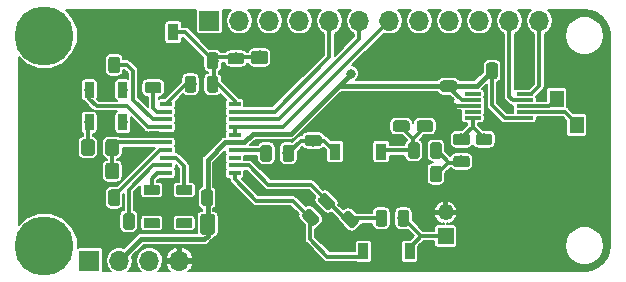
<source format=gbr>
G04 #@! TF.GenerationSoftware,KiCad,Pcbnew,(5.0.2-5)-5*
G04 #@! TF.CreationDate,2019-11-21T15:56:31-05:00*
G04 #@! TF.ProjectId,NEMA0183,4e454d41-3031-4383-932e-6b696361645f,rev?*
G04 #@! TF.SameCoordinates,Original*
G04 #@! TF.FileFunction,Copper,L1,Top*
G04 #@! TF.FilePolarity,Positive*
%FSLAX46Y46*%
G04 Gerber Fmt 4.6, Leading zero omitted, Abs format (unit mm)*
G04 Created by KiCad (PCBNEW (5.0.2-5)-5) date Thursday, November 21, 2019 at 03:56:31 PM*
%MOMM*%
%LPD*%
G01*
G04 APERTURE LIST*
G04 #@! TA.AperFunction,ComponentPad*
%ADD10R,1.700000X1.700000*%
G04 #@! TD*
G04 #@! TA.AperFunction,ComponentPad*
%ADD11O,1.700000X1.700000*%
G04 #@! TD*
G04 #@! TA.AperFunction,Conductor*
%ADD12C,0.100000*%
G04 #@! TD*
G04 #@! TA.AperFunction,SMDPad,CuDef*
%ADD13C,1.150000*%
G04 #@! TD*
G04 #@! TA.AperFunction,SMDPad,CuDef*
%ADD14C,0.800000*%
G04 #@! TD*
G04 #@! TA.AperFunction,SMDPad,CuDef*
%ADD15R,1.000000X0.400000*%
G04 #@! TD*
G04 #@! TA.AperFunction,ComponentPad*
%ADD16C,5.000000*%
G04 #@! TD*
G04 #@! TA.AperFunction,SMDPad,CuDef*
%ADD17R,1.400000X0.300000*%
G04 #@! TD*
G04 #@! TA.AperFunction,SMDPad,CuDef*
%ADD18R,0.900000X1.400000*%
G04 #@! TD*
G04 #@! TA.AperFunction,SMDPad,CuDef*
%ADD19C,0.975000*%
G04 #@! TD*
G04 #@! TA.AperFunction,SMDPad,CuDef*
%ADD20R,1.200000X1.400000*%
G04 #@! TD*
G04 #@! TA.AperFunction,SMDPad,CuDef*
%ADD21C,1.250000*%
G04 #@! TD*
G04 #@! TA.AperFunction,ComponentPad*
%ADD22R,1.350000X1.350000*%
G04 #@! TD*
G04 #@! TA.AperFunction,ComponentPad*
%ADD23O,1.350000X1.350000*%
G04 #@! TD*
G04 #@! TA.AperFunction,ViaPad*
%ADD24C,0.800000*%
G04 #@! TD*
G04 #@! TA.AperFunction,ViaPad*
%ADD25C,0.600000*%
G04 #@! TD*
G04 #@! TA.AperFunction,Conductor*
%ADD26C,0.300000*%
G04 #@! TD*
G04 #@! TA.AperFunction,Conductor*
%ADD27C,0.400000*%
G04 #@! TD*
G04 #@! TA.AperFunction,Conductor*
%ADD28C,0.450000*%
G04 #@! TD*
G04 #@! TA.AperFunction,Conductor*
%ADD29C,0.200000*%
G04 #@! TD*
G04 APERTURE END LIST*
D10*
G04 #@! TO.P,J3,1*
G04 #@! TO.N,N/C*
X56350000Y-51590000D03*
D11*
G04 #@! TO.P,J3,2*
G04 #@! TO.N,/3V3*
X58890000Y-51590000D03*
G04 #@! TO.P,J3,3*
G04 #@! TO.N,N/C*
X61430000Y-51590000D03*
G04 #@! TO.P,J3,4*
G04 #@! TO.N,GND*
X63970000Y-51590000D03*
G04 #@! TD*
D12*
G04 #@! TO.N,Net-(F2-Pad1)*
G04 #@! TO.C,R3*
G36*
X56574506Y-41301204D02*
X56598774Y-41304804D01*
X56622573Y-41310765D01*
X56645672Y-41319030D01*
X56667851Y-41329520D01*
X56688894Y-41342132D01*
X56708600Y-41356747D01*
X56726778Y-41373223D01*
X56743254Y-41391401D01*
X56757869Y-41411107D01*
X56770481Y-41432150D01*
X56780971Y-41454329D01*
X56789236Y-41477428D01*
X56795197Y-41501227D01*
X56798797Y-41525495D01*
X56800001Y-41549999D01*
X56800001Y-42450001D01*
X56798797Y-42474505D01*
X56795197Y-42498773D01*
X56789236Y-42522572D01*
X56780971Y-42545671D01*
X56770481Y-42567850D01*
X56757869Y-42588893D01*
X56743254Y-42608599D01*
X56726778Y-42626777D01*
X56708600Y-42643253D01*
X56688894Y-42657868D01*
X56667851Y-42670480D01*
X56645672Y-42680970D01*
X56622573Y-42689235D01*
X56598774Y-42695196D01*
X56574506Y-42698796D01*
X56550002Y-42700000D01*
X55900000Y-42700000D01*
X55875496Y-42698796D01*
X55851228Y-42695196D01*
X55827429Y-42689235D01*
X55804330Y-42680970D01*
X55782151Y-42670480D01*
X55761108Y-42657868D01*
X55741402Y-42643253D01*
X55723224Y-42626777D01*
X55706748Y-42608599D01*
X55692133Y-42588893D01*
X55679521Y-42567850D01*
X55669031Y-42545671D01*
X55660766Y-42522572D01*
X55654805Y-42498773D01*
X55651205Y-42474505D01*
X55650001Y-42450001D01*
X55650001Y-41549999D01*
X55651205Y-41525495D01*
X55654805Y-41501227D01*
X55660766Y-41477428D01*
X55669031Y-41454329D01*
X55679521Y-41432150D01*
X55692133Y-41411107D01*
X55706748Y-41391401D01*
X55723224Y-41373223D01*
X55741402Y-41356747D01*
X55761108Y-41342132D01*
X55782151Y-41329520D01*
X55804330Y-41319030D01*
X55827429Y-41310765D01*
X55851228Y-41304804D01*
X55875496Y-41301204D01*
X55900000Y-41300000D01*
X56550002Y-41300000D01*
X56574506Y-41301204D01*
X56574506Y-41301204D01*
G37*
D13*
G04 #@! TD*
G04 #@! TO.P,R3,2*
G04 #@! TO.N,Net-(F2-Pad1)*
X56225001Y-42000000D03*
D12*
G04 #@! TO.N,Net-(R2-Pad1)*
G04 #@! TO.C,R3*
G36*
X58624504Y-41301204D02*
X58648772Y-41304804D01*
X58672571Y-41310765D01*
X58695670Y-41319030D01*
X58717849Y-41329520D01*
X58738892Y-41342132D01*
X58758598Y-41356747D01*
X58776776Y-41373223D01*
X58793252Y-41391401D01*
X58807867Y-41411107D01*
X58820479Y-41432150D01*
X58830969Y-41454329D01*
X58839234Y-41477428D01*
X58845195Y-41501227D01*
X58848795Y-41525495D01*
X58849999Y-41549999D01*
X58849999Y-42450001D01*
X58848795Y-42474505D01*
X58845195Y-42498773D01*
X58839234Y-42522572D01*
X58830969Y-42545671D01*
X58820479Y-42567850D01*
X58807867Y-42588893D01*
X58793252Y-42608599D01*
X58776776Y-42626777D01*
X58758598Y-42643253D01*
X58738892Y-42657868D01*
X58717849Y-42670480D01*
X58695670Y-42680970D01*
X58672571Y-42689235D01*
X58648772Y-42695196D01*
X58624504Y-42698796D01*
X58600000Y-42700000D01*
X57949998Y-42700000D01*
X57925494Y-42698796D01*
X57901226Y-42695196D01*
X57877427Y-42689235D01*
X57854328Y-42680970D01*
X57832149Y-42670480D01*
X57811106Y-42657868D01*
X57791400Y-42643253D01*
X57773222Y-42626777D01*
X57756746Y-42608599D01*
X57742131Y-42588893D01*
X57729519Y-42567850D01*
X57719029Y-42545671D01*
X57710764Y-42522572D01*
X57704803Y-42498773D01*
X57701203Y-42474505D01*
X57699999Y-42450001D01*
X57699999Y-41549999D01*
X57701203Y-41525495D01*
X57704803Y-41501227D01*
X57710764Y-41477428D01*
X57719029Y-41454329D01*
X57729519Y-41432150D01*
X57742131Y-41411107D01*
X57756746Y-41391401D01*
X57773222Y-41373223D01*
X57791400Y-41356747D01*
X57811106Y-41342132D01*
X57832149Y-41329520D01*
X57854328Y-41319030D01*
X57877427Y-41310765D01*
X57901226Y-41304804D01*
X57925494Y-41301204D01*
X57949998Y-41300000D01*
X58600000Y-41300000D01*
X58624504Y-41301204D01*
X58624504Y-41301204D01*
G37*
D13*
G04 #@! TD*
G04 #@! TO.P,R3,1*
G04 #@! TO.N,Net-(R2-Pad1)*
X58274999Y-42000000D03*
D12*
G04 #@! TO.N,GND*
G04 #@! TO.C,R2*
G36*
X56574505Y-43301204D02*
X56598773Y-43304804D01*
X56622572Y-43310765D01*
X56645671Y-43319030D01*
X56667850Y-43329520D01*
X56688893Y-43342132D01*
X56708599Y-43356747D01*
X56726777Y-43373223D01*
X56743253Y-43391401D01*
X56757868Y-43411107D01*
X56770480Y-43432150D01*
X56780970Y-43454329D01*
X56789235Y-43477428D01*
X56795196Y-43501227D01*
X56798796Y-43525495D01*
X56800000Y-43549999D01*
X56800000Y-44450001D01*
X56798796Y-44474505D01*
X56795196Y-44498773D01*
X56789235Y-44522572D01*
X56780970Y-44545671D01*
X56770480Y-44567850D01*
X56757868Y-44588893D01*
X56743253Y-44608599D01*
X56726777Y-44626777D01*
X56708599Y-44643253D01*
X56688893Y-44657868D01*
X56667850Y-44670480D01*
X56645671Y-44680970D01*
X56622572Y-44689235D01*
X56598773Y-44695196D01*
X56574505Y-44698796D01*
X56550001Y-44700000D01*
X55899999Y-44700000D01*
X55875495Y-44698796D01*
X55851227Y-44695196D01*
X55827428Y-44689235D01*
X55804329Y-44680970D01*
X55782150Y-44670480D01*
X55761107Y-44657868D01*
X55741401Y-44643253D01*
X55723223Y-44626777D01*
X55706747Y-44608599D01*
X55692132Y-44588893D01*
X55679520Y-44567850D01*
X55669030Y-44545671D01*
X55660765Y-44522572D01*
X55654804Y-44498773D01*
X55651204Y-44474505D01*
X55650000Y-44450001D01*
X55650000Y-43549999D01*
X55651204Y-43525495D01*
X55654804Y-43501227D01*
X55660765Y-43477428D01*
X55669030Y-43454329D01*
X55679520Y-43432150D01*
X55692132Y-43411107D01*
X55706747Y-43391401D01*
X55723223Y-43373223D01*
X55741401Y-43356747D01*
X55761107Y-43342132D01*
X55782150Y-43329520D01*
X55804329Y-43319030D01*
X55827428Y-43310765D01*
X55851227Y-43304804D01*
X55875495Y-43301204D01*
X55899999Y-43300000D01*
X56550001Y-43300000D01*
X56574505Y-43301204D01*
X56574505Y-43301204D01*
G37*
D13*
G04 #@! TD*
G04 #@! TO.P,R2,2*
G04 #@! TO.N,GND*
X56225000Y-44000000D03*
D12*
G04 #@! TO.N,Net-(R2-Pad1)*
G04 #@! TO.C,R2*
G36*
X58624505Y-43301204D02*
X58648773Y-43304804D01*
X58672572Y-43310765D01*
X58695671Y-43319030D01*
X58717850Y-43329520D01*
X58738893Y-43342132D01*
X58758599Y-43356747D01*
X58776777Y-43373223D01*
X58793253Y-43391401D01*
X58807868Y-43411107D01*
X58820480Y-43432150D01*
X58830970Y-43454329D01*
X58839235Y-43477428D01*
X58845196Y-43501227D01*
X58848796Y-43525495D01*
X58850000Y-43549999D01*
X58850000Y-44450001D01*
X58848796Y-44474505D01*
X58845196Y-44498773D01*
X58839235Y-44522572D01*
X58830970Y-44545671D01*
X58820480Y-44567850D01*
X58807868Y-44588893D01*
X58793253Y-44608599D01*
X58776777Y-44626777D01*
X58758599Y-44643253D01*
X58738893Y-44657868D01*
X58717850Y-44670480D01*
X58695671Y-44680970D01*
X58672572Y-44689235D01*
X58648773Y-44695196D01*
X58624505Y-44698796D01*
X58600001Y-44700000D01*
X57949999Y-44700000D01*
X57925495Y-44698796D01*
X57901227Y-44695196D01*
X57877428Y-44689235D01*
X57854329Y-44680970D01*
X57832150Y-44670480D01*
X57811107Y-44657868D01*
X57791401Y-44643253D01*
X57773223Y-44626777D01*
X57756747Y-44608599D01*
X57742132Y-44588893D01*
X57729520Y-44567850D01*
X57719030Y-44545671D01*
X57710765Y-44522572D01*
X57704804Y-44498773D01*
X57701204Y-44474505D01*
X57700000Y-44450001D01*
X57700000Y-43549999D01*
X57701204Y-43525495D01*
X57704804Y-43501227D01*
X57710765Y-43477428D01*
X57719030Y-43454329D01*
X57729520Y-43432150D01*
X57742132Y-43411107D01*
X57756747Y-43391401D01*
X57773223Y-43373223D01*
X57791401Y-43356747D01*
X57811107Y-43342132D01*
X57832150Y-43329520D01*
X57854329Y-43319030D01*
X57877428Y-43310765D01*
X57901227Y-43304804D01*
X57925495Y-43301204D01*
X57949999Y-43300000D01*
X58600001Y-43300000D01*
X58624505Y-43301204D01*
X58624505Y-43301204D01*
G37*
D13*
G04 #@! TD*
G04 #@! TO.P,R2,1*
G04 #@! TO.N,Net-(R2-Pad1)*
X58275000Y-44000000D03*
D12*
G04 #@! TO.N,GND*
G04 #@! TO.C,R1*
G36*
X71224505Y-35851204D02*
X71248773Y-35854804D01*
X71272572Y-35860765D01*
X71295671Y-35869030D01*
X71317850Y-35879520D01*
X71338893Y-35892132D01*
X71358599Y-35906747D01*
X71376777Y-35923223D01*
X71393253Y-35941401D01*
X71407868Y-35961107D01*
X71420480Y-35982150D01*
X71430970Y-36004329D01*
X71439235Y-36027428D01*
X71445196Y-36051227D01*
X71448796Y-36075495D01*
X71450000Y-36099999D01*
X71450000Y-36750001D01*
X71448796Y-36774505D01*
X71445196Y-36798773D01*
X71439235Y-36822572D01*
X71430970Y-36845671D01*
X71420480Y-36867850D01*
X71407868Y-36888893D01*
X71393253Y-36908599D01*
X71376777Y-36926777D01*
X71358599Y-36943253D01*
X71338893Y-36957868D01*
X71317850Y-36970480D01*
X71295671Y-36980970D01*
X71272572Y-36989235D01*
X71248773Y-36995196D01*
X71224505Y-36998796D01*
X71200001Y-37000000D01*
X70299999Y-37000000D01*
X70275495Y-36998796D01*
X70251227Y-36995196D01*
X70227428Y-36989235D01*
X70204329Y-36980970D01*
X70182150Y-36970480D01*
X70161107Y-36957868D01*
X70141401Y-36943253D01*
X70123223Y-36926777D01*
X70106747Y-36908599D01*
X70092132Y-36888893D01*
X70079520Y-36867850D01*
X70069030Y-36845671D01*
X70060765Y-36822572D01*
X70054804Y-36798773D01*
X70051204Y-36774505D01*
X70050000Y-36750001D01*
X70050000Y-36099999D01*
X70051204Y-36075495D01*
X70054804Y-36051227D01*
X70060765Y-36027428D01*
X70069030Y-36004329D01*
X70079520Y-35982150D01*
X70092132Y-35961107D01*
X70106747Y-35941401D01*
X70123223Y-35923223D01*
X70141401Y-35906747D01*
X70161107Y-35892132D01*
X70182150Y-35879520D01*
X70204329Y-35869030D01*
X70227428Y-35860765D01*
X70251227Y-35854804D01*
X70275495Y-35851204D01*
X70299999Y-35850000D01*
X71200001Y-35850000D01*
X71224505Y-35851204D01*
X71224505Y-35851204D01*
G37*
D13*
G04 #@! TD*
G04 #@! TO.P,R1,2*
G04 #@! TO.N,GND*
X70750000Y-36425000D03*
D12*
G04 #@! TO.N,Net-(C16-Pad1)*
G04 #@! TO.C,R1*
G36*
X71224505Y-33801204D02*
X71248773Y-33804804D01*
X71272572Y-33810765D01*
X71295671Y-33819030D01*
X71317850Y-33829520D01*
X71338893Y-33842132D01*
X71358599Y-33856747D01*
X71376777Y-33873223D01*
X71393253Y-33891401D01*
X71407868Y-33911107D01*
X71420480Y-33932150D01*
X71430970Y-33954329D01*
X71439235Y-33977428D01*
X71445196Y-34001227D01*
X71448796Y-34025495D01*
X71450000Y-34049999D01*
X71450000Y-34700001D01*
X71448796Y-34724505D01*
X71445196Y-34748773D01*
X71439235Y-34772572D01*
X71430970Y-34795671D01*
X71420480Y-34817850D01*
X71407868Y-34838893D01*
X71393253Y-34858599D01*
X71376777Y-34876777D01*
X71358599Y-34893253D01*
X71338893Y-34907868D01*
X71317850Y-34920480D01*
X71295671Y-34930970D01*
X71272572Y-34939235D01*
X71248773Y-34945196D01*
X71224505Y-34948796D01*
X71200001Y-34950000D01*
X70299999Y-34950000D01*
X70275495Y-34948796D01*
X70251227Y-34945196D01*
X70227428Y-34939235D01*
X70204329Y-34930970D01*
X70182150Y-34920480D01*
X70161107Y-34907868D01*
X70141401Y-34893253D01*
X70123223Y-34876777D01*
X70106747Y-34858599D01*
X70092132Y-34838893D01*
X70079520Y-34817850D01*
X70069030Y-34795671D01*
X70060765Y-34772572D01*
X70054804Y-34748773D01*
X70051204Y-34724505D01*
X70050000Y-34700001D01*
X70050000Y-34049999D01*
X70051204Y-34025495D01*
X70054804Y-34001227D01*
X70060765Y-33977428D01*
X70069030Y-33954329D01*
X70079520Y-33932150D01*
X70092132Y-33911107D01*
X70106747Y-33891401D01*
X70123223Y-33873223D01*
X70141401Y-33856747D01*
X70161107Y-33842132D01*
X70182150Y-33829520D01*
X70204329Y-33819030D01*
X70227428Y-33810765D01*
X70251227Y-33804804D01*
X70275495Y-33801204D01*
X70299999Y-33800000D01*
X71200001Y-33800000D01*
X71224505Y-33801204D01*
X71224505Y-33801204D01*
G37*
D13*
G04 #@! TD*
G04 #@! TO.P,R1,1*
G04 #@! TO.N,Net-(C16-Pad1)*
X70750000Y-34375000D03*
D12*
G04 #@! TO.N,N/C*
G04 #@! TO.C,F2*
G36*
X59477841Y-39200385D02*
X59485607Y-39201537D01*
X59493223Y-39203445D01*
X59500615Y-39206090D01*
X59507712Y-39209446D01*
X59514446Y-39213482D01*
X59520751Y-39218159D01*
X59526569Y-39223431D01*
X59531841Y-39229249D01*
X59536518Y-39235554D01*
X59540554Y-39242288D01*
X59543910Y-39249385D01*
X59546555Y-39256777D01*
X59548463Y-39264393D01*
X59549615Y-39272159D01*
X59550000Y-39280000D01*
X59550000Y-40470000D01*
X59549615Y-40477841D01*
X59548463Y-40485607D01*
X59546555Y-40493223D01*
X59543910Y-40500615D01*
X59540554Y-40507712D01*
X59536518Y-40514446D01*
X59531841Y-40520751D01*
X59526569Y-40526569D01*
X59520751Y-40531841D01*
X59514446Y-40536518D01*
X59507712Y-40540554D01*
X59500615Y-40543910D01*
X59493223Y-40546555D01*
X59485607Y-40548463D01*
X59477841Y-40549615D01*
X59470000Y-40550000D01*
X58830000Y-40550000D01*
X58822159Y-40549615D01*
X58814393Y-40548463D01*
X58806777Y-40546555D01*
X58799385Y-40543910D01*
X58792288Y-40540554D01*
X58785554Y-40536518D01*
X58779249Y-40531841D01*
X58773431Y-40526569D01*
X58768159Y-40520751D01*
X58763482Y-40514446D01*
X58759446Y-40507712D01*
X58756090Y-40500615D01*
X58753445Y-40493223D01*
X58751537Y-40485607D01*
X58750385Y-40477841D01*
X58750000Y-40470000D01*
X58750000Y-39280000D01*
X58750385Y-39272159D01*
X58751537Y-39264393D01*
X58753445Y-39256777D01*
X58756090Y-39249385D01*
X58759446Y-39242288D01*
X58763482Y-39235554D01*
X58768159Y-39229249D01*
X58773431Y-39223431D01*
X58779249Y-39218159D01*
X58785554Y-39213482D01*
X58792288Y-39209446D01*
X58799385Y-39206090D01*
X58806777Y-39203445D01*
X58814393Y-39201537D01*
X58822159Y-39200385D01*
X58830000Y-39200000D01*
X59470000Y-39200000D01*
X59477841Y-39200385D01*
X59477841Y-39200385D01*
G37*
D14*
G04 #@! TD*
G04 #@! TO.P,F2,3*
G04 #@! TO.N,N/C*
X59150000Y-39875000D03*
D12*
G04 #@! TO.N,Net-(F2-Pad1)*
G04 #@! TO.C,F2*
G36*
X56677841Y-39200385D02*
X56685607Y-39201537D01*
X56693223Y-39203445D01*
X56700615Y-39206090D01*
X56707712Y-39209446D01*
X56714446Y-39213482D01*
X56720751Y-39218159D01*
X56726569Y-39223431D01*
X56731841Y-39229249D01*
X56736518Y-39235554D01*
X56740554Y-39242288D01*
X56743910Y-39249385D01*
X56746555Y-39256777D01*
X56748463Y-39264393D01*
X56749615Y-39272159D01*
X56750000Y-39280000D01*
X56750000Y-40470000D01*
X56749615Y-40477841D01*
X56748463Y-40485607D01*
X56746555Y-40493223D01*
X56743910Y-40500615D01*
X56740554Y-40507712D01*
X56736518Y-40514446D01*
X56731841Y-40520751D01*
X56726569Y-40526569D01*
X56720751Y-40531841D01*
X56714446Y-40536518D01*
X56707712Y-40540554D01*
X56700615Y-40543910D01*
X56693223Y-40546555D01*
X56685607Y-40548463D01*
X56677841Y-40549615D01*
X56670000Y-40550000D01*
X56030000Y-40550000D01*
X56022159Y-40549615D01*
X56014393Y-40548463D01*
X56006777Y-40546555D01*
X55999385Y-40543910D01*
X55992288Y-40540554D01*
X55985554Y-40536518D01*
X55979249Y-40531841D01*
X55973431Y-40526569D01*
X55968159Y-40520751D01*
X55963482Y-40514446D01*
X55959446Y-40507712D01*
X55956090Y-40500615D01*
X55953445Y-40493223D01*
X55951537Y-40485607D01*
X55950385Y-40477841D01*
X55950000Y-40470000D01*
X55950000Y-39280000D01*
X55950385Y-39272159D01*
X55951537Y-39264393D01*
X55953445Y-39256777D01*
X55956090Y-39249385D01*
X55959446Y-39242288D01*
X55963482Y-39235554D01*
X55968159Y-39229249D01*
X55973431Y-39223431D01*
X55979249Y-39218159D01*
X55985554Y-39213482D01*
X55992288Y-39209446D01*
X55999385Y-39206090D01*
X56006777Y-39203445D01*
X56014393Y-39201537D01*
X56022159Y-39200385D01*
X56030000Y-39200000D01*
X56670000Y-39200000D01*
X56677841Y-39200385D01*
X56677841Y-39200385D01*
G37*
D14*
G04 #@! TD*
G04 #@! TO.P,F2,1*
G04 #@! TO.N,Net-(F2-Pad1)*
X56350000Y-39875000D03*
D12*
G04 #@! TO.N,GND*
G04 #@! TO.C,F2*
G36*
X58077841Y-39200385D02*
X58085607Y-39201537D01*
X58093223Y-39203445D01*
X58100615Y-39206090D01*
X58107712Y-39209446D01*
X58114446Y-39213482D01*
X58120751Y-39218159D01*
X58126569Y-39223431D01*
X58131841Y-39229249D01*
X58136518Y-39235554D01*
X58140554Y-39242288D01*
X58143910Y-39249385D01*
X58146555Y-39256777D01*
X58148463Y-39264393D01*
X58149615Y-39272159D01*
X58150000Y-39280000D01*
X58150000Y-40470000D01*
X58149615Y-40477841D01*
X58148463Y-40485607D01*
X58146555Y-40493223D01*
X58143910Y-40500615D01*
X58140554Y-40507712D01*
X58136518Y-40514446D01*
X58131841Y-40520751D01*
X58126569Y-40526569D01*
X58120751Y-40531841D01*
X58114446Y-40536518D01*
X58107712Y-40540554D01*
X58100615Y-40543910D01*
X58093223Y-40546555D01*
X58085607Y-40548463D01*
X58077841Y-40549615D01*
X58070000Y-40550000D01*
X57430000Y-40550000D01*
X57422159Y-40549615D01*
X57414393Y-40548463D01*
X57406777Y-40546555D01*
X57399385Y-40543910D01*
X57392288Y-40540554D01*
X57385554Y-40536518D01*
X57379249Y-40531841D01*
X57373431Y-40526569D01*
X57368159Y-40520751D01*
X57363482Y-40514446D01*
X57359446Y-40507712D01*
X57356090Y-40500615D01*
X57353445Y-40493223D01*
X57351537Y-40485607D01*
X57350385Y-40477841D01*
X57350000Y-40470000D01*
X57350000Y-39280000D01*
X57350385Y-39272159D01*
X57351537Y-39264393D01*
X57353445Y-39256777D01*
X57356090Y-39249385D01*
X57359446Y-39242288D01*
X57363482Y-39235554D01*
X57368159Y-39229249D01*
X57373431Y-39223431D01*
X57379249Y-39218159D01*
X57385554Y-39213482D01*
X57392288Y-39209446D01*
X57399385Y-39206090D01*
X57406777Y-39203445D01*
X57414393Y-39201537D01*
X57422159Y-39200385D01*
X57430000Y-39200000D01*
X58070000Y-39200000D01*
X58077841Y-39200385D01*
X58077841Y-39200385D01*
G37*
D14*
G04 #@! TD*
G04 #@! TO.P,F2,2*
G04 #@! TO.N,GND*
X57750000Y-39875000D03*
D12*
G04 #@! TO.N,N/C*
G04 #@! TO.C,F2*
G36*
X59477841Y-36450385D02*
X59485607Y-36451537D01*
X59493223Y-36453445D01*
X59500615Y-36456090D01*
X59507712Y-36459446D01*
X59514446Y-36463482D01*
X59520751Y-36468159D01*
X59526569Y-36473431D01*
X59531841Y-36479249D01*
X59536518Y-36485554D01*
X59540554Y-36492288D01*
X59543910Y-36499385D01*
X59546555Y-36506777D01*
X59548463Y-36514393D01*
X59549615Y-36522159D01*
X59550000Y-36530000D01*
X59550000Y-37720000D01*
X59549615Y-37727841D01*
X59548463Y-37735607D01*
X59546555Y-37743223D01*
X59543910Y-37750615D01*
X59540554Y-37757712D01*
X59536518Y-37764446D01*
X59531841Y-37770751D01*
X59526569Y-37776569D01*
X59520751Y-37781841D01*
X59514446Y-37786518D01*
X59507712Y-37790554D01*
X59500615Y-37793910D01*
X59493223Y-37796555D01*
X59485607Y-37798463D01*
X59477841Y-37799615D01*
X59470000Y-37800000D01*
X58830000Y-37800000D01*
X58822159Y-37799615D01*
X58814393Y-37798463D01*
X58806777Y-37796555D01*
X58799385Y-37793910D01*
X58792288Y-37790554D01*
X58785554Y-37786518D01*
X58779249Y-37781841D01*
X58773431Y-37776569D01*
X58768159Y-37770751D01*
X58763482Y-37764446D01*
X58759446Y-37757712D01*
X58756090Y-37750615D01*
X58753445Y-37743223D01*
X58751537Y-37735607D01*
X58750385Y-37727841D01*
X58750000Y-37720000D01*
X58750000Y-36530000D01*
X58750385Y-36522159D01*
X58751537Y-36514393D01*
X58753445Y-36506777D01*
X58756090Y-36499385D01*
X58759446Y-36492288D01*
X58763482Y-36485554D01*
X58768159Y-36479249D01*
X58773431Y-36473431D01*
X58779249Y-36468159D01*
X58785554Y-36463482D01*
X58792288Y-36459446D01*
X58799385Y-36456090D01*
X58806777Y-36453445D01*
X58814393Y-36451537D01*
X58822159Y-36450385D01*
X58830000Y-36450000D01*
X59470000Y-36450000D01*
X59477841Y-36450385D01*
X59477841Y-36450385D01*
G37*
D14*
G04 #@! TD*
G04 #@! TO.P,F2,4*
G04 #@! TO.N,N/C*
X59150000Y-37125000D03*
D12*
G04 #@! TO.N,Net-(F2-Pad6)*
G04 #@! TO.C,F2*
G36*
X56677841Y-36450385D02*
X56685607Y-36451537D01*
X56693223Y-36453445D01*
X56700615Y-36456090D01*
X56707712Y-36459446D01*
X56714446Y-36463482D01*
X56720751Y-36468159D01*
X56726569Y-36473431D01*
X56731841Y-36479249D01*
X56736518Y-36485554D01*
X56740554Y-36492288D01*
X56743910Y-36499385D01*
X56746555Y-36506777D01*
X56748463Y-36514393D01*
X56749615Y-36522159D01*
X56750000Y-36530000D01*
X56750000Y-37720000D01*
X56749615Y-37727841D01*
X56748463Y-37735607D01*
X56746555Y-37743223D01*
X56743910Y-37750615D01*
X56740554Y-37757712D01*
X56736518Y-37764446D01*
X56731841Y-37770751D01*
X56726569Y-37776569D01*
X56720751Y-37781841D01*
X56714446Y-37786518D01*
X56707712Y-37790554D01*
X56700615Y-37793910D01*
X56693223Y-37796555D01*
X56685607Y-37798463D01*
X56677841Y-37799615D01*
X56670000Y-37800000D01*
X56030000Y-37800000D01*
X56022159Y-37799615D01*
X56014393Y-37798463D01*
X56006777Y-37796555D01*
X55999385Y-37793910D01*
X55992288Y-37790554D01*
X55985554Y-37786518D01*
X55979249Y-37781841D01*
X55973431Y-37776569D01*
X55968159Y-37770751D01*
X55963482Y-37764446D01*
X55959446Y-37757712D01*
X55956090Y-37750615D01*
X55953445Y-37743223D01*
X55951537Y-37735607D01*
X55950385Y-37727841D01*
X55950000Y-37720000D01*
X55950000Y-36530000D01*
X55950385Y-36522159D01*
X55951537Y-36514393D01*
X55953445Y-36506777D01*
X55956090Y-36499385D01*
X55959446Y-36492288D01*
X55963482Y-36485554D01*
X55968159Y-36479249D01*
X55973431Y-36473431D01*
X55979249Y-36468159D01*
X55985554Y-36463482D01*
X55992288Y-36459446D01*
X55999385Y-36456090D01*
X56006777Y-36453445D01*
X56014393Y-36451537D01*
X56022159Y-36450385D01*
X56030000Y-36450000D01*
X56670000Y-36450000D01*
X56677841Y-36450385D01*
X56677841Y-36450385D01*
G37*
D14*
G04 #@! TD*
G04 #@! TO.P,F2,6*
G04 #@! TO.N,Net-(F2-Pad6)*
X56350000Y-37125000D03*
D12*
G04 #@! TO.N,GND*
G04 #@! TO.C,F2*
G36*
X58077841Y-36450385D02*
X58085607Y-36451537D01*
X58093223Y-36453445D01*
X58100615Y-36456090D01*
X58107712Y-36459446D01*
X58114446Y-36463482D01*
X58120751Y-36468159D01*
X58126569Y-36473431D01*
X58131841Y-36479249D01*
X58136518Y-36485554D01*
X58140554Y-36492288D01*
X58143910Y-36499385D01*
X58146555Y-36506777D01*
X58148463Y-36514393D01*
X58149615Y-36522159D01*
X58150000Y-36530000D01*
X58150000Y-37720000D01*
X58149615Y-37727841D01*
X58148463Y-37735607D01*
X58146555Y-37743223D01*
X58143910Y-37750615D01*
X58140554Y-37757712D01*
X58136518Y-37764446D01*
X58131841Y-37770751D01*
X58126569Y-37776569D01*
X58120751Y-37781841D01*
X58114446Y-37786518D01*
X58107712Y-37790554D01*
X58100615Y-37793910D01*
X58093223Y-37796555D01*
X58085607Y-37798463D01*
X58077841Y-37799615D01*
X58070000Y-37800000D01*
X57430000Y-37800000D01*
X57422159Y-37799615D01*
X57414393Y-37798463D01*
X57406777Y-37796555D01*
X57399385Y-37793910D01*
X57392288Y-37790554D01*
X57385554Y-37786518D01*
X57379249Y-37781841D01*
X57373431Y-37776569D01*
X57368159Y-37770751D01*
X57363482Y-37764446D01*
X57359446Y-37757712D01*
X57356090Y-37750615D01*
X57353445Y-37743223D01*
X57351537Y-37735607D01*
X57350385Y-37727841D01*
X57350000Y-37720000D01*
X57350000Y-36530000D01*
X57350385Y-36522159D01*
X57351537Y-36514393D01*
X57353445Y-36506777D01*
X57356090Y-36499385D01*
X57359446Y-36492288D01*
X57363482Y-36485554D01*
X57368159Y-36479249D01*
X57373431Y-36473431D01*
X57379249Y-36468159D01*
X57385554Y-36463482D01*
X57392288Y-36459446D01*
X57399385Y-36456090D01*
X57406777Y-36453445D01*
X57414393Y-36451537D01*
X57422159Y-36450385D01*
X57430000Y-36450000D01*
X58070000Y-36450000D01*
X58077841Y-36450385D01*
X58077841Y-36450385D01*
G37*
D14*
G04 #@! TD*
G04 #@! TO.P,F2,5*
G04 #@! TO.N,GND*
X57750000Y-37125000D03*
D15*
G04 #@! TO.P,U1,1*
G04 #@! TO.N,Net-(RFTRIM1-Pad2)*
X68650000Y-44175000D03*
G04 #@! TO.P,U1,2*
G04 #@! TO.N,Net-(RF_C1-Pad2)*
X68650000Y-43525000D03*
G04 #@! TO.P,U1,3*
G04 #@! TO.N,N/C*
X68650000Y-42875000D03*
G04 #@! TO.P,U1,4*
G04 #@! TO.N,Net-(LO_C5-Pad2)*
X68650000Y-42225000D03*
G04 #@! TO.P,U1,5*
G04 #@! TO.N,/3V3*
X68650000Y-41575000D03*
G04 #@! TO.P,U1,6*
G04 #@! TO.N,/RSSI_OUT*
X68650000Y-40925000D03*
G04 #@! TO.P,U1,7*
X68650000Y-40275000D03*
G04 #@! TO.P,U1,8*
G04 #@! TO.N,/POW_CON_IN*
X68650000Y-39625000D03*
G04 #@! TO.P,U1,9*
G04 #@! TO.N,/DAT_OUT*
X68650000Y-38975000D03*
G04 #@! TO.P,U1,10*
G04 #@! TO.N,Net-(C16-Pad1)*
X68650000Y-38325000D03*
G04 #@! TO.P,U1,11*
G04 #@! TO.N,Net-(C18-Pad1)*
X62850000Y-38325000D03*
G04 #@! TO.P,U1,12*
G04 #@! TO.N,Net-(C22-Pad2)*
X62850000Y-38975000D03*
G04 #@! TO.P,U1,13*
G04 #@! TO.N,Net-(C21-Pad2)*
X62850000Y-39625000D03*
G04 #@! TO.P,U1,14*
G04 #@! TO.N,Net-(F2-Pad6)*
X62850000Y-40275000D03*
G04 #@! TO.P,U1,15*
G04 #@! TO.N,GND*
X62850000Y-40925000D03*
G04 #@! TO.P,U1,16*
G04 #@! TO.N,Net-(R2-Pad1)*
X62850000Y-41575000D03*
G04 #@! TO.P,U1,17*
G04 #@! TO.N,Net-(C20-Pad2)*
X62850000Y-42225000D03*
G04 #@! TO.P,U1,18*
G04 #@! TO.N,Net-(F1-Pad6)*
X62850000Y-42875000D03*
G04 #@! TO.P,U1,19*
G04 #@! TO.N,Net-(C19-Pad2)*
X62850000Y-43525000D03*
G04 #@! TO.P,U1,20*
G04 #@! TO.N,Net-(F1-Pad1)*
X62850000Y-44175000D03*
G04 #@! TD*
D12*
G04 #@! TO.N,GND*
G04 #@! TO.C,F1*
G36*
X64977841Y-46600385D02*
X64985607Y-46601537D01*
X64993223Y-46603445D01*
X65000615Y-46606090D01*
X65007712Y-46609446D01*
X65014446Y-46613482D01*
X65020751Y-46618159D01*
X65026569Y-46623431D01*
X65031841Y-46629249D01*
X65036518Y-46635554D01*
X65040554Y-46642288D01*
X65043910Y-46649385D01*
X65046555Y-46656777D01*
X65048463Y-46664393D01*
X65049615Y-46672159D01*
X65050000Y-46680000D01*
X65050000Y-47320000D01*
X65049615Y-47327841D01*
X65048463Y-47335607D01*
X65046555Y-47343223D01*
X65043910Y-47350615D01*
X65040554Y-47357712D01*
X65036518Y-47364446D01*
X65031841Y-47370751D01*
X65026569Y-47376569D01*
X65020751Y-47381841D01*
X65014446Y-47386518D01*
X65007712Y-47390554D01*
X65000615Y-47393910D01*
X64993223Y-47396555D01*
X64985607Y-47398463D01*
X64977841Y-47399615D01*
X64970000Y-47400000D01*
X63780000Y-47400000D01*
X63772159Y-47399615D01*
X63764393Y-47398463D01*
X63756777Y-47396555D01*
X63749385Y-47393910D01*
X63742288Y-47390554D01*
X63735554Y-47386518D01*
X63729249Y-47381841D01*
X63723431Y-47376569D01*
X63718159Y-47370751D01*
X63713482Y-47364446D01*
X63709446Y-47357712D01*
X63706090Y-47350615D01*
X63703445Y-47343223D01*
X63701537Y-47335607D01*
X63700385Y-47327841D01*
X63700000Y-47320000D01*
X63700000Y-46680000D01*
X63700385Y-46672159D01*
X63701537Y-46664393D01*
X63703445Y-46656777D01*
X63706090Y-46649385D01*
X63709446Y-46642288D01*
X63713482Y-46635554D01*
X63718159Y-46629249D01*
X63723431Y-46623431D01*
X63729249Y-46618159D01*
X63735554Y-46613482D01*
X63742288Y-46609446D01*
X63749385Y-46606090D01*
X63756777Y-46603445D01*
X63764393Y-46601537D01*
X63772159Y-46600385D01*
X63780000Y-46600000D01*
X64970000Y-46600000D01*
X64977841Y-46600385D01*
X64977841Y-46600385D01*
G37*
D14*
G04 #@! TD*
G04 #@! TO.P,F1,5*
G04 #@! TO.N,GND*
X64375000Y-47000000D03*
D12*
G04 #@! TO.N,Net-(F1-Pad6)*
G04 #@! TO.C,F1*
G36*
X64977841Y-45200385D02*
X64985607Y-45201537D01*
X64993223Y-45203445D01*
X65000615Y-45206090D01*
X65007712Y-45209446D01*
X65014446Y-45213482D01*
X65020751Y-45218159D01*
X65026569Y-45223431D01*
X65031841Y-45229249D01*
X65036518Y-45235554D01*
X65040554Y-45242288D01*
X65043910Y-45249385D01*
X65046555Y-45256777D01*
X65048463Y-45264393D01*
X65049615Y-45272159D01*
X65050000Y-45280000D01*
X65050000Y-45920000D01*
X65049615Y-45927841D01*
X65048463Y-45935607D01*
X65046555Y-45943223D01*
X65043910Y-45950615D01*
X65040554Y-45957712D01*
X65036518Y-45964446D01*
X65031841Y-45970751D01*
X65026569Y-45976569D01*
X65020751Y-45981841D01*
X65014446Y-45986518D01*
X65007712Y-45990554D01*
X65000615Y-45993910D01*
X64993223Y-45996555D01*
X64985607Y-45998463D01*
X64977841Y-45999615D01*
X64970000Y-46000000D01*
X63780000Y-46000000D01*
X63772159Y-45999615D01*
X63764393Y-45998463D01*
X63756777Y-45996555D01*
X63749385Y-45993910D01*
X63742288Y-45990554D01*
X63735554Y-45986518D01*
X63729249Y-45981841D01*
X63723431Y-45976569D01*
X63718159Y-45970751D01*
X63713482Y-45964446D01*
X63709446Y-45957712D01*
X63706090Y-45950615D01*
X63703445Y-45943223D01*
X63701537Y-45935607D01*
X63700385Y-45927841D01*
X63700000Y-45920000D01*
X63700000Y-45280000D01*
X63700385Y-45272159D01*
X63701537Y-45264393D01*
X63703445Y-45256777D01*
X63706090Y-45249385D01*
X63709446Y-45242288D01*
X63713482Y-45235554D01*
X63718159Y-45229249D01*
X63723431Y-45223431D01*
X63729249Y-45218159D01*
X63735554Y-45213482D01*
X63742288Y-45209446D01*
X63749385Y-45206090D01*
X63756777Y-45203445D01*
X63764393Y-45201537D01*
X63772159Y-45200385D01*
X63780000Y-45200000D01*
X64970000Y-45200000D01*
X64977841Y-45200385D01*
X64977841Y-45200385D01*
G37*
D14*
G04 #@! TD*
G04 #@! TO.P,F1,6*
G04 #@! TO.N,Net-(F1-Pad6)*
X64375000Y-45600000D03*
D12*
G04 #@! TO.N,N/C*
G04 #@! TO.C,F1*
G36*
X64977841Y-48000385D02*
X64985607Y-48001537D01*
X64993223Y-48003445D01*
X65000615Y-48006090D01*
X65007712Y-48009446D01*
X65014446Y-48013482D01*
X65020751Y-48018159D01*
X65026569Y-48023431D01*
X65031841Y-48029249D01*
X65036518Y-48035554D01*
X65040554Y-48042288D01*
X65043910Y-48049385D01*
X65046555Y-48056777D01*
X65048463Y-48064393D01*
X65049615Y-48072159D01*
X65050000Y-48080000D01*
X65050000Y-48720000D01*
X65049615Y-48727841D01*
X65048463Y-48735607D01*
X65046555Y-48743223D01*
X65043910Y-48750615D01*
X65040554Y-48757712D01*
X65036518Y-48764446D01*
X65031841Y-48770751D01*
X65026569Y-48776569D01*
X65020751Y-48781841D01*
X65014446Y-48786518D01*
X65007712Y-48790554D01*
X65000615Y-48793910D01*
X64993223Y-48796555D01*
X64985607Y-48798463D01*
X64977841Y-48799615D01*
X64970000Y-48800000D01*
X63780000Y-48800000D01*
X63772159Y-48799615D01*
X63764393Y-48798463D01*
X63756777Y-48796555D01*
X63749385Y-48793910D01*
X63742288Y-48790554D01*
X63735554Y-48786518D01*
X63729249Y-48781841D01*
X63723431Y-48776569D01*
X63718159Y-48770751D01*
X63713482Y-48764446D01*
X63709446Y-48757712D01*
X63706090Y-48750615D01*
X63703445Y-48743223D01*
X63701537Y-48735607D01*
X63700385Y-48727841D01*
X63700000Y-48720000D01*
X63700000Y-48080000D01*
X63700385Y-48072159D01*
X63701537Y-48064393D01*
X63703445Y-48056777D01*
X63706090Y-48049385D01*
X63709446Y-48042288D01*
X63713482Y-48035554D01*
X63718159Y-48029249D01*
X63723431Y-48023431D01*
X63729249Y-48018159D01*
X63735554Y-48013482D01*
X63742288Y-48009446D01*
X63749385Y-48006090D01*
X63756777Y-48003445D01*
X63764393Y-48001537D01*
X63772159Y-48000385D01*
X63780000Y-48000000D01*
X64970000Y-48000000D01*
X64977841Y-48000385D01*
X64977841Y-48000385D01*
G37*
D14*
G04 #@! TD*
G04 #@! TO.P,F1,4*
G04 #@! TO.N,N/C*
X64375000Y-48400000D03*
D12*
G04 #@! TO.N,GND*
G04 #@! TO.C,F1*
G36*
X62227841Y-46600385D02*
X62235607Y-46601537D01*
X62243223Y-46603445D01*
X62250615Y-46606090D01*
X62257712Y-46609446D01*
X62264446Y-46613482D01*
X62270751Y-46618159D01*
X62276569Y-46623431D01*
X62281841Y-46629249D01*
X62286518Y-46635554D01*
X62290554Y-46642288D01*
X62293910Y-46649385D01*
X62296555Y-46656777D01*
X62298463Y-46664393D01*
X62299615Y-46672159D01*
X62300000Y-46680000D01*
X62300000Y-47320000D01*
X62299615Y-47327841D01*
X62298463Y-47335607D01*
X62296555Y-47343223D01*
X62293910Y-47350615D01*
X62290554Y-47357712D01*
X62286518Y-47364446D01*
X62281841Y-47370751D01*
X62276569Y-47376569D01*
X62270751Y-47381841D01*
X62264446Y-47386518D01*
X62257712Y-47390554D01*
X62250615Y-47393910D01*
X62243223Y-47396555D01*
X62235607Y-47398463D01*
X62227841Y-47399615D01*
X62220000Y-47400000D01*
X61030000Y-47400000D01*
X61022159Y-47399615D01*
X61014393Y-47398463D01*
X61006777Y-47396555D01*
X60999385Y-47393910D01*
X60992288Y-47390554D01*
X60985554Y-47386518D01*
X60979249Y-47381841D01*
X60973431Y-47376569D01*
X60968159Y-47370751D01*
X60963482Y-47364446D01*
X60959446Y-47357712D01*
X60956090Y-47350615D01*
X60953445Y-47343223D01*
X60951537Y-47335607D01*
X60950385Y-47327841D01*
X60950000Y-47320000D01*
X60950000Y-46680000D01*
X60950385Y-46672159D01*
X60951537Y-46664393D01*
X60953445Y-46656777D01*
X60956090Y-46649385D01*
X60959446Y-46642288D01*
X60963482Y-46635554D01*
X60968159Y-46629249D01*
X60973431Y-46623431D01*
X60979249Y-46618159D01*
X60985554Y-46613482D01*
X60992288Y-46609446D01*
X60999385Y-46606090D01*
X61006777Y-46603445D01*
X61014393Y-46601537D01*
X61022159Y-46600385D01*
X61030000Y-46600000D01*
X62220000Y-46600000D01*
X62227841Y-46600385D01*
X62227841Y-46600385D01*
G37*
D14*
G04 #@! TD*
G04 #@! TO.P,F1,2*
G04 #@! TO.N,GND*
X61625000Y-47000000D03*
D12*
G04 #@! TO.N,Net-(F1-Pad1)*
G04 #@! TO.C,F1*
G36*
X62227841Y-45200385D02*
X62235607Y-45201537D01*
X62243223Y-45203445D01*
X62250615Y-45206090D01*
X62257712Y-45209446D01*
X62264446Y-45213482D01*
X62270751Y-45218159D01*
X62276569Y-45223431D01*
X62281841Y-45229249D01*
X62286518Y-45235554D01*
X62290554Y-45242288D01*
X62293910Y-45249385D01*
X62296555Y-45256777D01*
X62298463Y-45264393D01*
X62299615Y-45272159D01*
X62300000Y-45280000D01*
X62300000Y-45920000D01*
X62299615Y-45927841D01*
X62298463Y-45935607D01*
X62296555Y-45943223D01*
X62293910Y-45950615D01*
X62290554Y-45957712D01*
X62286518Y-45964446D01*
X62281841Y-45970751D01*
X62276569Y-45976569D01*
X62270751Y-45981841D01*
X62264446Y-45986518D01*
X62257712Y-45990554D01*
X62250615Y-45993910D01*
X62243223Y-45996555D01*
X62235607Y-45998463D01*
X62227841Y-45999615D01*
X62220000Y-46000000D01*
X61030000Y-46000000D01*
X61022159Y-45999615D01*
X61014393Y-45998463D01*
X61006777Y-45996555D01*
X60999385Y-45993910D01*
X60992288Y-45990554D01*
X60985554Y-45986518D01*
X60979249Y-45981841D01*
X60973431Y-45976569D01*
X60968159Y-45970751D01*
X60963482Y-45964446D01*
X60959446Y-45957712D01*
X60956090Y-45950615D01*
X60953445Y-45943223D01*
X60951537Y-45935607D01*
X60950385Y-45927841D01*
X60950000Y-45920000D01*
X60950000Y-45280000D01*
X60950385Y-45272159D01*
X60951537Y-45264393D01*
X60953445Y-45256777D01*
X60956090Y-45249385D01*
X60959446Y-45242288D01*
X60963482Y-45235554D01*
X60968159Y-45229249D01*
X60973431Y-45223431D01*
X60979249Y-45218159D01*
X60985554Y-45213482D01*
X60992288Y-45209446D01*
X60999385Y-45206090D01*
X61006777Y-45203445D01*
X61014393Y-45201537D01*
X61022159Y-45200385D01*
X61030000Y-45200000D01*
X62220000Y-45200000D01*
X62227841Y-45200385D01*
X62227841Y-45200385D01*
G37*
D14*
G04 #@! TD*
G04 #@! TO.P,F1,1*
G04 #@! TO.N,Net-(F1-Pad1)*
X61625000Y-45600000D03*
D12*
G04 #@! TO.N,N/C*
G04 #@! TO.C,F1*
G36*
X62227841Y-48000385D02*
X62235607Y-48001537D01*
X62243223Y-48003445D01*
X62250615Y-48006090D01*
X62257712Y-48009446D01*
X62264446Y-48013482D01*
X62270751Y-48018159D01*
X62276569Y-48023431D01*
X62281841Y-48029249D01*
X62286518Y-48035554D01*
X62290554Y-48042288D01*
X62293910Y-48049385D01*
X62296555Y-48056777D01*
X62298463Y-48064393D01*
X62299615Y-48072159D01*
X62300000Y-48080000D01*
X62300000Y-48720000D01*
X62299615Y-48727841D01*
X62298463Y-48735607D01*
X62296555Y-48743223D01*
X62293910Y-48750615D01*
X62290554Y-48757712D01*
X62286518Y-48764446D01*
X62281841Y-48770751D01*
X62276569Y-48776569D01*
X62270751Y-48781841D01*
X62264446Y-48786518D01*
X62257712Y-48790554D01*
X62250615Y-48793910D01*
X62243223Y-48796555D01*
X62235607Y-48798463D01*
X62227841Y-48799615D01*
X62220000Y-48800000D01*
X61030000Y-48800000D01*
X61022159Y-48799615D01*
X61014393Y-48798463D01*
X61006777Y-48796555D01*
X60999385Y-48793910D01*
X60992288Y-48790554D01*
X60985554Y-48786518D01*
X60979249Y-48781841D01*
X60973431Y-48776569D01*
X60968159Y-48770751D01*
X60963482Y-48764446D01*
X60959446Y-48757712D01*
X60956090Y-48750615D01*
X60953445Y-48743223D01*
X60951537Y-48735607D01*
X60950385Y-48727841D01*
X60950000Y-48720000D01*
X60950000Y-48080000D01*
X60950385Y-48072159D01*
X60951537Y-48064393D01*
X60953445Y-48056777D01*
X60956090Y-48049385D01*
X60959446Y-48042288D01*
X60963482Y-48035554D01*
X60968159Y-48029249D01*
X60973431Y-48023431D01*
X60979249Y-48018159D01*
X60985554Y-48013482D01*
X60992288Y-48009446D01*
X60999385Y-48006090D01*
X61006777Y-48003445D01*
X61014393Y-48001537D01*
X61022159Y-48000385D01*
X61030000Y-48000000D01*
X62220000Y-48000000D01*
X62227841Y-48000385D01*
X62227841Y-48000385D01*
G37*
D14*
G04 #@! TD*
G04 #@! TO.P,F1,3*
G04 #@! TO.N,N/C*
X61625000Y-48400000D03*
D16*
G04 #@! TO.P,REF\002A\002A,1*
G04 #@! TO.N,N/C*
X52540000Y-50320000D03*
G04 #@! TD*
D17*
G04 #@! TO.P,LO_U1,1*
G04 #@! TO.N,/3V3*
X93200000Y-39500000D03*
G04 #@! TO.P,LO_U1,2*
G04 #@! TO.N,Net-(LO_U1-Pad2)*
X93200000Y-39000000D03*
G04 #@! TO.P,LO_U1,3*
G04 #@! TO.N,Net-(LO_U1-Pad3)*
X93200000Y-38500000D03*
G04 #@! TO.P,LO_U1,4*
G04 #@! TO.N,/SCL*
X93200000Y-38000000D03*
G04 #@! TO.P,LO_U1,5*
G04 #@! TO.N,/SDA*
X93200000Y-37500000D03*
G04 #@! TO.P,LO_U1,6*
G04 #@! TO.N,N/C*
X88800000Y-37500000D03*
G04 #@! TO.P,LO_U1,7*
G04 #@! TO.N,/3V3*
X88800000Y-38000000D03*
G04 #@! TO.P,LO_U1,8*
G04 #@! TO.N,GND*
X88800000Y-38500000D03*
G04 #@! TO.P,LO_U1,9*
G04 #@! TO.N,N/C*
X88800000Y-39000000D03*
G04 #@! TO.P,LO_U1,10*
G04 #@! TO.N,/LO_IN*
X88800000Y-39500000D03*
G04 #@! TD*
D10*
G04 #@! TO.P,J2,BAT*
G04 #@! TO.N,N/C*
X66510000Y-31270000D03*
D11*
G04 #@! TO.P,J2,EN*
X69050000Y-31270000D03*
G04 #@! TO.P,J2,USB*
X71590000Y-31270000D03*
G04 #@! TO.P,J2,16*
X74130000Y-31270000D03*
G04 #@! TO.P,J2,15*
G04 #@! TO.N,/DAT_OUT*
X76670000Y-31270000D03*
G04 #@! TO.P,J2,07*
G04 #@! TO.N,/POW_CON_IN*
X79210000Y-31270000D03*
G04 #@! TO.P,J2,11*
G04 #@! TO.N,/RSSI_OUT*
X81750000Y-31270000D03*
G04 #@! TO.P,J2,31\002A*
G04 #@! TO.N,N/C*
X84290000Y-31270000D03*
G04 #@! TO.P,J2,30*
X86830000Y-31270000D03*
G04 #@! TO.P,J2,27*
X89370000Y-31270000D03*
G04 #@! TO.P,J2,SCL*
G04 #@! TO.N,/SCL*
X91910000Y-31270000D03*
G04 #@! TO.P,J2,SDA*
G04 #@! TO.N,/SDA*
X94450000Y-31270000D03*
G04 #@! TD*
D16*
G04 #@! TO.P,REF\002A\002A,1*
G04 #@! TO.N,N/C*
X52540000Y-32540000D03*
G04 #@! TD*
D18*
G04 #@! TO.P,LOTRIM1,1*
G04 #@! TO.N,Net-(LOTRIM1-Pad1)*
X77150000Y-42350000D03*
G04 #@! TO.P,LOTRIM1,2*
G04 #@! TO.N,Net-(LOTRIM1-Pad2)*
X81050000Y-42350000D03*
G04 #@! TD*
G04 #@! TO.P,QTRIM1,2*
G04 #@! TO.N,Net-(C16-Pad1)*
X63450000Y-32250000D03*
G04 #@! TO.P,QTRIM1,1*
G04 #@! TO.N,GND*
X59550000Y-32250000D03*
G04 #@! TD*
G04 #@! TO.P,RFTRIM1,1*
G04 #@! TO.N,Net-(J1-Pad1)*
X83450000Y-50800000D03*
G04 #@! TO.P,RFTRIM1,2*
G04 #@! TO.N,Net-(RFTRIM1-Pad2)*
X79550000Y-50800000D03*
G04 #@! TD*
D12*
G04 #@! TO.N,Net-(C16-Pad1)*
G04 #@! TO.C,C16*
G36*
X67055142Y-33951174D02*
X67078803Y-33954684D01*
X67102007Y-33960496D01*
X67124529Y-33968554D01*
X67146153Y-33978782D01*
X67166670Y-33991079D01*
X67185883Y-34005329D01*
X67203607Y-34021393D01*
X67219671Y-34039117D01*
X67233921Y-34058330D01*
X67246218Y-34078847D01*
X67256446Y-34100471D01*
X67264504Y-34122993D01*
X67270316Y-34146197D01*
X67273826Y-34169858D01*
X67275000Y-34193750D01*
X67275000Y-35106250D01*
X67273826Y-35130142D01*
X67270316Y-35153803D01*
X67264504Y-35177007D01*
X67256446Y-35199529D01*
X67246218Y-35221153D01*
X67233921Y-35241670D01*
X67219671Y-35260883D01*
X67203607Y-35278607D01*
X67185883Y-35294671D01*
X67166670Y-35308921D01*
X67146153Y-35321218D01*
X67124529Y-35331446D01*
X67102007Y-35339504D01*
X67078803Y-35345316D01*
X67055142Y-35348826D01*
X67031250Y-35350000D01*
X66543750Y-35350000D01*
X66519858Y-35348826D01*
X66496197Y-35345316D01*
X66472993Y-35339504D01*
X66450471Y-35331446D01*
X66428847Y-35321218D01*
X66408330Y-35308921D01*
X66389117Y-35294671D01*
X66371393Y-35278607D01*
X66355329Y-35260883D01*
X66341079Y-35241670D01*
X66328782Y-35221153D01*
X66318554Y-35199529D01*
X66310496Y-35177007D01*
X66304684Y-35153803D01*
X66301174Y-35130142D01*
X66300000Y-35106250D01*
X66300000Y-34193750D01*
X66301174Y-34169858D01*
X66304684Y-34146197D01*
X66310496Y-34122993D01*
X66318554Y-34100471D01*
X66328782Y-34078847D01*
X66341079Y-34058330D01*
X66355329Y-34039117D01*
X66371393Y-34021393D01*
X66389117Y-34005329D01*
X66408330Y-33991079D01*
X66428847Y-33978782D01*
X66450471Y-33968554D01*
X66472993Y-33960496D01*
X66496197Y-33954684D01*
X66519858Y-33951174D01*
X66543750Y-33950000D01*
X67031250Y-33950000D01*
X67055142Y-33951174D01*
X67055142Y-33951174D01*
G37*
D19*
G04 #@! TD*
G04 #@! TO.P,C16,1*
G04 #@! TO.N,Net-(C16-Pad1)*
X66787500Y-34650000D03*
D12*
G04 #@! TO.N,GND*
G04 #@! TO.C,C16*
G36*
X65180142Y-33951174D02*
X65203803Y-33954684D01*
X65227007Y-33960496D01*
X65249529Y-33968554D01*
X65271153Y-33978782D01*
X65291670Y-33991079D01*
X65310883Y-34005329D01*
X65328607Y-34021393D01*
X65344671Y-34039117D01*
X65358921Y-34058330D01*
X65371218Y-34078847D01*
X65381446Y-34100471D01*
X65389504Y-34122993D01*
X65395316Y-34146197D01*
X65398826Y-34169858D01*
X65400000Y-34193750D01*
X65400000Y-35106250D01*
X65398826Y-35130142D01*
X65395316Y-35153803D01*
X65389504Y-35177007D01*
X65381446Y-35199529D01*
X65371218Y-35221153D01*
X65358921Y-35241670D01*
X65344671Y-35260883D01*
X65328607Y-35278607D01*
X65310883Y-35294671D01*
X65291670Y-35308921D01*
X65271153Y-35321218D01*
X65249529Y-35331446D01*
X65227007Y-35339504D01*
X65203803Y-35345316D01*
X65180142Y-35348826D01*
X65156250Y-35350000D01*
X64668750Y-35350000D01*
X64644858Y-35348826D01*
X64621197Y-35345316D01*
X64597993Y-35339504D01*
X64575471Y-35331446D01*
X64553847Y-35321218D01*
X64533330Y-35308921D01*
X64514117Y-35294671D01*
X64496393Y-35278607D01*
X64480329Y-35260883D01*
X64466079Y-35241670D01*
X64453782Y-35221153D01*
X64443554Y-35199529D01*
X64435496Y-35177007D01*
X64429684Y-35153803D01*
X64426174Y-35130142D01*
X64425000Y-35106250D01*
X64425000Y-34193750D01*
X64426174Y-34169858D01*
X64429684Y-34146197D01*
X64435496Y-34122993D01*
X64443554Y-34100471D01*
X64453782Y-34078847D01*
X64466079Y-34058330D01*
X64480329Y-34039117D01*
X64496393Y-34021393D01*
X64514117Y-34005329D01*
X64533330Y-33991079D01*
X64553847Y-33978782D01*
X64575471Y-33968554D01*
X64597993Y-33960496D01*
X64621197Y-33954684D01*
X64644858Y-33951174D01*
X64668750Y-33950000D01*
X65156250Y-33950000D01*
X65180142Y-33951174D01*
X65180142Y-33951174D01*
G37*
D19*
G04 #@! TD*
G04 #@! TO.P,C16,2*
G04 #@! TO.N,GND*
X64912500Y-34650000D03*
D12*
G04 #@! TO.N,/3V3*
G04 #@! TO.C,C17*
G36*
X66580142Y-45551174D02*
X66603803Y-45554684D01*
X66627007Y-45560496D01*
X66649529Y-45568554D01*
X66671153Y-45578782D01*
X66691670Y-45591079D01*
X66710883Y-45605329D01*
X66728607Y-45621393D01*
X66744671Y-45639117D01*
X66758921Y-45658330D01*
X66771218Y-45678847D01*
X66781446Y-45700471D01*
X66789504Y-45722993D01*
X66795316Y-45746197D01*
X66798826Y-45769858D01*
X66800000Y-45793750D01*
X66800000Y-46706250D01*
X66798826Y-46730142D01*
X66795316Y-46753803D01*
X66789504Y-46777007D01*
X66781446Y-46799529D01*
X66771218Y-46821153D01*
X66758921Y-46841670D01*
X66744671Y-46860883D01*
X66728607Y-46878607D01*
X66710883Y-46894671D01*
X66691670Y-46908921D01*
X66671153Y-46921218D01*
X66649529Y-46931446D01*
X66627007Y-46939504D01*
X66603803Y-46945316D01*
X66580142Y-46948826D01*
X66556250Y-46950000D01*
X66068750Y-46950000D01*
X66044858Y-46948826D01*
X66021197Y-46945316D01*
X65997993Y-46939504D01*
X65975471Y-46931446D01*
X65953847Y-46921218D01*
X65933330Y-46908921D01*
X65914117Y-46894671D01*
X65896393Y-46878607D01*
X65880329Y-46860883D01*
X65866079Y-46841670D01*
X65853782Y-46821153D01*
X65843554Y-46799529D01*
X65835496Y-46777007D01*
X65829684Y-46753803D01*
X65826174Y-46730142D01*
X65825000Y-46706250D01*
X65825000Y-45793750D01*
X65826174Y-45769858D01*
X65829684Y-45746197D01*
X65835496Y-45722993D01*
X65843554Y-45700471D01*
X65853782Y-45678847D01*
X65866079Y-45658330D01*
X65880329Y-45639117D01*
X65896393Y-45621393D01*
X65914117Y-45605329D01*
X65933330Y-45591079D01*
X65953847Y-45578782D01*
X65975471Y-45568554D01*
X65997993Y-45560496D01*
X66021197Y-45554684D01*
X66044858Y-45551174D01*
X66068750Y-45550000D01*
X66556250Y-45550000D01*
X66580142Y-45551174D01*
X66580142Y-45551174D01*
G37*
D19*
G04 #@! TD*
G04 #@! TO.P,C17,1*
G04 #@! TO.N,/3V3*
X66312500Y-46250000D03*
D12*
G04 #@! TO.N,GND*
G04 #@! TO.C,C17*
G36*
X68455142Y-45551174D02*
X68478803Y-45554684D01*
X68502007Y-45560496D01*
X68524529Y-45568554D01*
X68546153Y-45578782D01*
X68566670Y-45591079D01*
X68585883Y-45605329D01*
X68603607Y-45621393D01*
X68619671Y-45639117D01*
X68633921Y-45658330D01*
X68646218Y-45678847D01*
X68656446Y-45700471D01*
X68664504Y-45722993D01*
X68670316Y-45746197D01*
X68673826Y-45769858D01*
X68675000Y-45793750D01*
X68675000Y-46706250D01*
X68673826Y-46730142D01*
X68670316Y-46753803D01*
X68664504Y-46777007D01*
X68656446Y-46799529D01*
X68646218Y-46821153D01*
X68633921Y-46841670D01*
X68619671Y-46860883D01*
X68603607Y-46878607D01*
X68585883Y-46894671D01*
X68566670Y-46908921D01*
X68546153Y-46921218D01*
X68524529Y-46931446D01*
X68502007Y-46939504D01*
X68478803Y-46945316D01*
X68455142Y-46948826D01*
X68431250Y-46950000D01*
X67943750Y-46950000D01*
X67919858Y-46948826D01*
X67896197Y-46945316D01*
X67872993Y-46939504D01*
X67850471Y-46931446D01*
X67828847Y-46921218D01*
X67808330Y-46908921D01*
X67789117Y-46894671D01*
X67771393Y-46878607D01*
X67755329Y-46860883D01*
X67741079Y-46841670D01*
X67728782Y-46821153D01*
X67718554Y-46799529D01*
X67710496Y-46777007D01*
X67704684Y-46753803D01*
X67701174Y-46730142D01*
X67700000Y-46706250D01*
X67700000Y-45793750D01*
X67701174Y-45769858D01*
X67704684Y-45746197D01*
X67710496Y-45722993D01*
X67718554Y-45700471D01*
X67728782Y-45678847D01*
X67741079Y-45658330D01*
X67755329Y-45639117D01*
X67771393Y-45621393D01*
X67789117Y-45605329D01*
X67808330Y-45591079D01*
X67828847Y-45578782D01*
X67850471Y-45568554D01*
X67872993Y-45560496D01*
X67896197Y-45554684D01*
X67919858Y-45551174D01*
X67943750Y-45550000D01*
X68431250Y-45550000D01*
X68455142Y-45551174D01*
X68455142Y-45551174D01*
G37*
D19*
G04 #@! TD*
G04 #@! TO.P,C17,2*
G04 #@! TO.N,GND*
X68187500Y-46250000D03*
D12*
G04 #@! TO.N,Net-(C18-Pad1)*
G04 #@! TO.C,C18*
G36*
X65180142Y-35951174D02*
X65203803Y-35954684D01*
X65227007Y-35960496D01*
X65249529Y-35968554D01*
X65271153Y-35978782D01*
X65291670Y-35991079D01*
X65310883Y-36005329D01*
X65328607Y-36021393D01*
X65344671Y-36039117D01*
X65358921Y-36058330D01*
X65371218Y-36078847D01*
X65381446Y-36100471D01*
X65389504Y-36122993D01*
X65395316Y-36146197D01*
X65398826Y-36169858D01*
X65400000Y-36193750D01*
X65400000Y-37106250D01*
X65398826Y-37130142D01*
X65395316Y-37153803D01*
X65389504Y-37177007D01*
X65381446Y-37199529D01*
X65371218Y-37221153D01*
X65358921Y-37241670D01*
X65344671Y-37260883D01*
X65328607Y-37278607D01*
X65310883Y-37294671D01*
X65291670Y-37308921D01*
X65271153Y-37321218D01*
X65249529Y-37331446D01*
X65227007Y-37339504D01*
X65203803Y-37345316D01*
X65180142Y-37348826D01*
X65156250Y-37350000D01*
X64668750Y-37350000D01*
X64644858Y-37348826D01*
X64621197Y-37345316D01*
X64597993Y-37339504D01*
X64575471Y-37331446D01*
X64553847Y-37321218D01*
X64533330Y-37308921D01*
X64514117Y-37294671D01*
X64496393Y-37278607D01*
X64480329Y-37260883D01*
X64466079Y-37241670D01*
X64453782Y-37221153D01*
X64443554Y-37199529D01*
X64435496Y-37177007D01*
X64429684Y-37153803D01*
X64426174Y-37130142D01*
X64425000Y-37106250D01*
X64425000Y-36193750D01*
X64426174Y-36169858D01*
X64429684Y-36146197D01*
X64435496Y-36122993D01*
X64443554Y-36100471D01*
X64453782Y-36078847D01*
X64466079Y-36058330D01*
X64480329Y-36039117D01*
X64496393Y-36021393D01*
X64514117Y-36005329D01*
X64533330Y-35991079D01*
X64553847Y-35978782D01*
X64575471Y-35968554D01*
X64597993Y-35960496D01*
X64621197Y-35954684D01*
X64644858Y-35951174D01*
X64668750Y-35950000D01*
X65156250Y-35950000D01*
X65180142Y-35951174D01*
X65180142Y-35951174D01*
G37*
D19*
G04 #@! TD*
G04 #@! TO.P,C18,1*
G04 #@! TO.N,Net-(C18-Pad1)*
X64912500Y-36650000D03*
D12*
G04 #@! TO.N,Net-(C16-Pad1)*
G04 #@! TO.C,C18*
G36*
X67055142Y-35951174D02*
X67078803Y-35954684D01*
X67102007Y-35960496D01*
X67124529Y-35968554D01*
X67146153Y-35978782D01*
X67166670Y-35991079D01*
X67185883Y-36005329D01*
X67203607Y-36021393D01*
X67219671Y-36039117D01*
X67233921Y-36058330D01*
X67246218Y-36078847D01*
X67256446Y-36100471D01*
X67264504Y-36122993D01*
X67270316Y-36146197D01*
X67273826Y-36169858D01*
X67275000Y-36193750D01*
X67275000Y-37106250D01*
X67273826Y-37130142D01*
X67270316Y-37153803D01*
X67264504Y-37177007D01*
X67256446Y-37199529D01*
X67246218Y-37221153D01*
X67233921Y-37241670D01*
X67219671Y-37260883D01*
X67203607Y-37278607D01*
X67185883Y-37294671D01*
X67166670Y-37308921D01*
X67146153Y-37321218D01*
X67124529Y-37331446D01*
X67102007Y-37339504D01*
X67078803Y-37345316D01*
X67055142Y-37348826D01*
X67031250Y-37350000D01*
X66543750Y-37350000D01*
X66519858Y-37348826D01*
X66496197Y-37345316D01*
X66472993Y-37339504D01*
X66450471Y-37331446D01*
X66428847Y-37321218D01*
X66408330Y-37308921D01*
X66389117Y-37294671D01*
X66371393Y-37278607D01*
X66355329Y-37260883D01*
X66341079Y-37241670D01*
X66328782Y-37221153D01*
X66318554Y-37199529D01*
X66310496Y-37177007D01*
X66304684Y-37153803D01*
X66301174Y-37130142D01*
X66300000Y-37106250D01*
X66300000Y-36193750D01*
X66301174Y-36169858D01*
X66304684Y-36146197D01*
X66310496Y-36122993D01*
X66318554Y-36100471D01*
X66328782Y-36078847D01*
X66341079Y-36058330D01*
X66355329Y-36039117D01*
X66371393Y-36021393D01*
X66389117Y-36005329D01*
X66408330Y-35991079D01*
X66428847Y-35978782D01*
X66450471Y-35968554D01*
X66472993Y-35960496D01*
X66496197Y-35954684D01*
X66519858Y-35951174D01*
X66543750Y-35950000D01*
X67031250Y-35950000D01*
X67055142Y-35951174D01*
X67055142Y-35951174D01*
G37*
D19*
G04 #@! TD*
G04 #@! TO.P,C18,2*
G04 #@! TO.N,Net-(C16-Pad1)*
X66787500Y-36650000D03*
D12*
G04 #@! TO.N,GND*
G04 #@! TO.C,C19*
G36*
X58080142Y-47551174D02*
X58103803Y-47554684D01*
X58127007Y-47560496D01*
X58149529Y-47568554D01*
X58171153Y-47578782D01*
X58191670Y-47591079D01*
X58210883Y-47605329D01*
X58228607Y-47621393D01*
X58244671Y-47639117D01*
X58258921Y-47658330D01*
X58271218Y-47678847D01*
X58281446Y-47700471D01*
X58289504Y-47722993D01*
X58295316Y-47746197D01*
X58298826Y-47769858D01*
X58300000Y-47793750D01*
X58300000Y-48706250D01*
X58298826Y-48730142D01*
X58295316Y-48753803D01*
X58289504Y-48777007D01*
X58281446Y-48799529D01*
X58271218Y-48821153D01*
X58258921Y-48841670D01*
X58244671Y-48860883D01*
X58228607Y-48878607D01*
X58210883Y-48894671D01*
X58191670Y-48908921D01*
X58171153Y-48921218D01*
X58149529Y-48931446D01*
X58127007Y-48939504D01*
X58103803Y-48945316D01*
X58080142Y-48948826D01*
X58056250Y-48950000D01*
X57568750Y-48950000D01*
X57544858Y-48948826D01*
X57521197Y-48945316D01*
X57497993Y-48939504D01*
X57475471Y-48931446D01*
X57453847Y-48921218D01*
X57433330Y-48908921D01*
X57414117Y-48894671D01*
X57396393Y-48878607D01*
X57380329Y-48860883D01*
X57366079Y-48841670D01*
X57353782Y-48821153D01*
X57343554Y-48799529D01*
X57335496Y-48777007D01*
X57329684Y-48753803D01*
X57326174Y-48730142D01*
X57325000Y-48706250D01*
X57325000Y-47793750D01*
X57326174Y-47769858D01*
X57329684Y-47746197D01*
X57335496Y-47722993D01*
X57343554Y-47700471D01*
X57353782Y-47678847D01*
X57366079Y-47658330D01*
X57380329Y-47639117D01*
X57396393Y-47621393D01*
X57414117Y-47605329D01*
X57433330Y-47591079D01*
X57453847Y-47578782D01*
X57475471Y-47568554D01*
X57497993Y-47560496D01*
X57521197Y-47554684D01*
X57544858Y-47551174D01*
X57568750Y-47550000D01*
X58056250Y-47550000D01*
X58080142Y-47551174D01*
X58080142Y-47551174D01*
G37*
D19*
G04 #@! TD*
G04 #@! TO.P,C19,1*
G04 #@! TO.N,GND*
X57812500Y-48250000D03*
D12*
G04 #@! TO.N,Net-(C19-Pad2)*
G04 #@! TO.C,C19*
G36*
X59955142Y-47551174D02*
X59978803Y-47554684D01*
X60002007Y-47560496D01*
X60024529Y-47568554D01*
X60046153Y-47578782D01*
X60066670Y-47591079D01*
X60085883Y-47605329D01*
X60103607Y-47621393D01*
X60119671Y-47639117D01*
X60133921Y-47658330D01*
X60146218Y-47678847D01*
X60156446Y-47700471D01*
X60164504Y-47722993D01*
X60170316Y-47746197D01*
X60173826Y-47769858D01*
X60175000Y-47793750D01*
X60175000Y-48706250D01*
X60173826Y-48730142D01*
X60170316Y-48753803D01*
X60164504Y-48777007D01*
X60156446Y-48799529D01*
X60146218Y-48821153D01*
X60133921Y-48841670D01*
X60119671Y-48860883D01*
X60103607Y-48878607D01*
X60085883Y-48894671D01*
X60066670Y-48908921D01*
X60046153Y-48921218D01*
X60024529Y-48931446D01*
X60002007Y-48939504D01*
X59978803Y-48945316D01*
X59955142Y-48948826D01*
X59931250Y-48950000D01*
X59443750Y-48950000D01*
X59419858Y-48948826D01*
X59396197Y-48945316D01*
X59372993Y-48939504D01*
X59350471Y-48931446D01*
X59328847Y-48921218D01*
X59308330Y-48908921D01*
X59289117Y-48894671D01*
X59271393Y-48878607D01*
X59255329Y-48860883D01*
X59241079Y-48841670D01*
X59228782Y-48821153D01*
X59218554Y-48799529D01*
X59210496Y-48777007D01*
X59204684Y-48753803D01*
X59201174Y-48730142D01*
X59200000Y-48706250D01*
X59200000Y-47793750D01*
X59201174Y-47769858D01*
X59204684Y-47746197D01*
X59210496Y-47722993D01*
X59218554Y-47700471D01*
X59228782Y-47678847D01*
X59241079Y-47658330D01*
X59255329Y-47639117D01*
X59271393Y-47621393D01*
X59289117Y-47605329D01*
X59308330Y-47591079D01*
X59328847Y-47578782D01*
X59350471Y-47568554D01*
X59372993Y-47560496D01*
X59396197Y-47554684D01*
X59419858Y-47551174D01*
X59443750Y-47550000D01*
X59931250Y-47550000D01*
X59955142Y-47551174D01*
X59955142Y-47551174D01*
G37*
D19*
G04 #@! TD*
G04 #@! TO.P,C19,2*
G04 #@! TO.N,Net-(C19-Pad2)*
X59687500Y-48250000D03*
D12*
G04 #@! TO.N,Net-(C20-Pad2)*
G04 #@! TO.C,C20*
G36*
X58705142Y-45551174D02*
X58728803Y-45554684D01*
X58752007Y-45560496D01*
X58774529Y-45568554D01*
X58796153Y-45578782D01*
X58816670Y-45591079D01*
X58835883Y-45605329D01*
X58853607Y-45621393D01*
X58869671Y-45639117D01*
X58883921Y-45658330D01*
X58896218Y-45678847D01*
X58906446Y-45700471D01*
X58914504Y-45722993D01*
X58920316Y-45746197D01*
X58923826Y-45769858D01*
X58925000Y-45793750D01*
X58925000Y-46706250D01*
X58923826Y-46730142D01*
X58920316Y-46753803D01*
X58914504Y-46777007D01*
X58906446Y-46799529D01*
X58896218Y-46821153D01*
X58883921Y-46841670D01*
X58869671Y-46860883D01*
X58853607Y-46878607D01*
X58835883Y-46894671D01*
X58816670Y-46908921D01*
X58796153Y-46921218D01*
X58774529Y-46931446D01*
X58752007Y-46939504D01*
X58728803Y-46945316D01*
X58705142Y-46948826D01*
X58681250Y-46950000D01*
X58193750Y-46950000D01*
X58169858Y-46948826D01*
X58146197Y-46945316D01*
X58122993Y-46939504D01*
X58100471Y-46931446D01*
X58078847Y-46921218D01*
X58058330Y-46908921D01*
X58039117Y-46894671D01*
X58021393Y-46878607D01*
X58005329Y-46860883D01*
X57991079Y-46841670D01*
X57978782Y-46821153D01*
X57968554Y-46799529D01*
X57960496Y-46777007D01*
X57954684Y-46753803D01*
X57951174Y-46730142D01*
X57950000Y-46706250D01*
X57950000Y-45793750D01*
X57951174Y-45769858D01*
X57954684Y-45746197D01*
X57960496Y-45722993D01*
X57968554Y-45700471D01*
X57978782Y-45678847D01*
X57991079Y-45658330D01*
X58005329Y-45639117D01*
X58021393Y-45621393D01*
X58039117Y-45605329D01*
X58058330Y-45591079D01*
X58078847Y-45578782D01*
X58100471Y-45568554D01*
X58122993Y-45560496D01*
X58146197Y-45554684D01*
X58169858Y-45551174D01*
X58193750Y-45550000D01*
X58681250Y-45550000D01*
X58705142Y-45551174D01*
X58705142Y-45551174D01*
G37*
D19*
G04 #@! TD*
G04 #@! TO.P,C20,2*
G04 #@! TO.N,Net-(C20-Pad2)*
X58437500Y-46250000D03*
D12*
G04 #@! TO.N,GND*
G04 #@! TO.C,C20*
G36*
X56830142Y-45551174D02*
X56853803Y-45554684D01*
X56877007Y-45560496D01*
X56899529Y-45568554D01*
X56921153Y-45578782D01*
X56941670Y-45591079D01*
X56960883Y-45605329D01*
X56978607Y-45621393D01*
X56994671Y-45639117D01*
X57008921Y-45658330D01*
X57021218Y-45678847D01*
X57031446Y-45700471D01*
X57039504Y-45722993D01*
X57045316Y-45746197D01*
X57048826Y-45769858D01*
X57050000Y-45793750D01*
X57050000Y-46706250D01*
X57048826Y-46730142D01*
X57045316Y-46753803D01*
X57039504Y-46777007D01*
X57031446Y-46799529D01*
X57021218Y-46821153D01*
X57008921Y-46841670D01*
X56994671Y-46860883D01*
X56978607Y-46878607D01*
X56960883Y-46894671D01*
X56941670Y-46908921D01*
X56921153Y-46921218D01*
X56899529Y-46931446D01*
X56877007Y-46939504D01*
X56853803Y-46945316D01*
X56830142Y-46948826D01*
X56806250Y-46950000D01*
X56318750Y-46950000D01*
X56294858Y-46948826D01*
X56271197Y-46945316D01*
X56247993Y-46939504D01*
X56225471Y-46931446D01*
X56203847Y-46921218D01*
X56183330Y-46908921D01*
X56164117Y-46894671D01*
X56146393Y-46878607D01*
X56130329Y-46860883D01*
X56116079Y-46841670D01*
X56103782Y-46821153D01*
X56093554Y-46799529D01*
X56085496Y-46777007D01*
X56079684Y-46753803D01*
X56076174Y-46730142D01*
X56075000Y-46706250D01*
X56075000Y-45793750D01*
X56076174Y-45769858D01*
X56079684Y-45746197D01*
X56085496Y-45722993D01*
X56093554Y-45700471D01*
X56103782Y-45678847D01*
X56116079Y-45658330D01*
X56130329Y-45639117D01*
X56146393Y-45621393D01*
X56164117Y-45605329D01*
X56183330Y-45591079D01*
X56203847Y-45578782D01*
X56225471Y-45568554D01*
X56247993Y-45560496D01*
X56271197Y-45554684D01*
X56294858Y-45551174D01*
X56318750Y-45550000D01*
X56806250Y-45550000D01*
X56830142Y-45551174D01*
X56830142Y-45551174D01*
G37*
D19*
G04 #@! TD*
G04 #@! TO.P,C20,1*
G04 #@! TO.N,GND*
X56562500Y-46250000D03*
D12*
G04 #@! TO.N,Net-(C21-Pad2)*
G04 #@! TO.C,C21*
G36*
X58705142Y-34301174D02*
X58728803Y-34304684D01*
X58752007Y-34310496D01*
X58774529Y-34318554D01*
X58796153Y-34328782D01*
X58816670Y-34341079D01*
X58835883Y-34355329D01*
X58853607Y-34371393D01*
X58869671Y-34389117D01*
X58883921Y-34408330D01*
X58896218Y-34428847D01*
X58906446Y-34450471D01*
X58914504Y-34472993D01*
X58920316Y-34496197D01*
X58923826Y-34519858D01*
X58925000Y-34543750D01*
X58925000Y-35456250D01*
X58923826Y-35480142D01*
X58920316Y-35503803D01*
X58914504Y-35527007D01*
X58906446Y-35549529D01*
X58896218Y-35571153D01*
X58883921Y-35591670D01*
X58869671Y-35610883D01*
X58853607Y-35628607D01*
X58835883Y-35644671D01*
X58816670Y-35658921D01*
X58796153Y-35671218D01*
X58774529Y-35681446D01*
X58752007Y-35689504D01*
X58728803Y-35695316D01*
X58705142Y-35698826D01*
X58681250Y-35700000D01*
X58193750Y-35700000D01*
X58169858Y-35698826D01*
X58146197Y-35695316D01*
X58122993Y-35689504D01*
X58100471Y-35681446D01*
X58078847Y-35671218D01*
X58058330Y-35658921D01*
X58039117Y-35644671D01*
X58021393Y-35628607D01*
X58005329Y-35610883D01*
X57991079Y-35591670D01*
X57978782Y-35571153D01*
X57968554Y-35549529D01*
X57960496Y-35527007D01*
X57954684Y-35503803D01*
X57951174Y-35480142D01*
X57950000Y-35456250D01*
X57950000Y-34543750D01*
X57951174Y-34519858D01*
X57954684Y-34496197D01*
X57960496Y-34472993D01*
X57968554Y-34450471D01*
X57978782Y-34428847D01*
X57991079Y-34408330D01*
X58005329Y-34389117D01*
X58021393Y-34371393D01*
X58039117Y-34355329D01*
X58058330Y-34341079D01*
X58078847Y-34328782D01*
X58100471Y-34318554D01*
X58122993Y-34310496D01*
X58146197Y-34304684D01*
X58169858Y-34301174D01*
X58193750Y-34300000D01*
X58681250Y-34300000D01*
X58705142Y-34301174D01*
X58705142Y-34301174D01*
G37*
D19*
G04 #@! TD*
G04 #@! TO.P,C21,2*
G04 #@! TO.N,Net-(C21-Pad2)*
X58437500Y-35000000D03*
D12*
G04 #@! TO.N,GND*
G04 #@! TO.C,C21*
G36*
X56830142Y-34301174D02*
X56853803Y-34304684D01*
X56877007Y-34310496D01*
X56899529Y-34318554D01*
X56921153Y-34328782D01*
X56941670Y-34341079D01*
X56960883Y-34355329D01*
X56978607Y-34371393D01*
X56994671Y-34389117D01*
X57008921Y-34408330D01*
X57021218Y-34428847D01*
X57031446Y-34450471D01*
X57039504Y-34472993D01*
X57045316Y-34496197D01*
X57048826Y-34519858D01*
X57050000Y-34543750D01*
X57050000Y-35456250D01*
X57048826Y-35480142D01*
X57045316Y-35503803D01*
X57039504Y-35527007D01*
X57031446Y-35549529D01*
X57021218Y-35571153D01*
X57008921Y-35591670D01*
X56994671Y-35610883D01*
X56978607Y-35628607D01*
X56960883Y-35644671D01*
X56941670Y-35658921D01*
X56921153Y-35671218D01*
X56899529Y-35681446D01*
X56877007Y-35689504D01*
X56853803Y-35695316D01*
X56830142Y-35698826D01*
X56806250Y-35700000D01*
X56318750Y-35700000D01*
X56294858Y-35698826D01*
X56271197Y-35695316D01*
X56247993Y-35689504D01*
X56225471Y-35681446D01*
X56203847Y-35671218D01*
X56183330Y-35658921D01*
X56164117Y-35644671D01*
X56146393Y-35628607D01*
X56130329Y-35610883D01*
X56116079Y-35591670D01*
X56103782Y-35571153D01*
X56093554Y-35549529D01*
X56085496Y-35527007D01*
X56079684Y-35503803D01*
X56076174Y-35480142D01*
X56075000Y-35456250D01*
X56075000Y-34543750D01*
X56076174Y-34519858D01*
X56079684Y-34496197D01*
X56085496Y-34472993D01*
X56093554Y-34450471D01*
X56103782Y-34428847D01*
X56116079Y-34408330D01*
X56130329Y-34389117D01*
X56146393Y-34371393D01*
X56164117Y-34355329D01*
X56183330Y-34341079D01*
X56203847Y-34328782D01*
X56225471Y-34318554D01*
X56247993Y-34310496D01*
X56271197Y-34304684D01*
X56294858Y-34301174D01*
X56318750Y-34300000D01*
X56806250Y-34300000D01*
X56830142Y-34301174D01*
X56830142Y-34301174D01*
G37*
D19*
G04 #@! TD*
G04 #@! TO.P,C21,1*
G04 #@! TO.N,GND*
X56562500Y-35000000D03*
D12*
G04 #@! TO.N,Net-(C22-Pad2)*
G04 #@! TO.C,C22*
G36*
X62230142Y-36451174D02*
X62253803Y-36454684D01*
X62277007Y-36460496D01*
X62299529Y-36468554D01*
X62321153Y-36478782D01*
X62341670Y-36491079D01*
X62360883Y-36505329D01*
X62378607Y-36521393D01*
X62394671Y-36539117D01*
X62408921Y-36558330D01*
X62421218Y-36578847D01*
X62431446Y-36600471D01*
X62439504Y-36622993D01*
X62445316Y-36646197D01*
X62448826Y-36669858D01*
X62450000Y-36693750D01*
X62450000Y-37181250D01*
X62448826Y-37205142D01*
X62445316Y-37228803D01*
X62439504Y-37252007D01*
X62431446Y-37274529D01*
X62421218Y-37296153D01*
X62408921Y-37316670D01*
X62394671Y-37335883D01*
X62378607Y-37353607D01*
X62360883Y-37369671D01*
X62341670Y-37383921D01*
X62321153Y-37396218D01*
X62299529Y-37406446D01*
X62277007Y-37414504D01*
X62253803Y-37420316D01*
X62230142Y-37423826D01*
X62206250Y-37425000D01*
X61293750Y-37425000D01*
X61269858Y-37423826D01*
X61246197Y-37420316D01*
X61222993Y-37414504D01*
X61200471Y-37406446D01*
X61178847Y-37396218D01*
X61158330Y-37383921D01*
X61139117Y-37369671D01*
X61121393Y-37353607D01*
X61105329Y-37335883D01*
X61091079Y-37316670D01*
X61078782Y-37296153D01*
X61068554Y-37274529D01*
X61060496Y-37252007D01*
X61054684Y-37228803D01*
X61051174Y-37205142D01*
X61050000Y-37181250D01*
X61050000Y-36693750D01*
X61051174Y-36669858D01*
X61054684Y-36646197D01*
X61060496Y-36622993D01*
X61068554Y-36600471D01*
X61078782Y-36578847D01*
X61091079Y-36558330D01*
X61105329Y-36539117D01*
X61121393Y-36521393D01*
X61139117Y-36505329D01*
X61158330Y-36491079D01*
X61178847Y-36478782D01*
X61200471Y-36468554D01*
X61222993Y-36460496D01*
X61246197Y-36454684D01*
X61269858Y-36451174D01*
X61293750Y-36450000D01*
X62206250Y-36450000D01*
X62230142Y-36451174D01*
X62230142Y-36451174D01*
G37*
D19*
G04 #@! TD*
G04 #@! TO.P,C22,2*
G04 #@! TO.N,Net-(C22-Pad2)*
X61750000Y-36937500D03*
D12*
G04 #@! TO.N,GND*
G04 #@! TO.C,C22*
G36*
X62230142Y-34576174D02*
X62253803Y-34579684D01*
X62277007Y-34585496D01*
X62299529Y-34593554D01*
X62321153Y-34603782D01*
X62341670Y-34616079D01*
X62360883Y-34630329D01*
X62378607Y-34646393D01*
X62394671Y-34664117D01*
X62408921Y-34683330D01*
X62421218Y-34703847D01*
X62431446Y-34725471D01*
X62439504Y-34747993D01*
X62445316Y-34771197D01*
X62448826Y-34794858D01*
X62450000Y-34818750D01*
X62450000Y-35306250D01*
X62448826Y-35330142D01*
X62445316Y-35353803D01*
X62439504Y-35377007D01*
X62431446Y-35399529D01*
X62421218Y-35421153D01*
X62408921Y-35441670D01*
X62394671Y-35460883D01*
X62378607Y-35478607D01*
X62360883Y-35494671D01*
X62341670Y-35508921D01*
X62321153Y-35521218D01*
X62299529Y-35531446D01*
X62277007Y-35539504D01*
X62253803Y-35545316D01*
X62230142Y-35548826D01*
X62206250Y-35550000D01*
X61293750Y-35550000D01*
X61269858Y-35548826D01*
X61246197Y-35545316D01*
X61222993Y-35539504D01*
X61200471Y-35531446D01*
X61178847Y-35521218D01*
X61158330Y-35508921D01*
X61139117Y-35494671D01*
X61121393Y-35478607D01*
X61105329Y-35460883D01*
X61091079Y-35441670D01*
X61078782Y-35421153D01*
X61068554Y-35399529D01*
X61060496Y-35377007D01*
X61054684Y-35353803D01*
X61051174Y-35330142D01*
X61050000Y-35306250D01*
X61050000Y-34818750D01*
X61051174Y-34794858D01*
X61054684Y-34771197D01*
X61060496Y-34747993D01*
X61068554Y-34725471D01*
X61078782Y-34703847D01*
X61091079Y-34683330D01*
X61105329Y-34664117D01*
X61121393Y-34646393D01*
X61139117Y-34630329D01*
X61158330Y-34616079D01*
X61178847Y-34603782D01*
X61200471Y-34593554D01*
X61222993Y-34585496D01*
X61246197Y-34579684D01*
X61269858Y-34576174D01*
X61293750Y-34575000D01*
X62206250Y-34575000D01*
X62230142Y-34576174D01*
X62230142Y-34576174D01*
G37*
D19*
G04 #@! TD*
G04 #@! TO.P,C22,1*
G04 #@! TO.N,GND*
X61750000Y-35062500D03*
D12*
G04 #@! TO.N,/3V3*
G04 #@! TO.C,C23*
G36*
X90705142Y-34801174D02*
X90728803Y-34804684D01*
X90752007Y-34810496D01*
X90774529Y-34818554D01*
X90796153Y-34828782D01*
X90816670Y-34841079D01*
X90835883Y-34855329D01*
X90853607Y-34871393D01*
X90869671Y-34889117D01*
X90883921Y-34908330D01*
X90896218Y-34928847D01*
X90906446Y-34950471D01*
X90914504Y-34972993D01*
X90920316Y-34996197D01*
X90923826Y-35019858D01*
X90925000Y-35043750D01*
X90925000Y-35956250D01*
X90923826Y-35980142D01*
X90920316Y-36003803D01*
X90914504Y-36027007D01*
X90906446Y-36049529D01*
X90896218Y-36071153D01*
X90883921Y-36091670D01*
X90869671Y-36110883D01*
X90853607Y-36128607D01*
X90835883Y-36144671D01*
X90816670Y-36158921D01*
X90796153Y-36171218D01*
X90774529Y-36181446D01*
X90752007Y-36189504D01*
X90728803Y-36195316D01*
X90705142Y-36198826D01*
X90681250Y-36200000D01*
X90193750Y-36200000D01*
X90169858Y-36198826D01*
X90146197Y-36195316D01*
X90122993Y-36189504D01*
X90100471Y-36181446D01*
X90078847Y-36171218D01*
X90058330Y-36158921D01*
X90039117Y-36144671D01*
X90021393Y-36128607D01*
X90005329Y-36110883D01*
X89991079Y-36091670D01*
X89978782Y-36071153D01*
X89968554Y-36049529D01*
X89960496Y-36027007D01*
X89954684Y-36003803D01*
X89951174Y-35980142D01*
X89950000Y-35956250D01*
X89950000Y-35043750D01*
X89951174Y-35019858D01*
X89954684Y-34996197D01*
X89960496Y-34972993D01*
X89968554Y-34950471D01*
X89978782Y-34928847D01*
X89991079Y-34908330D01*
X90005329Y-34889117D01*
X90021393Y-34871393D01*
X90039117Y-34855329D01*
X90058330Y-34841079D01*
X90078847Y-34828782D01*
X90100471Y-34818554D01*
X90122993Y-34810496D01*
X90146197Y-34804684D01*
X90169858Y-34801174D01*
X90193750Y-34800000D01*
X90681250Y-34800000D01*
X90705142Y-34801174D01*
X90705142Y-34801174D01*
G37*
D19*
G04 #@! TD*
G04 #@! TO.P,C23,1*
G04 #@! TO.N,/3V3*
X90437500Y-35500000D03*
D12*
G04 #@! TO.N,GND*
G04 #@! TO.C,C23*
G36*
X88830142Y-34801174D02*
X88853803Y-34804684D01*
X88877007Y-34810496D01*
X88899529Y-34818554D01*
X88921153Y-34828782D01*
X88941670Y-34841079D01*
X88960883Y-34855329D01*
X88978607Y-34871393D01*
X88994671Y-34889117D01*
X89008921Y-34908330D01*
X89021218Y-34928847D01*
X89031446Y-34950471D01*
X89039504Y-34972993D01*
X89045316Y-34996197D01*
X89048826Y-35019858D01*
X89050000Y-35043750D01*
X89050000Y-35956250D01*
X89048826Y-35980142D01*
X89045316Y-36003803D01*
X89039504Y-36027007D01*
X89031446Y-36049529D01*
X89021218Y-36071153D01*
X89008921Y-36091670D01*
X88994671Y-36110883D01*
X88978607Y-36128607D01*
X88960883Y-36144671D01*
X88941670Y-36158921D01*
X88921153Y-36171218D01*
X88899529Y-36181446D01*
X88877007Y-36189504D01*
X88853803Y-36195316D01*
X88830142Y-36198826D01*
X88806250Y-36200000D01*
X88318750Y-36200000D01*
X88294858Y-36198826D01*
X88271197Y-36195316D01*
X88247993Y-36189504D01*
X88225471Y-36181446D01*
X88203847Y-36171218D01*
X88183330Y-36158921D01*
X88164117Y-36144671D01*
X88146393Y-36128607D01*
X88130329Y-36110883D01*
X88116079Y-36091670D01*
X88103782Y-36071153D01*
X88093554Y-36049529D01*
X88085496Y-36027007D01*
X88079684Y-36003803D01*
X88076174Y-35980142D01*
X88075000Y-35956250D01*
X88075000Y-35043750D01*
X88076174Y-35019858D01*
X88079684Y-34996197D01*
X88085496Y-34972993D01*
X88093554Y-34950471D01*
X88103782Y-34928847D01*
X88116079Y-34908330D01*
X88130329Y-34889117D01*
X88146393Y-34871393D01*
X88164117Y-34855329D01*
X88183330Y-34841079D01*
X88203847Y-34828782D01*
X88225471Y-34818554D01*
X88247993Y-34810496D01*
X88271197Y-34804684D01*
X88294858Y-34801174D01*
X88318750Y-34800000D01*
X88806250Y-34800000D01*
X88830142Y-34801174D01*
X88830142Y-34801174D01*
G37*
D19*
G04 #@! TD*
G04 #@! TO.P,C23,2*
G04 #@! TO.N,GND*
X88562500Y-35500000D03*
D12*
G04 #@! TO.N,GND*
G04 #@! TO.C,C24*
G36*
X87230142Y-38201174D02*
X87253803Y-38204684D01*
X87277007Y-38210496D01*
X87299529Y-38218554D01*
X87321153Y-38228782D01*
X87341670Y-38241079D01*
X87360883Y-38255329D01*
X87378607Y-38271393D01*
X87394671Y-38289117D01*
X87408921Y-38308330D01*
X87421218Y-38328847D01*
X87431446Y-38350471D01*
X87439504Y-38372993D01*
X87445316Y-38396197D01*
X87448826Y-38419858D01*
X87450000Y-38443750D01*
X87450000Y-38931250D01*
X87448826Y-38955142D01*
X87445316Y-38978803D01*
X87439504Y-39002007D01*
X87431446Y-39024529D01*
X87421218Y-39046153D01*
X87408921Y-39066670D01*
X87394671Y-39085883D01*
X87378607Y-39103607D01*
X87360883Y-39119671D01*
X87341670Y-39133921D01*
X87321153Y-39146218D01*
X87299529Y-39156446D01*
X87277007Y-39164504D01*
X87253803Y-39170316D01*
X87230142Y-39173826D01*
X87206250Y-39175000D01*
X86293750Y-39175000D01*
X86269858Y-39173826D01*
X86246197Y-39170316D01*
X86222993Y-39164504D01*
X86200471Y-39156446D01*
X86178847Y-39146218D01*
X86158330Y-39133921D01*
X86139117Y-39119671D01*
X86121393Y-39103607D01*
X86105329Y-39085883D01*
X86091079Y-39066670D01*
X86078782Y-39046153D01*
X86068554Y-39024529D01*
X86060496Y-39002007D01*
X86054684Y-38978803D01*
X86051174Y-38955142D01*
X86050000Y-38931250D01*
X86050000Y-38443750D01*
X86051174Y-38419858D01*
X86054684Y-38396197D01*
X86060496Y-38372993D01*
X86068554Y-38350471D01*
X86078782Y-38328847D01*
X86091079Y-38308330D01*
X86105329Y-38289117D01*
X86121393Y-38271393D01*
X86139117Y-38255329D01*
X86158330Y-38241079D01*
X86178847Y-38228782D01*
X86200471Y-38218554D01*
X86222993Y-38210496D01*
X86246197Y-38204684D01*
X86269858Y-38201174D01*
X86293750Y-38200000D01*
X87206250Y-38200000D01*
X87230142Y-38201174D01*
X87230142Y-38201174D01*
G37*
D19*
G04 #@! TD*
G04 #@! TO.P,C24,1*
G04 #@! TO.N,GND*
X86750000Y-38687500D03*
D12*
G04 #@! TO.N,/3V3*
G04 #@! TO.C,C24*
G36*
X87230142Y-36326174D02*
X87253803Y-36329684D01*
X87277007Y-36335496D01*
X87299529Y-36343554D01*
X87321153Y-36353782D01*
X87341670Y-36366079D01*
X87360883Y-36380329D01*
X87378607Y-36396393D01*
X87394671Y-36414117D01*
X87408921Y-36433330D01*
X87421218Y-36453847D01*
X87431446Y-36475471D01*
X87439504Y-36497993D01*
X87445316Y-36521197D01*
X87448826Y-36544858D01*
X87450000Y-36568750D01*
X87450000Y-37056250D01*
X87448826Y-37080142D01*
X87445316Y-37103803D01*
X87439504Y-37127007D01*
X87431446Y-37149529D01*
X87421218Y-37171153D01*
X87408921Y-37191670D01*
X87394671Y-37210883D01*
X87378607Y-37228607D01*
X87360883Y-37244671D01*
X87341670Y-37258921D01*
X87321153Y-37271218D01*
X87299529Y-37281446D01*
X87277007Y-37289504D01*
X87253803Y-37295316D01*
X87230142Y-37298826D01*
X87206250Y-37300000D01*
X86293750Y-37300000D01*
X86269858Y-37298826D01*
X86246197Y-37295316D01*
X86222993Y-37289504D01*
X86200471Y-37281446D01*
X86178847Y-37271218D01*
X86158330Y-37258921D01*
X86139117Y-37244671D01*
X86121393Y-37228607D01*
X86105329Y-37210883D01*
X86091079Y-37191670D01*
X86078782Y-37171153D01*
X86068554Y-37149529D01*
X86060496Y-37127007D01*
X86054684Y-37103803D01*
X86051174Y-37080142D01*
X86050000Y-37056250D01*
X86050000Y-36568750D01*
X86051174Y-36544858D01*
X86054684Y-36521197D01*
X86060496Y-36497993D01*
X86068554Y-36475471D01*
X86078782Y-36453847D01*
X86091079Y-36433330D01*
X86105329Y-36414117D01*
X86121393Y-36396393D01*
X86139117Y-36380329D01*
X86158330Y-36366079D01*
X86178847Y-36353782D01*
X86200471Y-36343554D01*
X86222993Y-36335496D01*
X86246197Y-36329684D01*
X86269858Y-36326174D01*
X86293750Y-36325000D01*
X87206250Y-36325000D01*
X87230142Y-36326174D01*
X87230142Y-36326174D01*
G37*
D19*
G04 #@! TD*
G04 #@! TO.P,C24,2*
G04 #@! TO.N,/3V3*
X86750000Y-36812500D03*
D12*
G04 #@! TO.N,Net-(C16-Pad1)*
G04 #@! TO.C,L11*
G36*
X69230142Y-33976174D02*
X69253803Y-33979684D01*
X69277007Y-33985496D01*
X69299529Y-33993554D01*
X69321153Y-34003782D01*
X69341670Y-34016079D01*
X69360883Y-34030329D01*
X69378607Y-34046393D01*
X69394671Y-34064117D01*
X69408921Y-34083330D01*
X69421218Y-34103847D01*
X69431446Y-34125471D01*
X69439504Y-34147993D01*
X69445316Y-34171197D01*
X69448826Y-34194858D01*
X69450000Y-34218750D01*
X69450000Y-34706250D01*
X69448826Y-34730142D01*
X69445316Y-34753803D01*
X69439504Y-34777007D01*
X69431446Y-34799529D01*
X69421218Y-34821153D01*
X69408921Y-34841670D01*
X69394671Y-34860883D01*
X69378607Y-34878607D01*
X69360883Y-34894671D01*
X69341670Y-34908921D01*
X69321153Y-34921218D01*
X69299529Y-34931446D01*
X69277007Y-34939504D01*
X69253803Y-34945316D01*
X69230142Y-34948826D01*
X69206250Y-34950000D01*
X68293750Y-34950000D01*
X68269858Y-34948826D01*
X68246197Y-34945316D01*
X68222993Y-34939504D01*
X68200471Y-34931446D01*
X68178847Y-34921218D01*
X68158330Y-34908921D01*
X68139117Y-34894671D01*
X68121393Y-34878607D01*
X68105329Y-34860883D01*
X68091079Y-34841670D01*
X68078782Y-34821153D01*
X68068554Y-34799529D01*
X68060496Y-34777007D01*
X68054684Y-34753803D01*
X68051174Y-34730142D01*
X68050000Y-34706250D01*
X68050000Y-34218750D01*
X68051174Y-34194858D01*
X68054684Y-34171197D01*
X68060496Y-34147993D01*
X68068554Y-34125471D01*
X68078782Y-34103847D01*
X68091079Y-34083330D01*
X68105329Y-34064117D01*
X68121393Y-34046393D01*
X68139117Y-34030329D01*
X68158330Y-34016079D01*
X68178847Y-34003782D01*
X68200471Y-33993554D01*
X68222993Y-33985496D01*
X68246197Y-33979684D01*
X68269858Y-33976174D01*
X68293750Y-33975000D01*
X69206250Y-33975000D01*
X69230142Y-33976174D01*
X69230142Y-33976174D01*
G37*
D19*
G04 #@! TD*
G04 #@! TO.P,L11,1*
G04 #@! TO.N,Net-(C16-Pad1)*
X68750000Y-34462500D03*
D12*
G04 #@! TO.N,GND*
G04 #@! TO.C,L11*
G36*
X69230142Y-35851174D02*
X69253803Y-35854684D01*
X69277007Y-35860496D01*
X69299529Y-35868554D01*
X69321153Y-35878782D01*
X69341670Y-35891079D01*
X69360883Y-35905329D01*
X69378607Y-35921393D01*
X69394671Y-35939117D01*
X69408921Y-35958330D01*
X69421218Y-35978847D01*
X69431446Y-36000471D01*
X69439504Y-36022993D01*
X69445316Y-36046197D01*
X69448826Y-36069858D01*
X69450000Y-36093750D01*
X69450000Y-36581250D01*
X69448826Y-36605142D01*
X69445316Y-36628803D01*
X69439504Y-36652007D01*
X69431446Y-36674529D01*
X69421218Y-36696153D01*
X69408921Y-36716670D01*
X69394671Y-36735883D01*
X69378607Y-36753607D01*
X69360883Y-36769671D01*
X69341670Y-36783921D01*
X69321153Y-36796218D01*
X69299529Y-36806446D01*
X69277007Y-36814504D01*
X69253803Y-36820316D01*
X69230142Y-36823826D01*
X69206250Y-36825000D01*
X68293750Y-36825000D01*
X68269858Y-36823826D01*
X68246197Y-36820316D01*
X68222993Y-36814504D01*
X68200471Y-36806446D01*
X68178847Y-36796218D01*
X68158330Y-36783921D01*
X68139117Y-36769671D01*
X68121393Y-36753607D01*
X68105329Y-36735883D01*
X68091079Y-36716670D01*
X68078782Y-36696153D01*
X68068554Y-36674529D01*
X68060496Y-36652007D01*
X68054684Y-36628803D01*
X68051174Y-36605142D01*
X68050000Y-36581250D01*
X68050000Y-36093750D01*
X68051174Y-36069858D01*
X68054684Y-36046197D01*
X68060496Y-36022993D01*
X68068554Y-36000471D01*
X68078782Y-35978847D01*
X68091079Y-35958330D01*
X68105329Y-35939117D01*
X68121393Y-35921393D01*
X68139117Y-35905329D01*
X68158330Y-35891079D01*
X68178847Y-35878782D01*
X68200471Y-35868554D01*
X68222993Y-35860496D01*
X68246197Y-35854684D01*
X68269858Y-35851174D01*
X68293750Y-35850000D01*
X69206250Y-35850000D01*
X69230142Y-35851174D01*
X69230142Y-35851174D01*
G37*
D19*
G04 #@! TD*
G04 #@! TO.P,L11,2*
G04 #@! TO.N,GND*
X68750000Y-36337500D03*
D12*
G04 #@! TO.N,GND*
G04 #@! TO.C,LO_C1*
G36*
X90230142Y-42701174D02*
X90253803Y-42704684D01*
X90277007Y-42710496D01*
X90299529Y-42718554D01*
X90321153Y-42728782D01*
X90341670Y-42741079D01*
X90360883Y-42755329D01*
X90378607Y-42771393D01*
X90394671Y-42789117D01*
X90408921Y-42808330D01*
X90421218Y-42828847D01*
X90431446Y-42850471D01*
X90439504Y-42872993D01*
X90445316Y-42896197D01*
X90448826Y-42919858D01*
X90450000Y-42943750D01*
X90450000Y-43431250D01*
X90448826Y-43455142D01*
X90445316Y-43478803D01*
X90439504Y-43502007D01*
X90431446Y-43524529D01*
X90421218Y-43546153D01*
X90408921Y-43566670D01*
X90394671Y-43585883D01*
X90378607Y-43603607D01*
X90360883Y-43619671D01*
X90341670Y-43633921D01*
X90321153Y-43646218D01*
X90299529Y-43656446D01*
X90277007Y-43664504D01*
X90253803Y-43670316D01*
X90230142Y-43673826D01*
X90206250Y-43675000D01*
X89293750Y-43675000D01*
X89269858Y-43673826D01*
X89246197Y-43670316D01*
X89222993Y-43664504D01*
X89200471Y-43656446D01*
X89178847Y-43646218D01*
X89158330Y-43633921D01*
X89139117Y-43619671D01*
X89121393Y-43603607D01*
X89105329Y-43585883D01*
X89091079Y-43566670D01*
X89078782Y-43546153D01*
X89068554Y-43524529D01*
X89060496Y-43502007D01*
X89054684Y-43478803D01*
X89051174Y-43455142D01*
X89050000Y-43431250D01*
X89050000Y-42943750D01*
X89051174Y-42919858D01*
X89054684Y-42896197D01*
X89060496Y-42872993D01*
X89068554Y-42850471D01*
X89078782Y-42828847D01*
X89091079Y-42808330D01*
X89105329Y-42789117D01*
X89121393Y-42771393D01*
X89139117Y-42755329D01*
X89158330Y-42741079D01*
X89178847Y-42728782D01*
X89200471Y-42718554D01*
X89222993Y-42710496D01*
X89246197Y-42704684D01*
X89269858Y-42701174D01*
X89293750Y-42700000D01*
X90206250Y-42700000D01*
X90230142Y-42701174D01*
X90230142Y-42701174D01*
G37*
D19*
G04 #@! TD*
G04 #@! TO.P,LO_C1,2*
G04 #@! TO.N,GND*
X89750000Y-43187500D03*
D12*
G04 #@! TO.N,/LO_IN*
G04 #@! TO.C,LO_C1*
G36*
X90230142Y-40826174D02*
X90253803Y-40829684D01*
X90277007Y-40835496D01*
X90299529Y-40843554D01*
X90321153Y-40853782D01*
X90341670Y-40866079D01*
X90360883Y-40880329D01*
X90378607Y-40896393D01*
X90394671Y-40914117D01*
X90408921Y-40933330D01*
X90421218Y-40953847D01*
X90431446Y-40975471D01*
X90439504Y-40997993D01*
X90445316Y-41021197D01*
X90448826Y-41044858D01*
X90450000Y-41068750D01*
X90450000Y-41556250D01*
X90448826Y-41580142D01*
X90445316Y-41603803D01*
X90439504Y-41627007D01*
X90431446Y-41649529D01*
X90421218Y-41671153D01*
X90408921Y-41691670D01*
X90394671Y-41710883D01*
X90378607Y-41728607D01*
X90360883Y-41744671D01*
X90341670Y-41758921D01*
X90321153Y-41771218D01*
X90299529Y-41781446D01*
X90277007Y-41789504D01*
X90253803Y-41795316D01*
X90230142Y-41798826D01*
X90206250Y-41800000D01*
X89293750Y-41800000D01*
X89269858Y-41798826D01*
X89246197Y-41795316D01*
X89222993Y-41789504D01*
X89200471Y-41781446D01*
X89178847Y-41771218D01*
X89158330Y-41758921D01*
X89139117Y-41744671D01*
X89121393Y-41728607D01*
X89105329Y-41710883D01*
X89091079Y-41691670D01*
X89078782Y-41671153D01*
X89068554Y-41649529D01*
X89060496Y-41627007D01*
X89054684Y-41603803D01*
X89051174Y-41580142D01*
X89050000Y-41556250D01*
X89050000Y-41068750D01*
X89051174Y-41044858D01*
X89054684Y-41021197D01*
X89060496Y-40997993D01*
X89068554Y-40975471D01*
X89078782Y-40953847D01*
X89091079Y-40933330D01*
X89105329Y-40914117D01*
X89121393Y-40896393D01*
X89139117Y-40880329D01*
X89158330Y-40866079D01*
X89178847Y-40853782D01*
X89200471Y-40843554D01*
X89222993Y-40835496D01*
X89246197Y-40829684D01*
X89269858Y-40826174D01*
X89293750Y-40825000D01*
X90206250Y-40825000D01*
X90230142Y-40826174D01*
X90230142Y-40826174D01*
G37*
D19*
G04 #@! TD*
G04 #@! TO.P,LO_C1,1*
G04 #@! TO.N,/LO_IN*
X89750000Y-41312500D03*
D12*
G04 #@! TO.N,Net-(LO_C2-Pad1)*
G04 #@! TO.C,LO_C2*
G36*
X85955142Y-43551174D02*
X85978803Y-43554684D01*
X86002007Y-43560496D01*
X86024529Y-43568554D01*
X86046153Y-43578782D01*
X86066670Y-43591079D01*
X86085883Y-43605329D01*
X86103607Y-43621393D01*
X86119671Y-43639117D01*
X86133921Y-43658330D01*
X86146218Y-43678847D01*
X86156446Y-43700471D01*
X86164504Y-43722993D01*
X86170316Y-43746197D01*
X86173826Y-43769858D01*
X86175000Y-43793750D01*
X86175000Y-44706250D01*
X86173826Y-44730142D01*
X86170316Y-44753803D01*
X86164504Y-44777007D01*
X86156446Y-44799529D01*
X86146218Y-44821153D01*
X86133921Y-44841670D01*
X86119671Y-44860883D01*
X86103607Y-44878607D01*
X86085883Y-44894671D01*
X86066670Y-44908921D01*
X86046153Y-44921218D01*
X86024529Y-44931446D01*
X86002007Y-44939504D01*
X85978803Y-44945316D01*
X85955142Y-44948826D01*
X85931250Y-44950000D01*
X85443750Y-44950000D01*
X85419858Y-44948826D01*
X85396197Y-44945316D01*
X85372993Y-44939504D01*
X85350471Y-44931446D01*
X85328847Y-44921218D01*
X85308330Y-44908921D01*
X85289117Y-44894671D01*
X85271393Y-44878607D01*
X85255329Y-44860883D01*
X85241079Y-44841670D01*
X85228782Y-44821153D01*
X85218554Y-44799529D01*
X85210496Y-44777007D01*
X85204684Y-44753803D01*
X85201174Y-44730142D01*
X85200000Y-44706250D01*
X85200000Y-43793750D01*
X85201174Y-43769858D01*
X85204684Y-43746197D01*
X85210496Y-43722993D01*
X85218554Y-43700471D01*
X85228782Y-43678847D01*
X85241079Y-43658330D01*
X85255329Y-43639117D01*
X85271393Y-43621393D01*
X85289117Y-43605329D01*
X85308330Y-43591079D01*
X85328847Y-43578782D01*
X85350471Y-43568554D01*
X85372993Y-43560496D01*
X85396197Y-43554684D01*
X85419858Y-43551174D01*
X85443750Y-43550000D01*
X85931250Y-43550000D01*
X85955142Y-43551174D01*
X85955142Y-43551174D01*
G37*
D19*
G04 #@! TD*
G04 #@! TO.P,LO_C2,1*
G04 #@! TO.N,Net-(LO_C2-Pad1)*
X85687500Y-44250000D03*
D12*
G04 #@! TO.N,GND*
G04 #@! TO.C,LO_C2*
G36*
X84080142Y-43551174D02*
X84103803Y-43554684D01*
X84127007Y-43560496D01*
X84149529Y-43568554D01*
X84171153Y-43578782D01*
X84191670Y-43591079D01*
X84210883Y-43605329D01*
X84228607Y-43621393D01*
X84244671Y-43639117D01*
X84258921Y-43658330D01*
X84271218Y-43678847D01*
X84281446Y-43700471D01*
X84289504Y-43722993D01*
X84295316Y-43746197D01*
X84298826Y-43769858D01*
X84300000Y-43793750D01*
X84300000Y-44706250D01*
X84298826Y-44730142D01*
X84295316Y-44753803D01*
X84289504Y-44777007D01*
X84281446Y-44799529D01*
X84271218Y-44821153D01*
X84258921Y-44841670D01*
X84244671Y-44860883D01*
X84228607Y-44878607D01*
X84210883Y-44894671D01*
X84191670Y-44908921D01*
X84171153Y-44921218D01*
X84149529Y-44931446D01*
X84127007Y-44939504D01*
X84103803Y-44945316D01*
X84080142Y-44948826D01*
X84056250Y-44950000D01*
X83568750Y-44950000D01*
X83544858Y-44948826D01*
X83521197Y-44945316D01*
X83497993Y-44939504D01*
X83475471Y-44931446D01*
X83453847Y-44921218D01*
X83433330Y-44908921D01*
X83414117Y-44894671D01*
X83396393Y-44878607D01*
X83380329Y-44860883D01*
X83366079Y-44841670D01*
X83353782Y-44821153D01*
X83343554Y-44799529D01*
X83335496Y-44777007D01*
X83329684Y-44753803D01*
X83326174Y-44730142D01*
X83325000Y-44706250D01*
X83325000Y-43793750D01*
X83326174Y-43769858D01*
X83329684Y-43746197D01*
X83335496Y-43722993D01*
X83343554Y-43700471D01*
X83353782Y-43678847D01*
X83366079Y-43658330D01*
X83380329Y-43639117D01*
X83396393Y-43621393D01*
X83414117Y-43605329D01*
X83433330Y-43591079D01*
X83453847Y-43578782D01*
X83475471Y-43568554D01*
X83497993Y-43560496D01*
X83521197Y-43554684D01*
X83544858Y-43551174D01*
X83568750Y-43550000D01*
X84056250Y-43550000D01*
X84080142Y-43551174D01*
X84080142Y-43551174D01*
G37*
D19*
G04 #@! TD*
G04 #@! TO.P,LO_C2,2*
G04 #@! TO.N,GND*
X83812500Y-44250000D03*
D12*
G04 #@! TO.N,GND*
G04 #@! TO.C,LO_C3*
G36*
X85230142Y-37826174D02*
X85253803Y-37829684D01*
X85277007Y-37835496D01*
X85299529Y-37843554D01*
X85321153Y-37853782D01*
X85341670Y-37866079D01*
X85360883Y-37880329D01*
X85378607Y-37896393D01*
X85394671Y-37914117D01*
X85408921Y-37933330D01*
X85421218Y-37953847D01*
X85431446Y-37975471D01*
X85439504Y-37997993D01*
X85445316Y-38021197D01*
X85448826Y-38044858D01*
X85450000Y-38068750D01*
X85450000Y-38556250D01*
X85448826Y-38580142D01*
X85445316Y-38603803D01*
X85439504Y-38627007D01*
X85431446Y-38649529D01*
X85421218Y-38671153D01*
X85408921Y-38691670D01*
X85394671Y-38710883D01*
X85378607Y-38728607D01*
X85360883Y-38744671D01*
X85341670Y-38758921D01*
X85321153Y-38771218D01*
X85299529Y-38781446D01*
X85277007Y-38789504D01*
X85253803Y-38795316D01*
X85230142Y-38798826D01*
X85206250Y-38800000D01*
X84293750Y-38800000D01*
X84269858Y-38798826D01*
X84246197Y-38795316D01*
X84222993Y-38789504D01*
X84200471Y-38781446D01*
X84178847Y-38771218D01*
X84158330Y-38758921D01*
X84139117Y-38744671D01*
X84121393Y-38728607D01*
X84105329Y-38710883D01*
X84091079Y-38691670D01*
X84078782Y-38671153D01*
X84068554Y-38649529D01*
X84060496Y-38627007D01*
X84054684Y-38603803D01*
X84051174Y-38580142D01*
X84050000Y-38556250D01*
X84050000Y-38068750D01*
X84051174Y-38044858D01*
X84054684Y-38021197D01*
X84060496Y-37997993D01*
X84068554Y-37975471D01*
X84078782Y-37953847D01*
X84091079Y-37933330D01*
X84105329Y-37914117D01*
X84121393Y-37896393D01*
X84139117Y-37880329D01*
X84158330Y-37866079D01*
X84178847Y-37853782D01*
X84200471Y-37843554D01*
X84222993Y-37835496D01*
X84246197Y-37829684D01*
X84269858Y-37826174D01*
X84293750Y-37825000D01*
X85206250Y-37825000D01*
X85230142Y-37826174D01*
X85230142Y-37826174D01*
G37*
D19*
G04 #@! TD*
G04 #@! TO.P,LO_C3,2*
G04 #@! TO.N,GND*
X84750000Y-38312500D03*
D12*
G04 #@! TO.N,Net-(LOTRIM1-Pad2)*
G04 #@! TO.C,LO_C3*
G36*
X85230142Y-39701174D02*
X85253803Y-39704684D01*
X85277007Y-39710496D01*
X85299529Y-39718554D01*
X85321153Y-39728782D01*
X85341670Y-39741079D01*
X85360883Y-39755329D01*
X85378607Y-39771393D01*
X85394671Y-39789117D01*
X85408921Y-39808330D01*
X85421218Y-39828847D01*
X85431446Y-39850471D01*
X85439504Y-39872993D01*
X85445316Y-39896197D01*
X85448826Y-39919858D01*
X85450000Y-39943750D01*
X85450000Y-40431250D01*
X85448826Y-40455142D01*
X85445316Y-40478803D01*
X85439504Y-40502007D01*
X85431446Y-40524529D01*
X85421218Y-40546153D01*
X85408921Y-40566670D01*
X85394671Y-40585883D01*
X85378607Y-40603607D01*
X85360883Y-40619671D01*
X85341670Y-40633921D01*
X85321153Y-40646218D01*
X85299529Y-40656446D01*
X85277007Y-40664504D01*
X85253803Y-40670316D01*
X85230142Y-40673826D01*
X85206250Y-40675000D01*
X84293750Y-40675000D01*
X84269858Y-40673826D01*
X84246197Y-40670316D01*
X84222993Y-40664504D01*
X84200471Y-40656446D01*
X84178847Y-40646218D01*
X84158330Y-40633921D01*
X84139117Y-40619671D01*
X84121393Y-40603607D01*
X84105329Y-40585883D01*
X84091079Y-40566670D01*
X84078782Y-40546153D01*
X84068554Y-40524529D01*
X84060496Y-40502007D01*
X84054684Y-40478803D01*
X84051174Y-40455142D01*
X84050000Y-40431250D01*
X84050000Y-39943750D01*
X84051174Y-39919858D01*
X84054684Y-39896197D01*
X84060496Y-39872993D01*
X84068554Y-39850471D01*
X84078782Y-39828847D01*
X84091079Y-39808330D01*
X84105329Y-39789117D01*
X84121393Y-39771393D01*
X84139117Y-39755329D01*
X84158330Y-39741079D01*
X84178847Y-39728782D01*
X84200471Y-39718554D01*
X84222993Y-39710496D01*
X84246197Y-39704684D01*
X84269858Y-39701174D01*
X84293750Y-39700000D01*
X85206250Y-39700000D01*
X85230142Y-39701174D01*
X85230142Y-39701174D01*
G37*
D19*
G04 #@! TD*
G04 #@! TO.P,LO_C3,1*
G04 #@! TO.N,Net-(LOTRIM1-Pad2)*
X84750000Y-40187500D03*
D12*
G04 #@! TO.N,GND*
G04 #@! TO.C,LO_C4*
G36*
X83230142Y-37826174D02*
X83253803Y-37829684D01*
X83277007Y-37835496D01*
X83299529Y-37843554D01*
X83321153Y-37853782D01*
X83341670Y-37866079D01*
X83360883Y-37880329D01*
X83378607Y-37896393D01*
X83394671Y-37914117D01*
X83408921Y-37933330D01*
X83421218Y-37953847D01*
X83431446Y-37975471D01*
X83439504Y-37997993D01*
X83445316Y-38021197D01*
X83448826Y-38044858D01*
X83450000Y-38068750D01*
X83450000Y-38556250D01*
X83448826Y-38580142D01*
X83445316Y-38603803D01*
X83439504Y-38627007D01*
X83431446Y-38649529D01*
X83421218Y-38671153D01*
X83408921Y-38691670D01*
X83394671Y-38710883D01*
X83378607Y-38728607D01*
X83360883Y-38744671D01*
X83341670Y-38758921D01*
X83321153Y-38771218D01*
X83299529Y-38781446D01*
X83277007Y-38789504D01*
X83253803Y-38795316D01*
X83230142Y-38798826D01*
X83206250Y-38800000D01*
X82293750Y-38800000D01*
X82269858Y-38798826D01*
X82246197Y-38795316D01*
X82222993Y-38789504D01*
X82200471Y-38781446D01*
X82178847Y-38771218D01*
X82158330Y-38758921D01*
X82139117Y-38744671D01*
X82121393Y-38728607D01*
X82105329Y-38710883D01*
X82091079Y-38691670D01*
X82078782Y-38671153D01*
X82068554Y-38649529D01*
X82060496Y-38627007D01*
X82054684Y-38603803D01*
X82051174Y-38580142D01*
X82050000Y-38556250D01*
X82050000Y-38068750D01*
X82051174Y-38044858D01*
X82054684Y-38021197D01*
X82060496Y-37997993D01*
X82068554Y-37975471D01*
X82078782Y-37953847D01*
X82091079Y-37933330D01*
X82105329Y-37914117D01*
X82121393Y-37896393D01*
X82139117Y-37880329D01*
X82158330Y-37866079D01*
X82178847Y-37853782D01*
X82200471Y-37843554D01*
X82222993Y-37835496D01*
X82246197Y-37829684D01*
X82269858Y-37826174D01*
X82293750Y-37825000D01*
X83206250Y-37825000D01*
X83230142Y-37826174D01*
X83230142Y-37826174D01*
G37*
D19*
G04 #@! TD*
G04 #@! TO.P,LO_C4,2*
G04 #@! TO.N,GND*
X82750000Y-38312500D03*
D12*
G04 #@! TO.N,Net-(LOTRIM1-Pad2)*
G04 #@! TO.C,LO_C4*
G36*
X83230142Y-39701174D02*
X83253803Y-39704684D01*
X83277007Y-39710496D01*
X83299529Y-39718554D01*
X83321153Y-39728782D01*
X83341670Y-39741079D01*
X83360883Y-39755329D01*
X83378607Y-39771393D01*
X83394671Y-39789117D01*
X83408921Y-39808330D01*
X83421218Y-39828847D01*
X83431446Y-39850471D01*
X83439504Y-39872993D01*
X83445316Y-39896197D01*
X83448826Y-39919858D01*
X83450000Y-39943750D01*
X83450000Y-40431250D01*
X83448826Y-40455142D01*
X83445316Y-40478803D01*
X83439504Y-40502007D01*
X83431446Y-40524529D01*
X83421218Y-40546153D01*
X83408921Y-40566670D01*
X83394671Y-40585883D01*
X83378607Y-40603607D01*
X83360883Y-40619671D01*
X83341670Y-40633921D01*
X83321153Y-40646218D01*
X83299529Y-40656446D01*
X83277007Y-40664504D01*
X83253803Y-40670316D01*
X83230142Y-40673826D01*
X83206250Y-40675000D01*
X82293750Y-40675000D01*
X82269858Y-40673826D01*
X82246197Y-40670316D01*
X82222993Y-40664504D01*
X82200471Y-40656446D01*
X82178847Y-40646218D01*
X82158330Y-40633921D01*
X82139117Y-40619671D01*
X82121393Y-40603607D01*
X82105329Y-40585883D01*
X82091079Y-40566670D01*
X82078782Y-40546153D01*
X82068554Y-40524529D01*
X82060496Y-40502007D01*
X82054684Y-40478803D01*
X82051174Y-40455142D01*
X82050000Y-40431250D01*
X82050000Y-39943750D01*
X82051174Y-39919858D01*
X82054684Y-39896197D01*
X82060496Y-39872993D01*
X82068554Y-39850471D01*
X82078782Y-39828847D01*
X82091079Y-39808330D01*
X82105329Y-39789117D01*
X82121393Y-39771393D01*
X82139117Y-39755329D01*
X82158330Y-39741079D01*
X82178847Y-39728782D01*
X82200471Y-39718554D01*
X82222993Y-39710496D01*
X82246197Y-39704684D01*
X82269858Y-39701174D01*
X82293750Y-39700000D01*
X83206250Y-39700000D01*
X83230142Y-39701174D01*
X83230142Y-39701174D01*
G37*
D19*
G04 #@! TD*
G04 #@! TO.P,LO_C4,1*
G04 #@! TO.N,Net-(LOTRIM1-Pad2)*
X82750000Y-40187500D03*
D12*
G04 #@! TO.N,Net-(LO_C5-Pad2)*
G04 #@! TO.C,LO_C5*
G36*
X71580142Y-41801174D02*
X71603803Y-41804684D01*
X71627007Y-41810496D01*
X71649529Y-41818554D01*
X71671153Y-41828782D01*
X71691670Y-41841079D01*
X71710883Y-41855329D01*
X71728607Y-41871393D01*
X71744671Y-41889117D01*
X71758921Y-41908330D01*
X71771218Y-41928847D01*
X71781446Y-41950471D01*
X71789504Y-41972993D01*
X71795316Y-41996197D01*
X71798826Y-42019858D01*
X71800000Y-42043750D01*
X71800000Y-42956250D01*
X71798826Y-42980142D01*
X71795316Y-43003803D01*
X71789504Y-43027007D01*
X71781446Y-43049529D01*
X71771218Y-43071153D01*
X71758921Y-43091670D01*
X71744671Y-43110883D01*
X71728607Y-43128607D01*
X71710883Y-43144671D01*
X71691670Y-43158921D01*
X71671153Y-43171218D01*
X71649529Y-43181446D01*
X71627007Y-43189504D01*
X71603803Y-43195316D01*
X71580142Y-43198826D01*
X71556250Y-43200000D01*
X71068750Y-43200000D01*
X71044858Y-43198826D01*
X71021197Y-43195316D01*
X70997993Y-43189504D01*
X70975471Y-43181446D01*
X70953847Y-43171218D01*
X70933330Y-43158921D01*
X70914117Y-43144671D01*
X70896393Y-43128607D01*
X70880329Y-43110883D01*
X70866079Y-43091670D01*
X70853782Y-43071153D01*
X70843554Y-43049529D01*
X70835496Y-43027007D01*
X70829684Y-43003803D01*
X70826174Y-42980142D01*
X70825000Y-42956250D01*
X70825000Y-42043750D01*
X70826174Y-42019858D01*
X70829684Y-41996197D01*
X70835496Y-41972993D01*
X70843554Y-41950471D01*
X70853782Y-41928847D01*
X70866079Y-41908330D01*
X70880329Y-41889117D01*
X70896393Y-41871393D01*
X70914117Y-41855329D01*
X70933330Y-41841079D01*
X70953847Y-41828782D01*
X70975471Y-41818554D01*
X70997993Y-41810496D01*
X71021197Y-41804684D01*
X71044858Y-41801174D01*
X71068750Y-41800000D01*
X71556250Y-41800000D01*
X71580142Y-41801174D01*
X71580142Y-41801174D01*
G37*
D19*
G04 #@! TD*
G04 #@! TO.P,LO_C5,2*
G04 #@! TO.N,Net-(LO_C5-Pad2)*
X71312500Y-42500000D03*
D12*
G04 #@! TO.N,Net-(LOTRIM1-Pad1)*
G04 #@! TO.C,LO_C5*
G36*
X73455142Y-41801174D02*
X73478803Y-41804684D01*
X73502007Y-41810496D01*
X73524529Y-41818554D01*
X73546153Y-41828782D01*
X73566670Y-41841079D01*
X73585883Y-41855329D01*
X73603607Y-41871393D01*
X73619671Y-41889117D01*
X73633921Y-41908330D01*
X73646218Y-41928847D01*
X73656446Y-41950471D01*
X73664504Y-41972993D01*
X73670316Y-41996197D01*
X73673826Y-42019858D01*
X73675000Y-42043750D01*
X73675000Y-42956250D01*
X73673826Y-42980142D01*
X73670316Y-43003803D01*
X73664504Y-43027007D01*
X73656446Y-43049529D01*
X73646218Y-43071153D01*
X73633921Y-43091670D01*
X73619671Y-43110883D01*
X73603607Y-43128607D01*
X73585883Y-43144671D01*
X73566670Y-43158921D01*
X73546153Y-43171218D01*
X73524529Y-43181446D01*
X73502007Y-43189504D01*
X73478803Y-43195316D01*
X73455142Y-43198826D01*
X73431250Y-43200000D01*
X72943750Y-43200000D01*
X72919858Y-43198826D01*
X72896197Y-43195316D01*
X72872993Y-43189504D01*
X72850471Y-43181446D01*
X72828847Y-43171218D01*
X72808330Y-43158921D01*
X72789117Y-43144671D01*
X72771393Y-43128607D01*
X72755329Y-43110883D01*
X72741079Y-43091670D01*
X72728782Y-43071153D01*
X72718554Y-43049529D01*
X72710496Y-43027007D01*
X72704684Y-43003803D01*
X72701174Y-42980142D01*
X72700000Y-42956250D01*
X72700000Y-42043750D01*
X72701174Y-42019858D01*
X72704684Y-41996197D01*
X72710496Y-41972993D01*
X72718554Y-41950471D01*
X72728782Y-41928847D01*
X72741079Y-41908330D01*
X72755329Y-41889117D01*
X72771393Y-41871393D01*
X72789117Y-41855329D01*
X72808330Y-41841079D01*
X72828847Y-41828782D01*
X72850471Y-41818554D01*
X72872993Y-41810496D01*
X72896197Y-41804684D01*
X72919858Y-41801174D01*
X72943750Y-41800000D01*
X73431250Y-41800000D01*
X73455142Y-41801174D01*
X73455142Y-41801174D01*
G37*
D19*
G04 #@! TD*
G04 #@! TO.P,LO_C5,1*
G04 #@! TO.N,Net-(LOTRIM1-Pad1)*
X73187500Y-42500000D03*
D12*
G04 #@! TO.N,Net-(LO_C2-Pad1)*
G04 #@! TO.C,LO_L1*
G36*
X88330142Y-42701174D02*
X88353803Y-42704684D01*
X88377007Y-42710496D01*
X88399529Y-42718554D01*
X88421153Y-42728782D01*
X88441670Y-42741079D01*
X88460883Y-42755329D01*
X88478607Y-42771393D01*
X88494671Y-42789117D01*
X88508921Y-42808330D01*
X88521218Y-42828847D01*
X88531446Y-42850471D01*
X88539504Y-42872993D01*
X88545316Y-42896197D01*
X88548826Y-42919858D01*
X88550000Y-42943750D01*
X88550000Y-43431250D01*
X88548826Y-43455142D01*
X88545316Y-43478803D01*
X88539504Y-43502007D01*
X88531446Y-43524529D01*
X88521218Y-43546153D01*
X88508921Y-43566670D01*
X88494671Y-43585883D01*
X88478607Y-43603607D01*
X88460883Y-43619671D01*
X88441670Y-43633921D01*
X88421153Y-43646218D01*
X88399529Y-43656446D01*
X88377007Y-43664504D01*
X88353803Y-43670316D01*
X88330142Y-43673826D01*
X88306250Y-43675000D01*
X87393750Y-43675000D01*
X87369858Y-43673826D01*
X87346197Y-43670316D01*
X87322993Y-43664504D01*
X87300471Y-43656446D01*
X87278847Y-43646218D01*
X87258330Y-43633921D01*
X87239117Y-43619671D01*
X87221393Y-43603607D01*
X87205329Y-43585883D01*
X87191079Y-43566670D01*
X87178782Y-43546153D01*
X87168554Y-43524529D01*
X87160496Y-43502007D01*
X87154684Y-43478803D01*
X87151174Y-43455142D01*
X87150000Y-43431250D01*
X87150000Y-42943750D01*
X87151174Y-42919858D01*
X87154684Y-42896197D01*
X87160496Y-42872993D01*
X87168554Y-42850471D01*
X87178782Y-42828847D01*
X87191079Y-42808330D01*
X87205329Y-42789117D01*
X87221393Y-42771393D01*
X87239117Y-42755329D01*
X87258330Y-42741079D01*
X87278847Y-42728782D01*
X87300471Y-42718554D01*
X87322993Y-42710496D01*
X87346197Y-42704684D01*
X87369858Y-42701174D01*
X87393750Y-42700000D01*
X88306250Y-42700000D01*
X88330142Y-42701174D01*
X88330142Y-42701174D01*
G37*
D19*
G04 #@! TD*
G04 #@! TO.P,LO_L1,2*
G04 #@! TO.N,Net-(LO_C2-Pad1)*
X87850000Y-43187500D03*
D12*
G04 #@! TO.N,/LO_IN*
G04 #@! TO.C,LO_L1*
G36*
X88330142Y-40826174D02*
X88353803Y-40829684D01*
X88377007Y-40835496D01*
X88399529Y-40843554D01*
X88421153Y-40853782D01*
X88441670Y-40866079D01*
X88460883Y-40880329D01*
X88478607Y-40896393D01*
X88494671Y-40914117D01*
X88508921Y-40933330D01*
X88521218Y-40953847D01*
X88531446Y-40975471D01*
X88539504Y-40997993D01*
X88545316Y-41021197D01*
X88548826Y-41044858D01*
X88550000Y-41068750D01*
X88550000Y-41556250D01*
X88548826Y-41580142D01*
X88545316Y-41603803D01*
X88539504Y-41627007D01*
X88531446Y-41649529D01*
X88521218Y-41671153D01*
X88508921Y-41691670D01*
X88494671Y-41710883D01*
X88478607Y-41728607D01*
X88460883Y-41744671D01*
X88441670Y-41758921D01*
X88421153Y-41771218D01*
X88399529Y-41781446D01*
X88377007Y-41789504D01*
X88353803Y-41795316D01*
X88330142Y-41798826D01*
X88306250Y-41800000D01*
X87393750Y-41800000D01*
X87369858Y-41798826D01*
X87346197Y-41795316D01*
X87322993Y-41789504D01*
X87300471Y-41781446D01*
X87278847Y-41771218D01*
X87258330Y-41758921D01*
X87239117Y-41744671D01*
X87221393Y-41728607D01*
X87205329Y-41710883D01*
X87191079Y-41691670D01*
X87178782Y-41671153D01*
X87168554Y-41649529D01*
X87160496Y-41627007D01*
X87154684Y-41603803D01*
X87151174Y-41580142D01*
X87150000Y-41556250D01*
X87150000Y-41068750D01*
X87151174Y-41044858D01*
X87154684Y-41021197D01*
X87160496Y-40997993D01*
X87168554Y-40975471D01*
X87178782Y-40953847D01*
X87191079Y-40933330D01*
X87205329Y-40914117D01*
X87221393Y-40896393D01*
X87239117Y-40880329D01*
X87258330Y-40866079D01*
X87278847Y-40853782D01*
X87300471Y-40843554D01*
X87322993Y-40835496D01*
X87346197Y-40829684D01*
X87369858Y-40826174D01*
X87393750Y-40825000D01*
X88306250Y-40825000D01*
X88330142Y-40826174D01*
X88330142Y-40826174D01*
G37*
D19*
G04 #@! TD*
G04 #@! TO.P,LO_L1,1*
G04 #@! TO.N,/LO_IN*
X87850000Y-41312500D03*
D12*
G04 #@! TO.N,Net-(LO_C2-Pad1)*
G04 #@! TO.C,LO_L2*
G36*
X85955142Y-41551174D02*
X85978803Y-41554684D01*
X86002007Y-41560496D01*
X86024529Y-41568554D01*
X86046153Y-41578782D01*
X86066670Y-41591079D01*
X86085883Y-41605329D01*
X86103607Y-41621393D01*
X86119671Y-41639117D01*
X86133921Y-41658330D01*
X86146218Y-41678847D01*
X86156446Y-41700471D01*
X86164504Y-41722993D01*
X86170316Y-41746197D01*
X86173826Y-41769858D01*
X86175000Y-41793750D01*
X86175000Y-42706250D01*
X86173826Y-42730142D01*
X86170316Y-42753803D01*
X86164504Y-42777007D01*
X86156446Y-42799529D01*
X86146218Y-42821153D01*
X86133921Y-42841670D01*
X86119671Y-42860883D01*
X86103607Y-42878607D01*
X86085883Y-42894671D01*
X86066670Y-42908921D01*
X86046153Y-42921218D01*
X86024529Y-42931446D01*
X86002007Y-42939504D01*
X85978803Y-42945316D01*
X85955142Y-42948826D01*
X85931250Y-42950000D01*
X85443750Y-42950000D01*
X85419858Y-42948826D01*
X85396197Y-42945316D01*
X85372993Y-42939504D01*
X85350471Y-42931446D01*
X85328847Y-42921218D01*
X85308330Y-42908921D01*
X85289117Y-42894671D01*
X85271393Y-42878607D01*
X85255329Y-42860883D01*
X85241079Y-42841670D01*
X85228782Y-42821153D01*
X85218554Y-42799529D01*
X85210496Y-42777007D01*
X85204684Y-42753803D01*
X85201174Y-42730142D01*
X85200000Y-42706250D01*
X85200000Y-41793750D01*
X85201174Y-41769858D01*
X85204684Y-41746197D01*
X85210496Y-41722993D01*
X85218554Y-41700471D01*
X85228782Y-41678847D01*
X85241079Y-41658330D01*
X85255329Y-41639117D01*
X85271393Y-41621393D01*
X85289117Y-41605329D01*
X85308330Y-41591079D01*
X85328847Y-41578782D01*
X85350471Y-41568554D01*
X85372993Y-41560496D01*
X85396197Y-41554684D01*
X85419858Y-41551174D01*
X85443750Y-41550000D01*
X85931250Y-41550000D01*
X85955142Y-41551174D01*
X85955142Y-41551174D01*
G37*
D19*
G04 #@! TD*
G04 #@! TO.P,LO_L2,1*
G04 #@! TO.N,Net-(LO_C2-Pad1)*
X85687500Y-42250000D03*
D12*
G04 #@! TO.N,Net-(LOTRIM1-Pad2)*
G04 #@! TO.C,LO_L2*
G36*
X84080142Y-41551174D02*
X84103803Y-41554684D01*
X84127007Y-41560496D01*
X84149529Y-41568554D01*
X84171153Y-41578782D01*
X84191670Y-41591079D01*
X84210883Y-41605329D01*
X84228607Y-41621393D01*
X84244671Y-41639117D01*
X84258921Y-41658330D01*
X84271218Y-41678847D01*
X84281446Y-41700471D01*
X84289504Y-41722993D01*
X84295316Y-41746197D01*
X84298826Y-41769858D01*
X84300000Y-41793750D01*
X84300000Y-42706250D01*
X84298826Y-42730142D01*
X84295316Y-42753803D01*
X84289504Y-42777007D01*
X84281446Y-42799529D01*
X84271218Y-42821153D01*
X84258921Y-42841670D01*
X84244671Y-42860883D01*
X84228607Y-42878607D01*
X84210883Y-42894671D01*
X84191670Y-42908921D01*
X84171153Y-42921218D01*
X84149529Y-42931446D01*
X84127007Y-42939504D01*
X84103803Y-42945316D01*
X84080142Y-42948826D01*
X84056250Y-42950000D01*
X83568750Y-42950000D01*
X83544858Y-42948826D01*
X83521197Y-42945316D01*
X83497993Y-42939504D01*
X83475471Y-42931446D01*
X83453847Y-42921218D01*
X83433330Y-42908921D01*
X83414117Y-42894671D01*
X83396393Y-42878607D01*
X83380329Y-42860883D01*
X83366079Y-42841670D01*
X83353782Y-42821153D01*
X83343554Y-42799529D01*
X83335496Y-42777007D01*
X83329684Y-42753803D01*
X83326174Y-42730142D01*
X83325000Y-42706250D01*
X83325000Y-41793750D01*
X83326174Y-41769858D01*
X83329684Y-41746197D01*
X83335496Y-41722993D01*
X83343554Y-41700471D01*
X83353782Y-41678847D01*
X83366079Y-41658330D01*
X83380329Y-41639117D01*
X83396393Y-41621393D01*
X83414117Y-41605329D01*
X83433330Y-41591079D01*
X83453847Y-41578782D01*
X83475471Y-41568554D01*
X83497993Y-41560496D01*
X83521197Y-41554684D01*
X83544858Y-41551174D01*
X83568750Y-41550000D01*
X84056250Y-41550000D01*
X84080142Y-41551174D01*
X84080142Y-41551174D01*
G37*
D19*
G04 #@! TD*
G04 #@! TO.P,LO_L2,2*
G04 #@! TO.N,Net-(LOTRIM1-Pad2)*
X83812500Y-42250000D03*
D12*
G04 #@! TO.N,Net-(LOTRIM1-Pad1)*
G04 #@! TO.C,LO_L3*
G36*
X75780142Y-40926174D02*
X75803803Y-40929684D01*
X75827007Y-40935496D01*
X75849529Y-40943554D01*
X75871153Y-40953782D01*
X75891670Y-40966079D01*
X75910883Y-40980329D01*
X75928607Y-40996393D01*
X75944671Y-41014117D01*
X75958921Y-41033330D01*
X75971218Y-41053847D01*
X75981446Y-41075471D01*
X75989504Y-41097993D01*
X75995316Y-41121197D01*
X75998826Y-41144858D01*
X76000000Y-41168750D01*
X76000000Y-41656250D01*
X75998826Y-41680142D01*
X75995316Y-41703803D01*
X75989504Y-41727007D01*
X75981446Y-41749529D01*
X75971218Y-41771153D01*
X75958921Y-41791670D01*
X75944671Y-41810883D01*
X75928607Y-41828607D01*
X75910883Y-41844671D01*
X75891670Y-41858921D01*
X75871153Y-41871218D01*
X75849529Y-41881446D01*
X75827007Y-41889504D01*
X75803803Y-41895316D01*
X75780142Y-41898826D01*
X75756250Y-41900000D01*
X74843750Y-41900000D01*
X74819858Y-41898826D01*
X74796197Y-41895316D01*
X74772993Y-41889504D01*
X74750471Y-41881446D01*
X74728847Y-41871218D01*
X74708330Y-41858921D01*
X74689117Y-41844671D01*
X74671393Y-41828607D01*
X74655329Y-41810883D01*
X74641079Y-41791670D01*
X74628782Y-41771153D01*
X74618554Y-41749529D01*
X74610496Y-41727007D01*
X74604684Y-41703803D01*
X74601174Y-41680142D01*
X74600000Y-41656250D01*
X74600000Y-41168750D01*
X74601174Y-41144858D01*
X74604684Y-41121197D01*
X74610496Y-41097993D01*
X74618554Y-41075471D01*
X74628782Y-41053847D01*
X74641079Y-41033330D01*
X74655329Y-41014117D01*
X74671393Y-40996393D01*
X74689117Y-40980329D01*
X74708330Y-40966079D01*
X74728847Y-40953782D01*
X74750471Y-40943554D01*
X74772993Y-40935496D01*
X74796197Y-40929684D01*
X74819858Y-40926174D01*
X74843750Y-40925000D01*
X75756250Y-40925000D01*
X75780142Y-40926174D01*
X75780142Y-40926174D01*
G37*
D19*
G04 #@! TD*
G04 #@! TO.P,LO_L3,1*
G04 #@! TO.N,Net-(LOTRIM1-Pad1)*
X75300000Y-41412500D03*
D12*
G04 #@! TO.N,GND*
G04 #@! TO.C,LO_L3*
G36*
X75780142Y-42801174D02*
X75803803Y-42804684D01*
X75827007Y-42810496D01*
X75849529Y-42818554D01*
X75871153Y-42828782D01*
X75891670Y-42841079D01*
X75910883Y-42855329D01*
X75928607Y-42871393D01*
X75944671Y-42889117D01*
X75958921Y-42908330D01*
X75971218Y-42928847D01*
X75981446Y-42950471D01*
X75989504Y-42972993D01*
X75995316Y-42996197D01*
X75998826Y-43019858D01*
X76000000Y-43043750D01*
X76000000Y-43531250D01*
X75998826Y-43555142D01*
X75995316Y-43578803D01*
X75989504Y-43602007D01*
X75981446Y-43624529D01*
X75971218Y-43646153D01*
X75958921Y-43666670D01*
X75944671Y-43685883D01*
X75928607Y-43703607D01*
X75910883Y-43719671D01*
X75891670Y-43733921D01*
X75871153Y-43746218D01*
X75849529Y-43756446D01*
X75827007Y-43764504D01*
X75803803Y-43770316D01*
X75780142Y-43773826D01*
X75756250Y-43775000D01*
X74843750Y-43775000D01*
X74819858Y-43773826D01*
X74796197Y-43770316D01*
X74772993Y-43764504D01*
X74750471Y-43756446D01*
X74728847Y-43746218D01*
X74708330Y-43733921D01*
X74689117Y-43719671D01*
X74671393Y-43703607D01*
X74655329Y-43685883D01*
X74641079Y-43666670D01*
X74628782Y-43646153D01*
X74618554Y-43624529D01*
X74610496Y-43602007D01*
X74604684Y-43578803D01*
X74601174Y-43555142D01*
X74600000Y-43531250D01*
X74600000Y-43043750D01*
X74601174Y-43019858D01*
X74604684Y-42996197D01*
X74610496Y-42972993D01*
X74618554Y-42950471D01*
X74628782Y-42928847D01*
X74641079Y-42908330D01*
X74655329Y-42889117D01*
X74671393Y-42871393D01*
X74689117Y-42855329D01*
X74708330Y-42841079D01*
X74728847Y-42828782D01*
X74750471Y-42818554D01*
X74772993Y-42810496D01*
X74796197Y-42804684D01*
X74819858Y-42801174D01*
X74843750Y-42800000D01*
X75756250Y-42800000D01*
X75780142Y-42801174D01*
X75780142Y-42801174D01*
G37*
D19*
G04 #@! TD*
G04 #@! TO.P,LO_L3,2*
G04 #@! TO.N,GND*
X75300000Y-43287500D03*
D20*
G04 #@! TO.P,LO_Y1,1*
G04 #@! TO.N,Net-(LO_U1-Pad2)*
X97600000Y-40100000D03*
G04 #@! TO.P,LO_Y1,2*
G04 #@! TO.N,GND*
X97600000Y-37900000D03*
G04 #@! TO.P,LO_Y1,3*
G04 #@! TO.N,Net-(LO_U1-Pad3)*
X95900000Y-37900000D03*
G04 #@! TO.P,LO_Y1,4*
G04 #@! TO.N,GND*
X95900000Y-40100000D03*
G04 #@! TD*
D12*
G04 #@! TO.N,Net-(J1-Pad1)*
G04 #@! TO.C,RF_C1*
G36*
X83205142Y-47301174D02*
X83228803Y-47304684D01*
X83252007Y-47310496D01*
X83274529Y-47318554D01*
X83296153Y-47328782D01*
X83316670Y-47341079D01*
X83335883Y-47355329D01*
X83353607Y-47371393D01*
X83369671Y-47389117D01*
X83383921Y-47408330D01*
X83396218Y-47428847D01*
X83406446Y-47450471D01*
X83414504Y-47472993D01*
X83420316Y-47496197D01*
X83423826Y-47519858D01*
X83425000Y-47543750D01*
X83425000Y-48456250D01*
X83423826Y-48480142D01*
X83420316Y-48503803D01*
X83414504Y-48527007D01*
X83406446Y-48549529D01*
X83396218Y-48571153D01*
X83383921Y-48591670D01*
X83369671Y-48610883D01*
X83353607Y-48628607D01*
X83335883Y-48644671D01*
X83316670Y-48658921D01*
X83296153Y-48671218D01*
X83274529Y-48681446D01*
X83252007Y-48689504D01*
X83228803Y-48695316D01*
X83205142Y-48698826D01*
X83181250Y-48700000D01*
X82693750Y-48700000D01*
X82669858Y-48698826D01*
X82646197Y-48695316D01*
X82622993Y-48689504D01*
X82600471Y-48681446D01*
X82578847Y-48671218D01*
X82558330Y-48658921D01*
X82539117Y-48644671D01*
X82521393Y-48628607D01*
X82505329Y-48610883D01*
X82491079Y-48591670D01*
X82478782Y-48571153D01*
X82468554Y-48549529D01*
X82460496Y-48527007D01*
X82454684Y-48503803D01*
X82451174Y-48480142D01*
X82450000Y-48456250D01*
X82450000Y-47543750D01*
X82451174Y-47519858D01*
X82454684Y-47496197D01*
X82460496Y-47472993D01*
X82468554Y-47450471D01*
X82478782Y-47428847D01*
X82491079Y-47408330D01*
X82505329Y-47389117D01*
X82521393Y-47371393D01*
X82539117Y-47355329D01*
X82558330Y-47341079D01*
X82578847Y-47328782D01*
X82600471Y-47318554D01*
X82622993Y-47310496D01*
X82646197Y-47304684D01*
X82669858Y-47301174D01*
X82693750Y-47300000D01*
X83181250Y-47300000D01*
X83205142Y-47301174D01*
X83205142Y-47301174D01*
G37*
D19*
G04 #@! TD*
G04 #@! TO.P,RF_C1,1*
G04 #@! TO.N,Net-(J1-Pad1)*
X82937500Y-48000000D03*
D12*
G04 #@! TO.N,Net-(RF_C1-Pad2)*
G04 #@! TO.C,RF_C1*
G36*
X81330142Y-47301174D02*
X81353803Y-47304684D01*
X81377007Y-47310496D01*
X81399529Y-47318554D01*
X81421153Y-47328782D01*
X81441670Y-47341079D01*
X81460883Y-47355329D01*
X81478607Y-47371393D01*
X81494671Y-47389117D01*
X81508921Y-47408330D01*
X81521218Y-47428847D01*
X81531446Y-47450471D01*
X81539504Y-47472993D01*
X81545316Y-47496197D01*
X81548826Y-47519858D01*
X81550000Y-47543750D01*
X81550000Y-48456250D01*
X81548826Y-48480142D01*
X81545316Y-48503803D01*
X81539504Y-48527007D01*
X81531446Y-48549529D01*
X81521218Y-48571153D01*
X81508921Y-48591670D01*
X81494671Y-48610883D01*
X81478607Y-48628607D01*
X81460883Y-48644671D01*
X81441670Y-48658921D01*
X81421153Y-48671218D01*
X81399529Y-48681446D01*
X81377007Y-48689504D01*
X81353803Y-48695316D01*
X81330142Y-48698826D01*
X81306250Y-48700000D01*
X80818750Y-48700000D01*
X80794858Y-48698826D01*
X80771197Y-48695316D01*
X80747993Y-48689504D01*
X80725471Y-48681446D01*
X80703847Y-48671218D01*
X80683330Y-48658921D01*
X80664117Y-48644671D01*
X80646393Y-48628607D01*
X80630329Y-48610883D01*
X80616079Y-48591670D01*
X80603782Y-48571153D01*
X80593554Y-48549529D01*
X80585496Y-48527007D01*
X80579684Y-48503803D01*
X80576174Y-48480142D01*
X80575000Y-48456250D01*
X80575000Y-47543750D01*
X80576174Y-47519858D01*
X80579684Y-47496197D01*
X80585496Y-47472993D01*
X80593554Y-47450471D01*
X80603782Y-47428847D01*
X80616079Y-47408330D01*
X80630329Y-47389117D01*
X80646393Y-47371393D01*
X80664117Y-47355329D01*
X80683330Y-47341079D01*
X80703847Y-47328782D01*
X80725471Y-47318554D01*
X80747993Y-47310496D01*
X80771197Y-47304684D01*
X80794858Y-47301174D01*
X80818750Y-47300000D01*
X81306250Y-47300000D01*
X81330142Y-47301174D01*
X81330142Y-47301174D01*
G37*
D19*
G04 #@! TD*
G04 #@! TO.P,RF_C1,2*
G04 #@! TO.N,Net-(RF_C1-Pad2)*
X81062500Y-48000000D03*
D12*
G04 #@! TO.N,GND*
G04 #@! TO.C,RF_C2*
G36*
X76960719Y-48675362D02*
X76984380Y-48678872D01*
X77007584Y-48684684D01*
X77030106Y-48692742D01*
X77051730Y-48702970D01*
X77072247Y-48715267D01*
X77091460Y-48729517D01*
X77109184Y-48745581D01*
X77754419Y-49390816D01*
X77770483Y-49408540D01*
X77784733Y-49427753D01*
X77797030Y-49448270D01*
X77807258Y-49469894D01*
X77815316Y-49492416D01*
X77821128Y-49515620D01*
X77824638Y-49539281D01*
X77825812Y-49563173D01*
X77824638Y-49587065D01*
X77821128Y-49610726D01*
X77815316Y-49633930D01*
X77807258Y-49656452D01*
X77797030Y-49678076D01*
X77784733Y-49698593D01*
X77770483Y-49717806D01*
X77754419Y-49735530D01*
X77409704Y-50080245D01*
X77391980Y-50096309D01*
X77372767Y-50110559D01*
X77352250Y-50122856D01*
X77330626Y-50133084D01*
X77308104Y-50141142D01*
X77284900Y-50146954D01*
X77261239Y-50150464D01*
X77237347Y-50151638D01*
X77213455Y-50150464D01*
X77189794Y-50146954D01*
X77166590Y-50141142D01*
X77144068Y-50133084D01*
X77122444Y-50122856D01*
X77101927Y-50110559D01*
X77082714Y-50096309D01*
X77064990Y-50080245D01*
X76419755Y-49435010D01*
X76403691Y-49417286D01*
X76389441Y-49398073D01*
X76377144Y-49377556D01*
X76366916Y-49355932D01*
X76358858Y-49333410D01*
X76353046Y-49310206D01*
X76349536Y-49286545D01*
X76348362Y-49262653D01*
X76349536Y-49238761D01*
X76353046Y-49215100D01*
X76358858Y-49191896D01*
X76366916Y-49169374D01*
X76377144Y-49147750D01*
X76389441Y-49127233D01*
X76403691Y-49108020D01*
X76419755Y-49090296D01*
X76764470Y-48745581D01*
X76782194Y-48729517D01*
X76801407Y-48715267D01*
X76821924Y-48702970D01*
X76843548Y-48692742D01*
X76866070Y-48684684D01*
X76889274Y-48678872D01*
X76912935Y-48675362D01*
X76936827Y-48674188D01*
X76960719Y-48675362D01*
X76960719Y-48675362D01*
G37*
D19*
G04 #@! TD*
G04 #@! TO.P,RF_C2,2*
G04 #@! TO.N,GND*
X77087087Y-49412913D03*
D12*
G04 #@! TO.N,Net-(RF_C1-Pad2)*
G04 #@! TO.C,RF_C2*
G36*
X78286545Y-47349536D02*
X78310206Y-47353046D01*
X78333410Y-47358858D01*
X78355932Y-47366916D01*
X78377556Y-47377144D01*
X78398073Y-47389441D01*
X78417286Y-47403691D01*
X78435010Y-47419755D01*
X79080245Y-48064990D01*
X79096309Y-48082714D01*
X79110559Y-48101927D01*
X79122856Y-48122444D01*
X79133084Y-48144068D01*
X79141142Y-48166590D01*
X79146954Y-48189794D01*
X79150464Y-48213455D01*
X79151638Y-48237347D01*
X79150464Y-48261239D01*
X79146954Y-48284900D01*
X79141142Y-48308104D01*
X79133084Y-48330626D01*
X79122856Y-48352250D01*
X79110559Y-48372767D01*
X79096309Y-48391980D01*
X79080245Y-48409704D01*
X78735530Y-48754419D01*
X78717806Y-48770483D01*
X78698593Y-48784733D01*
X78678076Y-48797030D01*
X78656452Y-48807258D01*
X78633930Y-48815316D01*
X78610726Y-48821128D01*
X78587065Y-48824638D01*
X78563173Y-48825812D01*
X78539281Y-48824638D01*
X78515620Y-48821128D01*
X78492416Y-48815316D01*
X78469894Y-48807258D01*
X78448270Y-48797030D01*
X78427753Y-48784733D01*
X78408540Y-48770483D01*
X78390816Y-48754419D01*
X77745581Y-48109184D01*
X77729517Y-48091460D01*
X77715267Y-48072247D01*
X77702970Y-48051730D01*
X77692742Y-48030106D01*
X77684684Y-48007584D01*
X77678872Y-47984380D01*
X77675362Y-47960719D01*
X77674188Y-47936827D01*
X77675362Y-47912935D01*
X77678872Y-47889274D01*
X77684684Y-47866070D01*
X77692742Y-47843548D01*
X77702970Y-47821924D01*
X77715267Y-47801407D01*
X77729517Y-47782194D01*
X77745581Y-47764470D01*
X78090296Y-47419755D01*
X78108020Y-47403691D01*
X78127233Y-47389441D01*
X78147750Y-47377144D01*
X78169374Y-47366916D01*
X78191896Y-47358858D01*
X78215100Y-47353046D01*
X78238761Y-47349536D01*
X78262653Y-47348362D01*
X78286545Y-47349536D01*
X78286545Y-47349536D01*
G37*
D19*
G04 #@! TD*
G04 #@! TO.P,RF_C2,1*
G04 #@! TO.N,Net-(RF_C1-Pad2)*
X78412913Y-48087087D03*
D12*
G04 #@! TO.N,Net-(RF_C1-Pad2)*
G04 #@! TO.C,RF_L1*
G36*
X76286545Y-45849536D02*
X76310206Y-45853046D01*
X76333410Y-45858858D01*
X76355932Y-45866916D01*
X76377556Y-45877144D01*
X76398073Y-45889441D01*
X76417286Y-45903691D01*
X76435010Y-45919755D01*
X77080245Y-46564990D01*
X77096309Y-46582714D01*
X77110559Y-46601927D01*
X77122856Y-46622444D01*
X77133084Y-46644068D01*
X77141142Y-46666590D01*
X77146954Y-46689794D01*
X77150464Y-46713455D01*
X77151638Y-46737347D01*
X77150464Y-46761239D01*
X77146954Y-46784900D01*
X77141142Y-46808104D01*
X77133084Y-46830626D01*
X77122856Y-46852250D01*
X77110559Y-46872767D01*
X77096309Y-46891980D01*
X77080245Y-46909704D01*
X76735530Y-47254419D01*
X76717806Y-47270483D01*
X76698593Y-47284733D01*
X76678076Y-47297030D01*
X76656452Y-47307258D01*
X76633930Y-47315316D01*
X76610726Y-47321128D01*
X76587065Y-47324638D01*
X76563173Y-47325812D01*
X76539281Y-47324638D01*
X76515620Y-47321128D01*
X76492416Y-47315316D01*
X76469894Y-47307258D01*
X76448270Y-47297030D01*
X76427753Y-47284733D01*
X76408540Y-47270483D01*
X76390816Y-47254419D01*
X75745581Y-46609184D01*
X75729517Y-46591460D01*
X75715267Y-46572247D01*
X75702970Y-46551730D01*
X75692742Y-46530106D01*
X75684684Y-46507584D01*
X75678872Y-46484380D01*
X75675362Y-46460719D01*
X75674188Y-46436827D01*
X75675362Y-46412935D01*
X75678872Y-46389274D01*
X75684684Y-46366070D01*
X75692742Y-46343548D01*
X75702970Y-46321924D01*
X75715267Y-46301407D01*
X75729517Y-46282194D01*
X75745581Y-46264470D01*
X76090296Y-45919755D01*
X76108020Y-45903691D01*
X76127233Y-45889441D01*
X76147750Y-45877144D01*
X76169374Y-45866916D01*
X76191896Y-45858858D01*
X76215100Y-45853046D01*
X76238761Y-45849536D01*
X76262653Y-45848362D01*
X76286545Y-45849536D01*
X76286545Y-45849536D01*
G37*
D19*
G04 #@! TD*
G04 #@! TO.P,RF_L1,2*
G04 #@! TO.N,Net-(RF_C1-Pad2)*
X76412913Y-46587087D03*
D12*
G04 #@! TO.N,Net-(RFTRIM1-Pad2)*
G04 #@! TO.C,RF_L1*
G36*
X74960719Y-47175362D02*
X74984380Y-47178872D01*
X75007584Y-47184684D01*
X75030106Y-47192742D01*
X75051730Y-47202970D01*
X75072247Y-47215267D01*
X75091460Y-47229517D01*
X75109184Y-47245581D01*
X75754419Y-47890816D01*
X75770483Y-47908540D01*
X75784733Y-47927753D01*
X75797030Y-47948270D01*
X75807258Y-47969894D01*
X75815316Y-47992416D01*
X75821128Y-48015620D01*
X75824638Y-48039281D01*
X75825812Y-48063173D01*
X75824638Y-48087065D01*
X75821128Y-48110726D01*
X75815316Y-48133930D01*
X75807258Y-48156452D01*
X75797030Y-48178076D01*
X75784733Y-48198593D01*
X75770483Y-48217806D01*
X75754419Y-48235530D01*
X75409704Y-48580245D01*
X75391980Y-48596309D01*
X75372767Y-48610559D01*
X75352250Y-48622856D01*
X75330626Y-48633084D01*
X75308104Y-48641142D01*
X75284900Y-48646954D01*
X75261239Y-48650464D01*
X75237347Y-48651638D01*
X75213455Y-48650464D01*
X75189794Y-48646954D01*
X75166590Y-48641142D01*
X75144068Y-48633084D01*
X75122444Y-48622856D01*
X75101927Y-48610559D01*
X75082714Y-48596309D01*
X75064990Y-48580245D01*
X74419755Y-47935010D01*
X74403691Y-47917286D01*
X74389441Y-47898073D01*
X74377144Y-47877556D01*
X74366916Y-47855932D01*
X74358858Y-47833410D01*
X74353046Y-47810206D01*
X74349536Y-47786545D01*
X74348362Y-47762653D01*
X74349536Y-47738761D01*
X74353046Y-47715100D01*
X74358858Y-47691896D01*
X74366916Y-47669374D01*
X74377144Y-47647750D01*
X74389441Y-47627233D01*
X74403691Y-47608020D01*
X74419755Y-47590296D01*
X74764470Y-47245581D01*
X74782194Y-47229517D01*
X74801407Y-47215267D01*
X74821924Y-47202970D01*
X74843548Y-47192742D01*
X74866070Y-47184684D01*
X74889274Y-47178872D01*
X74912935Y-47175362D01*
X74936827Y-47174188D01*
X74960719Y-47175362D01*
X74960719Y-47175362D01*
G37*
D19*
G04 #@! TD*
G04 #@! TO.P,RF_L1,1*
G04 #@! TO.N,Net-(RFTRIM1-Pad2)*
X75087087Y-47912913D03*
D12*
G04 #@! TO.N,/3V3*
G04 #@! TO.C,C14*
G36*
X66749504Y-47626204D02*
X66773773Y-47629804D01*
X66797571Y-47635765D01*
X66820671Y-47644030D01*
X66842849Y-47654520D01*
X66863893Y-47667133D01*
X66883598Y-47681747D01*
X66901777Y-47698223D01*
X66918253Y-47716402D01*
X66932867Y-47736107D01*
X66945480Y-47757151D01*
X66955970Y-47779329D01*
X66964235Y-47802429D01*
X66970196Y-47826227D01*
X66973796Y-47850496D01*
X66975000Y-47875000D01*
X66975000Y-49125000D01*
X66973796Y-49149504D01*
X66970196Y-49173773D01*
X66964235Y-49197571D01*
X66955970Y-49220671D01*
X66945480Y-49242849D01*
X66932867Y-49263893D01*
X66918253Y-49283598D01*
X66901777Y-49301777D01*
X66883598Y-49318253D01*
X66863893Y-49332867D01*
X66842849Y-49345480D01*
X66820671Y-49355970D01*
X66797571Y-49364235D01*
X66773773Y-49370196D01*
X66749504Y-49373796D01*
X66725000Y-49375000D01*
X65975000Y-49375000D01*
X65950496Y-49373796D01*
X65926227Y-49370196D01*
X65902429Y-49364235D01*
X65879329Y-49355970D01*
X65857151Y-49345480D01*
X65836107Y-49332867D01*
X65816402Y-49318253D01*
X65798223Y-49301777D01*
X65781747Y-49283598D01*
X65767133Y-49263893D01*
X65754520Y-49242849D01*
X65744030Y-49220671D01*
X65735765Y-49197571D01*
X65729804Y-49173773D01*
X65726204Y-49149504D01*
X65725000Y-49125000D01*
X65725000Y-47875000D01*
X65726204Y-47850496D01*
X65729804Y-47826227D01*
X65735765Y-47802429D01*
X65744030Y-47779329D01*
X65754520Y-47757151D01*
X65767133Y-47736107D01*
X65781747Y-47716402D01*
X65798223Y-47698223D01*
X65816402Y-47681747D01*
X65836107Y-47667133D01*
X65857151Y-47654520D01*
X65879329Y-47644030D01*
X65902429Y-47635765D01*
X65926227Y-47629804D01*
X65950496Y-47626204D01*
X65975000Y-47625000D01*
X66725000Y-47625000D01*
X66749504Y-47626204D01*
X66749504Y-47626204D01*
G37*
D21*
G04 #@! TD*
G04 #@! TO.P,C14,1*
G04 #@! TO.N,/3V3*
X66350000Y-48500000D03*
D12*
G04 #@! TO.N,GND*
G04 #@! TO.C,C14*
G36*
X69549504Y-47626204D02*
X69573773Y-47629804D01*
X69597571Y-47635765D01*
X69620671Y-47644030D01*
X69642849Y-47654520D01*
X69663893Y-47667133D01*
X69683598Y-47681747D01*
X69701777Y-47698223D01*
X69718253Y-47716402D01*
X69732867Y-47736107D01*
X69745480Y-47757151D01*
X69755970Y-47779329D01*
X69764235Y-47802429D01*
X69770196Y-47826227D01*
X69773796Y-47850496D01*
X69775000Y-47875000D01*
X69775000Y-49125000D01*
X69773796Y-49149504D01*
X69770196Y-49173773D01*
X69764235Y-49197571D01*
X69755970Y-49220671D01*
X69745480Y-49242849D01*
X69732867Y-49263893D01*
X69718253Y-49283598D01*
X69701777Y-49301777D01*
X69683598Y-49318253D01*
X69663893Y-49332867D01*
X69642849Y-49345480D01*
X69620671Y-49355970D01*
X69597571Y-49364235D01*
X69573773Y-49370196D01*
X69549504Y-49373796D01*
X69525000Y-49375000D01*
X68775000Y-49375000D01*
X68750496Y-49373796D01*
X68726227Y-49370196D01*
X68702429Y-49364235D01*
X68679329Y-49355970D01*
X68657151Y-49345480D01*
X68636107Y-49332867D01*
X68616402Y-49318253D01*
X68598223Y-49301777D01*
X68581747Y-49283598D01*
X68567133Y-49263893D01*
X68554520Y-49242849D01*
X68544030Y-49220671D01*
X68535765Y-49197571D01*
X68529804Y-49173773D01*
X68526204Y-49149504D01*
X68525000Y-49125000D01*
X68525000Y-47875000D01*
X68526204Y-47850496D01*
X68529804Y-47826227D01*
X68535765Y-47802429D01*
X68544030Y-47779329D01*
X68554520Y-47757151D01*
X68567133Y-47736107D01*
X68581747Y-47716402D01*
X68598223Y-47698223D01*
X68616402Y-47681747D01*
X68636107Y-47667133D01*
X68657151Y-47654520D01*
X68679329Y-47644030D01*
X68702429Y-47635765D01*
X68726227Y-47629804D01*
X68750496Y-47626204D01*
X68775000Y-47625000D01*
X69525000Y-47625000D01*
X69549504Y-47626204D01*
X69549504Y-47626204D01*
G37*
D21*
G04 #@! TD*
G04 #@! TO.P,C14,2*
G04 #@! TO.N,GND*
X69150000Y-48500000D03*
D22*
G04 #@! TO.P,J1,1*
G04 #@! TO.N,Net-(J1-Pad1)*
X86500000Y-49500000D03*
D23*
G04 #@! TO.P,J1,2*
G04 #@! TO.N,GND*
X86500000Y-47500000D03*
G04 #@! TD*
D24*
G04 #@! TO.N,/3V3*
X78500000Y-35750000D03*
G04 #@! TO.N,GND*
X67250000Y-38250000D03*
X65250000Y-44250000D03*
X64250000Y-40350000D03*
X98250000Y-36250000D03*
X95500000Y-44000000D03*
X94500000Y-40250000D03*
X80000000Y-46000000D03*
X82000000Y-46000000D03*
X84000000Y-46000000D03*
X86000000Y-46000000D03*
X88000000Y-46000000D03*
X86250000Y-40000000D03*
X97000000Y-36250000D03*
X81500000Y-50000000D03*
X56000000Y-49000000D03*
X67250000Y-40750000D03*
X87300000Y-35350000D03*
X81250000Y-37750000D03*
X89750000Y-45000000D03*
X91500000Y-44000000D03*
X93250000Y-36000000D03*
X63000000Y-47000000D03*
X88500000Y-49000000D03*
X89250000Y-51750000D03*
X93500000Y-44000000D03*
X97500000Y-44000000D03*
X99500000Y-43500000D03*
X96500000Y-41750000D03*
X95250000Y-41750000D03*
X63000000Y-45100000D03*
X93500000Y-33500000D03*
X91500000Y-42250000D03*
X88100000Y-32100000D03*
X91100000Y-33200000D03*
X67250000Y-43750000D03*
X70200000Y-45000000D03*
X91750000Y-38650000D03*
X56000000Y-33000000D03*
X60000000Y-33750000D03*
X73750000Y-44000000D03*
X71750000Y-44000000D03*
X75500000Y-40250000D03*
X77750000Y-37750000D03*
X81250000Y-40250000D03*
X82250000Y-44250000D03*
X78500000Y-40250000D03*
X78750000Y-43250000D03*
X64250000Y-41500000D03*
X70000000Y-37750000D03*
X72500000Y-33000000D03*
X68500000Y-33000000D03*
X63500000Y-35000000D03*
X90300000Y-39850000D03*
X63250000Y-36750000D03*
X83000000Y-32150000D03*
X95500000Y-34250000D03*
X96000000Y-31500000D03*
X93500000Y-51750000D03*
X95250000Y-49750000D03*
X97000000Y-47750000D03*
X99500000Y-47500000D03*
X81000000Y-51750000D03*
X51000000Y-47250000D03*
X51000000Y-43250000D03*
X51000000Y-39250000D03*
X51000000Y-35250000D03*
X59250000Y-30750000D03*
X63250000Y-30750000D03*
X92750000Y-48000000D03*
D25*
X65900000Y-35700000D03*
D24*
X64250000Y-38250000D03*
X99500000Y-39500000D03*
X69500000Y-46750000D03*
X78250000Y-50250000D03*
X76250000Y-44750000D03*
X74700000Y-46150000D03*
X73750000Y-48500000D03*
X78000000Y-46000000D03*
X76600000Y-48050000D03*
X77000000Y-52100000D03*
X85000000Y-51750000D03*
X70750000Y-48500000D03*
X66500000Y-33000000D03*
X70500000Y-33000000D03*
X85550000Y-32100000D03*
X84750000Y-33750000D03*
X54750000Y-36750000D03*
X54750000Y-40750000D03*
X54750000Y-44750000D03*
X60250000Y-42750000D03*
X60350000Y-40600000D03*
X68750000Y-51750000D03*
X58250000Y-49750000D03*
X54750000Y-38750000D03*
X54750000Y-42750000D03*
X55000000Y-47000000D03*
X55000000Y-34750000D03*
X57500000Y-31500000D03*
X61250000Y-30750000D03*
X62000000Y-33750000D03*
X63000000Y-48750000D03*
X87250000Y-40000000D03*
X79750000Y-34750000D03*
X72000000Y-35500000D03*
X77800000Y-32750000D03*
X74500000Y-33000000D03*
X75750000Y-34000000D03*
X74500000Y-35250000D03*
X73250000Y-36500000D03*
X72000000Y-37750000D03*
X72750000Y-51750000D03*
D25*
X94600000Y-37750000D03*
G04 #@! TD*
D26*
G04 #@! TO.N,Net-(F2-Pad1)*
X56225001Y-39999999D02*
X56350000Y-39875000D01*
X56225001Y-42000000D02*
X56225001Y-39999999D01*
G04 #@! TO.N,Net-(F1-Pad1)*
X62850000Y-44175000D02*
X62107120Y-44175000D01*
X61625000Y-44657120D02*
X61625000Y-45600000D01*
X62107120Y-44175000D02*
X61625000Y-44657120D01*
G04 #@! TO.N,/DAT_OUT*
X68650000Y-38975000D02*
X72025000Y-38975000D01*
X72025000Y-38975000D02*
X76670000Y-34330000D01*
X76670000Y-34330000D02*
X76670000Y-31270000D01*
G04 #@! TO.N,/LO_IN*
X88800000Y-39500000D02*
X88800000Y-40175001D01*
X88800000Y-40275001D02*
X87850000Y-41225001D01*
X89750000Y-41225000D02*
X88800000Y-40275001D01*
G04 #@! TO.N,Net-(C19-Pad2)*
X59687500Y-48250000D02*
X59687500Y-45562500D01*
X61725000Y-43525000D02*
X62850000Y-43525000D01*
X59687500Y-45562500D02*
X61725000Y-43525000D01*
G04 #@! TO.N,Net-(C20-Pad2)*
X62300000Y-42225000D02*
X62850000Y-42225000D01*
X58525000Y-46000000D02*
X62300000Y-42225000D01*
G04 #@! TO.N,Net-(C21-Pad2)*
X60050000Y-35550000D02*
X60050000Y-37950000D01*
X59500000Y-35000000D02*
X60050000Y-35550000D01*
X61725000Y-39625000D02*
X62850000Y-39625000D01*
X60050000Y-37950000D02*
X61725000Y-39625000D01*
X58525000Y-35000000D02*
X59500000Y-35000000D01*
G04 #@! TO.N,Net-(C22-Pad2)*
X62050000Y-38975000D02*
X62850000Y-38975000D01*
X61750000Y-38675000D02*
X62050000Y-38975000D01*
X61750000Y-36937500D02*
X61750000Y-38675000D01*
G04 #@! TO.N,Net-(F1-Pad6)*
X63650000Y-42875000D02*
X64375000Y-43600000D01*
X62850000Y-42875000D02*
X63650000Y-42875000D01*
X64375000Y-43600000D02*
X64375000Y-45600000D01*
G04 #@! TO.N,Net-(F2-Pad6)*
X61325000Y-40275000D02*
X62850000Y-40275000D01*
X59550000Y-38500000D02*
X61325000Y-40275000D01*
X56950000Y-38500000D02*
X59550000Y-38500000D01*
X56350000Y-37125000D02*
X56350000Y-37900000D01*
X56350000Y-37900000D02*
X56950000Y-38500000D01*
G04 #@! TO.N,/POW_CON_IN*
X68650000Y-39625000D02*
X72375000Y-39625000D01*
X79210000Y-32790000D02*
X79210000Y-31270000D01*
X72375000Y-39625000D02*
X79210000Y-32790000D01*
G04 #@! TO.N,/RSSI_OUT*
X68650000Y-40925000D02*
X68650000Y-40275000D01*
X68650000Y-40275000D02*
X72745000Y-40275000D01*
X72745000Y-40275000D02*
X81750000Y-31270000D01*
G04 #@! TO.N,/3V3*
X87900009Y-38000000D02*
X88800000Y-38000000D01*
X86750000Y-36849991D02*
X87900009Y-38000000D01*
D27*
X73400000Y-40850000D02*
X70175000Y-40850000D01*
X69450000Y-41575000D02*
X70175000Y-40850000D01*
D26*
X93200000Y-39500000D02*
X91500000Y-39500000D01*
X90437500Y-38437500D02*
X91500000Y-39500000D01*
X90437500Y-35500000D02*
X90437500Y-38437500D01*
D27*
X89125000Y-36812500D02*
X86750000Y-36812500D01*
X90437500Y-35500000D02*
X89125000Y-36812500D01*
X67850000Y-41575000D02*
X69450000Y-41575000D01*
X86750000Y-36812500D02*
X77437500Y-36812500D01*
X73400000Y-40850000D02*
X78500000Y-35750000D01*
X66350000Y-43075000D02*
X66350000Y-48500000D01*
X67850000Y-41575000D02*
X66350000Y-43075000D01*
X66350000Y-49475000D02*
X66075000Y-49750000D01*
X66350000Y-48500000D02*
X66350000Y-49475000D01*
X60730000Y-49750000D02*
X58890000Y-51590000D01*
X66075000Y-49750000D02*
X60730000Y-49750000D01*
D26*
G04 #@! TO.N,Net-(C16-Pad1)*
X67260002Y-36650000D02*
X66875000Y-36650000D01*
X68650000Y-38039998D02*
X67260002Y-36650000D01*
X68650000Y-38325000D02*
X68650000Y-38039998D01*
X66875000Y-36650000D02*
X66875000Y-34650000D01*
X67150000Y-34375000D02*
X66875000Y-34650000D01*
X70750000Y-34375000D02*
X67150000Y-34375000D01*
X64475000Y-32250000D02*
X66875000Y-34650000D01*
X63450000Y-32250000D02*
X64475000Y-32250000D01*
G04 #@! TO.N,Net-(R2-Pad1)*
X58699999Y-41575000D02*
X58274999Y-42000000D01*
X62850000Y-41575000D02*
X58699999Y-41575000D01*
X58274999Y-43999999D02*
X58275000Y-44000000D01*
X58274999Y-42000000D02*
X58274999Y-43999999D01*
G04 #@! TO.N,/SCL*
X92200000Y-38000000D02*
X93200000Y-38000000D01*
X91910000Y-37710000D02*
X92200000Y-38000000D01*
X91910000Y-37710000D02*
X91910000Y-31270000D01*
G04 #@! TO.N,/SDA*
X93750000Y-37500000D02*
X93200000Y-37500000D01*
X94450000Y-36800000D02*
X93750000Y-37500000D01*
X94450000Y-31270000D02*
X94450000Y-36800000D01*
G04 #@! TO.N,Net-(J1-Pad1)*
X83450000Y-50500000D02*
X84450000Y-49500000D01*
X83450000Y-50750000D02*
X83450000Y-50500000D01*
X86500000Y-49500000D02*
X84450000Y-49500000D01*
X84437500Y-49500000D02*
X82937500Y-48000000D01*
G04 #@! TO.N,Net-(LO_C2-Pad1)*
X86799999Y-43274999D02*
X85775000Y-42250000D01*
X87850000Y-43274999D02*
X86799999Y-43274999D01*
X85775000Y-44250000D02*
X86750001Y-43274999D01*
G04 #@! TO.N,Net-(LO_C5-Pad2)*
X71225000Y-42250000D02*
X68675000Y-42250000D01*
G04 #@! TO.N,Net-(LO_U1-Pad2)*
X97600000Y-40000000D02*
X96600000Y-39000000D01*
X96600000Y-39000000D02*
X93200000Y-39000000D01*
G04 #@! TO.N,Net-(LO_U1-Pad3)*
X95300000Y-38500000D02*
X95900000Y-37900000D01*
X93200000Y-38500000D02*
X95300000Y-38500000D01*
G04 #@! TO.N,Net-(RF_C1-Pad2)*
X69885002Y-43525000D02*
X71500000Y-45139998D01*
X68650000Y-43525000D02*
X69885002Y-43525000D01*
X71500000Y-45139998D02*
X75089566Y-45139998D01*
X76474784Y-46525216D02*
X75089566Y-45139998D01*
X77949568Y-48000000D02*
X76474784Y-46525216D01*
X80975000Y-48000000D02*
X77949568Y-48000000D01*
G04 #@! TO.N,GND*
X87025000Y-38500000D02*
X86750000Y-38775000D01*
X88800000Y-38500000D02*
X87025000Y-38500000D01*
D28*
X64250000Y-40925000D02*
X61675000Y-40925000D01*
D26*
G04 #@! TO.N,Net-(LOTRIM1-Pad2)*
X83725000Y-41300000D02*
X84750000Y-40275000D01*
X83725000Y-42250000D02*
X83725000Y-41300000D01*
X83725000Y-41250000D02*
X82750000Y-40275000D01*
X83725000Y-42250000D02*
X80950000Y-42250000D01*
G04 #@! TO.N,Net-(LOTRIM1-Pad1)*
X74275000Y-41412500D02*
X73187500Y-42500000D01*
X75300000Y-41412500D02*
X74275000Y-41412500D01*
X76212500Y-41412500D02*
X77150000Y-42350000D01*
X75300000Y-41412500D02*
X76212500Y-41412500D01*
G04 #@! TO.N,Net-(RFTRIM1-Pad2)*
X68650000Y-44675000D02*
X70475000Y-46500000D01*
X68650000Y-44175000D02*
X68650000Y-44675000D01*
X79250000Y-51250000D02*
X79550000Y-50950000D01*
X70475000Y-46500000D02*
X73550432Y-46500000D01*
X73550432Y-46500000D02*
X75025216Y-47974784D01*
X75025216Y-47974784D02*
X75025216Y-49775216D01*
X75025216Y-49775216D02*
X76500000Y-51250000D01*
X76500000Y-51250000D02*
X79250000Y-51250000D01*
G04 #@! TO.N,Net-(C18-Pad1)*
X64525000Y-36650000D02*
X62850000Y-38325000D01*
X64825000Y-36650000D02*
X64525000Y-36650000D01*
G04 #@! TD*
D29*
G04 #@! TO.N,GND*
G36*
X98797672Y-30445905D02*
X99301561Y-30645408D01*
X99740006Y-30963957D01*
X100085455Y-31381534D01*
X100316203Y-31871897D01*
X100421100Y-32421791D01*
X100425000Y-32545892D01*
X100425001Y-50296398D01*
X100354095Y-50857672D01*
X100154592Y-51361561D01*
X99836045Y-51800004D01*
X99418468Y-52145454D01*
X98928102Y-52376203D01*
X98378209Y-52481100D01*
X98254108Y-52485000D01*
X64734381Y-52485000D01*
X64906781Y-52339984D01*
X65122479Y-51924404D01*
X65073102Y-51740000D01*
X64120000Y-51740000D01*
X64120000Y-51760000D01*
X63820000Y-51760000D01*
X63820000Y-51740000D01*
X62866898Y-51740000D01*
X62817521Y-51924404D01*
X63033219Y-52339984D01*
X63205619Y-52485000D01*
X62160481Y-52485000D01*
X62259103Y-52419103D01*
X62513276Y-52038707D01*
X62602529Y-51590000D01*
X62536013Y-51255596D01*
X62817521Y-51255596D01*
X62866898Y-51440000D01*
X63820000Y-51440000D01*
X63820000Y-50487659D01*
X64120000Y-50487659D01*
X64120000Y-51440000D01*
X65073102Y-51440000D01*
X65122479Y-51255596D01*
X64906781Y-50840016D01*
X64548466Y-50538615D01*
X64304402Y-50437535D01*
X64120000Y-50487659D01*
X63820000Y-50487659D01*
X63635598Y-50437535D01*
X63391534Y-50538615D01*
X63033219Y-50840016D01*
X62817521Y-51255596D01*
X62536013Y-51255596D01*
X62513276Y-51141293D01*
X62259103Y-50760897D01*
X61878707Y-50506724D01*
X61543261Y-50440000D01*
X61316739Y-50440000D01*
X60981293Y-50506724D01*
X60600897Y-50760897D01*
X60346724Y-51141293D01*
X60257471Y-51590000D01*
X60346724Y-52038707D01*
X60600897Y-52419103D01*
X60699519Y-52485000D01*
X59620481Y-52485000D01*
X59719103Y-52419103D01*
X59973276Y-52038707D01*
X60062529Y-51590000D01*
X59985311Y-51201796D01*
X60937107Y-50250000D01*
X66025759Y-50250000D01*
X66075000Y-50259795D01*
X66124241Y-50250000D01*
X66124243Y-50250000D01*
X66270090Y-50220989D01*
X66435480Y-50110480D01*
X66463377Y-50068729D01*
X66668729Y-49863377D01*
X66710480Y-49835480D01*
X66820989Y-49670090D01*
X66822709Y-49661441D01*
X66937725Y-49638563D01*
X67118064Y-49518064D01*
X67238563Y-49337725D01*
X67280877Y-49125000D01*
X67280877Y-47875000D01*
X67238563Y-47662275D01*
X67118064Y-47481936D01*
X66937725Y-47361437D01*
X66850000Y-47343987D01*
X66850000Y-47158302D01*
X66944895Y-47094895D01*
X67064039Y-46916583D01*
X67105877Y-46706250D01*
X67105877Y-45793750D01*
X67064039Y-45583417D01*
X66944895Y-45405105D01*
X66850000Y-45341698D01*
X66850000Y-43282106D01*
X67844123Y-42287984D01*
X67844123Y-42425000D01*
X67867407Y-42542054D01*
X67872716Y-42550000D01*
X67867407Y-42557946D01*
X67844123Y-42675000D01*
X67844123Y-43075000D01*
X67867407Y-43192054D01*
X67872716Y-43200000D01*
X67867407Y-43207946D01*
X67844123Y-43325000D01*
X67844123Y-43725000D01*
X67867407Y-43842054D01*
X67872716Y-43850000D01*
X67867407Y-43857946D01*
X67844123Y-43975000D01*
X67844123Y-44375000D01*
X67867407Y-44492054D01*
X67933712Y-44591288D01*
X68032946Y-44657593D01*
X68150000Y-44680877D01*
X68192353Y-44680877D01*
X68214151Y-44790461D01*
X68226110Y-44850581D01*
X68325569Y-44999432D01*
X68363143Y-45024538D01*
X70125462Y-46786858D01*
X70150568Y-46824432D01*
X70299419Y-46923891D01*
X70430679Y-46950000D01*
X70430680Y-46950000D01*
X70475000Y-46958816D01*
X70519320Y-46950000D01*
X73364037Y-46950000D01*
X74064751Y-47650715D01*
X74042485Y-47762653D01*
X74084323Y-47972986D01*
X74203467Y-48151298D01*
X74575216Y-48523047D01*
X74575217Y-49730891D01*
X74566400Y-49775216D01*
X74578388Y-49835480D01*
X74601326Y-49950797D01*
X74700785Y-50099648D01*
X74738359Y-50124754D01*
X76150463Y-51536860D01*
X76175568Y-51574432D01*
X76213139Y-51599536D01*
X76213141Y-51599538D01*
X76324418Y-51673891D01*
X76500000Y-51708816D01*
X76544322Y-51700000D01*
X78872829Y-51700000D01*
X78883712Y-51716288D01*
X78982946Y-51782593D01*
X79100000Y-51805877D01*
X80000000Y-51805877D01*
X80117054Y-51782593D01*
X80216288Y-51716288D01*
X80282593Y-51617054D01*
X80305877Y-51500000D01*
X80305877Y-50100000D01*
X80282593Y-49982946D01*
X80216288Y-49883712D01*
X80117054Y-49817407D01*
X80000000Y-49794123D01*
X79100000Y-49794123D01*
X78982946Y-49817407D01*
X78883712Y-49883712D01*
X78817407Y-49982946D01*
X78794123Y-50100000D01*
X78794123Y-50800000D01*
X76686397Y-50800000D01*
X75475216Y-49588821D01*
X75475216Y-48897278D01*
X75625992Y-48796533D01*
X75970707Y-48451818D01*
X76089851Y-48273506D01*
X76131689Y-48063173D01*
X76089851Y-47852840D01*
X75970707Y-47674528D01*
X75325472Y-47029293D01*
X75147160Y-46910149D01*
X74936827Y-46868311D01*
X74726494Y-46910149D01*
X74648854Y-46962026D01*
X73899972Y-46213145D01*
X73874864Y-46175568D01*
X73726013Y-46076109D01*
X73594753Y-46050000D01*
X73594752Y-46050000D01*
X73550432Y-46041184D01*
X73506112Y-46050000D01*
X70661396Y-46050000D01*
X69268213Y-44656818D01*
X69366288Y-44591288D01*
X69432593Y-44492054D01*
X69455877Y-44375000D01*
X69455877Y-43975000D01*
X69698607Y-43975000D01*
X71150462Y-45426855D01*
X71175568Y-45464430D01*
X71324419Y-45563889D01*
X71455679Y-45589998D01*
X71499999Y-45598814D01*
X71544319Y-45589998D01*
X74903171Y-45589998D01*
X75462026Y-46148854D01*
X75410149Y-46226494D01*
X75368311Y-46436827D01*
X75410149Y-46647160D01*
X75529293Y-46825472D01*
X76174528Y-47470707D01*
X76352840Y-47589851D01*
X76563173Y-47631689D01*
X76773506Y-47589851D01*
X76851146Y-47537974D01*
X77397689Y-48084517D01*
X77410149Y-48147160D01*
X77529293Y-48325472D01*
X78174528Y-48970707D01*
X78352840Y-49089851D01*
X78563173Y-49131689D01*
X78773506Y-49089851D01*
X78951818Y-48970707D01*
X79296533Y-48625992D01*
X79414127Y-48450000D01*
X80269123Y-48450000D01*
X80269123Y-48456250D01*
X80310961Y-48666583D01*
X80430105Y-48844895D01*
X80608417Y-48964039D01*
X80818750Y-49005877D01*
X81306250Y-49005877D01*
X81516583Y-48964039D01*
X81694895Y-48844895D01*
X81814039Y-48666583D01*
X81855877Y-48456250D01*
X81855877Y-47543750D01*
X82144123Y-47543750D01*
X82144123Y-48456250D01*
X82185961Y-48666583D01*
X82305105Y-48844895D01*
X82483417Y-48964039D01*
X82693750Y-49005877D01*
X83181250Y-49005877D01*
X83286121Y-48985017D01*
X83807354Y-49506250D01*
X83519481Y-49794123D01*
X83000000Y-49794123D01*
X82882946Y-49817407D01*
X82783712Y-49883712D01*
X82717407Y-49982946D01*
X82694123Y-50100000D01*
X82694123Y-51500000D01*
X82717407Y-51617054D01*
X82783712Y-51716288D01*
X82882946Y-51782593D01*
X83000000Y-51805877D01*
X83900000Y-51805877D01*
X84017054Y-51782593D01*
X84116288Y-51716288D01*
X84182593Y-51617054D01*
X84205877Y-51500000D01*
X84205877Y-50380519D01*
X84636397Y-49950000D01*
X85519123Y-49950000D01*
X85519123Y-50175000D01*
X85542407Y-50292054D01*
X85608712Y-50391288D01*
X85707946Y-50457593D01*
X85825000Y-50480877D01*
X87175000Y-50480877D01*
X87292054Y-50457593D01*
X87391288Y-50391288D01*
X87438920Y-50320000D01*
X96595000Y-50320000D01*
X96695412Y-50889464D01*
X96984536Y-51390241D01*
X97427500Y-51761932D01*
X97970876Y-51959705D01*
X98549124Y-51959705D01*
X99092500Y-51761932D01*
X99535464Y-51390241D01*
X99824588Y-50889464D01*
X99925000Y-50320000D01*
X99824588Y-49750536D01*
X99535464Y-49249759D01*
X99092500Y-48878068D01*
X98549124Y-48680295D01*
X97970876Y-48680295D01*
X97427500Y-48878068D01*
X96984536Y-49249759D01*
X96695412Y-49750536D01*
X96595000Y-50320000D01*
X87438920Y-50320000D01*
X87457593Y-50292054D01*
X87480877Y-50175000D01*
X87480877Y-48825000D01*
X87457593Y-48707946D01*
X87391288Y-48608712D01*
X87292054Y-48542407D01*
X87175000Y-48519123D01*
X86650002Y-48519123D01*
X86650002Y-48426483D01*
X86806775Y-48478033D01*
X87157700Y-48286187D01*
X87408496Y-47974651D01*
X87478016Y-47806772D01*
X87425422Y-47650000D01*
X86650000Y-47650000D01*
X86650000Y-47670000D01*
X86350000Y-47670000D01*
X86350000Y-47650000D01*
X85574578Y-47650000D01*
X85521984Y-47806772D01*
X85591504Y-47974651D01*
X85842300Y-48286187D01*
X86193225Y-48478033D01*
X86349998Y-48426483D01*
X86349998Y-48519123D01*
X85825000Y-48519123D01*
X85707946Y-48542407D01*
X85608712Y-48608712D01*
X85542407Y-48707946D01*
X85519123Y-48825000D01*
X85519123Y-49050000D01*
X84623896Y-49050000D01*
X83730877Y-48156982D01*
X83730877Y-47543750D01*
X83689039Y-47333417D01*
X83595368Y-47193228D01*
X85521984Y-47193228D01*
X85574578Y-47350000D01*
X86350000Y-47350000D01*
X86350000Y-46573518D01*
X86650000Y-46573518D01*
X86650000Y-47350000D01*
X87425422Y-47350000D01*
X87478016Y-47193228D01*
X87408496Y-47025349D01*
X87157700Y-46713813D01*
X86806775Y-46521967D01*
X86650000Y-46573518D01*
X86350000Y-46573518D01*
X86193225Y-46521967D01*
X85842300Y-46713813D01*
X85591504Y-47025349D01*
X85521984Y-47193228D01*
X83595368Y-47193228D01*
X83569895Y-47155105D01*
X83391583Y-47035961D01*
X83181250Y-46994123D01*
X82693750Y-46994123D01*
X82483417Y-47035961D01*
X82305105Y-47155105D01*
X82185961Y-47333417D01*
X82144123Y-47543750D01*
X81855877Y-47543750D01*
X81814039Y-47333417D01*
X81694895Y-47155105D01*
X81516583Y-47035961D01*
X81306250Y-46994123D01*
X80818750Y-46994123D01*
X80608417Y-47035961D01*
X80430105Y-47155105D01*
X80310961Y-47333417D01*
X80269123Y-47543750D01*
X80269123Y-47550000D01*
X78997831Y-47550000D01*
X78651298Y-47203467D01*
X78472986Y-47084323D01*
X78262653Y-47042485D01*
X78052320Y-47084323D01*
X77874008Y-47203467D01*
X77831720Y-47245755D01*
X77435249Y-46849285D01*
X77457515Y-46737347D01*
X77415677Y-46527014D01*
X77296533Y-46348702D01*
X76651298Y-45703467D01*
X76472986Y-45584323D01*
X76262653Y-45542485D01*
X76150715Y-45564751D01*
X75439106Y-44853143D01*
X75413998Y-44815566D01*
X75265147Y-44716107D01*
X75133887Y-44689998D01*
X75133886Y-44689998D01*
X75089566Y-44681182D01*
X75045246Y-44689998D01*
X71686396Y-44689998D01*
X70234542Y-43238145D01*
X70209434Y-43200568D01*
X70060583Y-43101109D01*
X69929323Y-43075000D01*
X69929322Y-43075000D01*
X69885002Y-43066184D01*
X69840682Y-43075000D01*
X69455877Y-43075000D01*
X69455877Y-42700000D01*
X70519123Y-42700000D01*
X70519123Y-42956250D01*
X70560961Y-43166583D01*
X70680105Y-43344895D01*
X70858417Y-43464039D01*
X71068750Y-43505877D01*
X71556250Y-43505877D01*
X71766583Y-43464039D01*
X71944895Y-43344895D01*
X72064039Y-43166583D01*
X72105877Y-42956250D01*
X72105877Y-42043750D01*
X72394123Y-42043750D01*
X72394123Y-42956250D01*
X72435961Y-43166583D01*
X72555105Y-43344895D01*
X72733417Y-43464039D01*
X72943750Y-43505877D01*
X73431250Y-43505877D01*
X73641583Y-43464039D01*
X73819895Y-43344895D01*
X73939039Y-43166583D01*
X73980877Y-42956250D01*
X73980877Y-42343018D01*
X74384568Y-41939328D01*
X74455105Y-42044895D01*
X74633417Y-42164039D01*
X74843750Y-42205877D01*
X75756250Y-42205877D01*
X75966583Y-42164039D01*
X76144895Y-42044895D01*
X76170371Y-42006767D01*
X76394123Y-42230519D01*
X76394123Y-43050000D01*
X76417407Y-43167054D01*
X76483712Y-43266288D01*
X76582946Y-43332593D01*
X76700000Y-43355877D01*
X77600000Y-43355877D01*
X77717054Y-43332593D01*
X77816288Y-43266288D01*
X77882593Y-43167054D01*
X77905877Y-43050000D01*
X77905877Y-41650000D01*
X80294123Y-41650000D01*
X80294123Y-43050000D01*
X80317407Y-43167054D01*
X80383712Y-43266288D01*
X80482946Y-43332593D01*
X80600000Y-43355877D01*
X81500000Y-43355877D01*
X81617054Y-43332593D01*
X81716288Y-43266288D01*
X81782593Y-43167054D01*
X81805877Y-43050000D01*
X81805877Y-42700000D01*
X83019123Y-42700000D01*
X83019123Y-42706250D01*
X83060961Y-42916583D01*
X83180105Y-43094895D01*
X83358417Y-43214039D01*
X83568750Y-43255877D01*
X84056250Y-43255877D01*
X84266583Y-43214039D01*
X84444895Y-43094895D01*
X84564039Y-42916583D01*
X84605877Y-42706250D01*
X84605877Y-41793750D01*
X84894123Y-41793750D01*
X84894123Y-42706250D01*
X84935961Y-42916583D01*
X85055105Y-43094895D01*
X85233417Y-43214039D01*
X85414204Y-43250000D01*
X85233417Y-43285961D01*
X85055105Y-43405105D01*
X84935961Y-43583417D01*
X84894123Y-43793750D01*
X84894123Y-44706250D01*
X84935961Y-44916583D01*
X85055105Y-45094895D01*
X85233417Y-45214039D01*
X85443750Y-45255877D01*
X85931250Y-45255877D01*
X86141583Y-45214039D01*
X86319895Y-45094895D01*
X86439039Y-44916583D01*
X86480877Y-44706250D01*
X86480877Y-44180518D01*
X86936397Y-43724999D01*
X86941698Y-43724999D01*
X87005105Y-43819895D01*
X87183417Y-43939039D01*
X87393750Y-43980877D01*
X88306250Y-43980877D01*
X88516583Y-43939039D01*
X88694895Y-43819895D01*
X88814039Y-43641583D01*
X88855877Y-43431250D01*
X88855877Y-42943750D01*
X88814039Y-42733417D01*
X88694895Y-42555105D01*
X88516583Y-42435961D01*
X88306250Y-42394123D01*
X87393750Y-42394123D01*
X87183417Y-42435961D01*
X87005105Y-42555105D01*
X86889507Y-42728111D01*
X86480877Y-42319482D01*
X86480877Y-41793750D01*
X86439039Y-41583417D01*
X86319895Y-41405105D01*
X86141583Y-41285961D01*
X85931250Y-41244123D01*
X85443750Y-41244123D01*
X85233417Y-41285961D01*
X85055105Y-41405105D01*
X84935961Y-41583417D01*
X84894123Y-41793750D01*
X84605877Y-41793750D01*
X84564039Y-41583417D01*
X84444895Y-41405105D01*
X84331835Y-41329561D01*
X84680519Y-40980877D01*
X85206250Y-40980877D01*
X85416583Y-40939039D01*
X85594895Y-40819895D01*
X85714039Y-40641583D01*
X85755877Y-40431250D01*
X85755877Y-39943750D01*
X85714039Y-39733417D01*
X85594895Y-39555105D01*
X85416583Y-39435961D01*
X85206250Y-39394123D01*
X84293750Y-39394123D01*
X84083417Y-39435961D01*
X83905105Y-39555105D01*
X83785961Y-39733417D01*
X83750000Y-39914204D01*
X83714039Y-39733417D01*
X83594895Y-39555105D01*
X83416583Y-39435961D01*
X83206250Y-39394123D01*
X82293750Y-39394123D01*
X82083417Y-39435961D01*
X81905105Y-39555105D01*
X81785961Y-39733417D01*
X81744123Y-39943750D01*
X81744123Y-40431250D01*
X81785961Y-40641583D01*
X81905105Y-40819895D01*
X82083417Y-40939039D01*
X82293750Y-40980877D01*
X82819482Y-40980877D01*
X83218233Y-41379629D01*
X83180105Y-41405105D01*
X83060961Y-41583417D01*
X83019123Y-41793750D01*
X83019123Y-41800000D01*
X81805877Y-41800000D01*
X81805877Y-41650000D01*
X81782593Y-41532946D01*
X81716288Y-41433712D01*
X81617054Y-41367407D01*
X81500000Y-41344123D01*
X80600000Y-41344123D01*
X80482946Y-41367407D01*
X80383712Y-41433712D01*
X80317407Y-41532946D01*
X80294123Y-41650000D01*
X77905877Y-41650000D01*
X77882593Y-41532946D01*
X77816288Y-41433712D01*
X77717054Y-41367407D01*
X77600000Y-41344123D01*
X76780518Y-41344123D01*
X76562040Y-41125645D01*
X76536932Y-41088068D01*
X76388081Y-40988609D01*
X76265182Y-40964163D01*
X76264039Y-40958417D01*
X76144895Y-40780105D01*
X75966583Y-40660961D01*
X75756250Y-40619123D01*
X74843750Y-40619123D01*
X74633417Y-40660961D01*
X74455105Y-40780105D01*
X74335961Y-40958417D01*
X74335149Y-40962500D01*
X74319316Y-40962500D01*
X74274999Y-40953685D01*
X74230683Y-40962500D01*
X74230679Y-40962500D01*
X74099419Y-40988609D01*
X73950568Y-41088068D01*
X73925462Y-41125643D01*
X73536121Y-41514983D01*
X73431250Y-41494123D01*
X72943750Y-41494123D01*
X72733417Y-41535961D01*
X72555105Y-41655105D01*
X72435961Y-41833417D01*
X72394123Y-42043750D01*
X72105877Y-42043750D01*
X72064039Y-41833417D01*
X71944895Y-41655105D01*
X71766583Y-41535961D01*
X71556250Y-41494123D01*
X71068750Y-41494123D01*
X70858417Y-41535961D01*
X70680105Y-41655105D01*
X70583289Y-41800000D01*
X69932106Y-41800000D01*
X70382107Y-41350000D01*
X73350759Y-41350000D01*
X73400000Y-41359795D01*
X73449241Y-41350000D01*
X73449243Y-41350000D01*
X73595090Y-41320989D01*
X73760480Y-41210480D01*
X73788377Y-41168729D01*
X77644607Y-37312500D01*
X85816642Y-37312500D01*
X85905105Y-37444895D01*
X86083417Y-37564039D01*
X86293750Y-37605877D01*
X86869491Y-37605877D01*
X87187450Y-37923836D01*
X87179289Y-37929289D01*
X87157612Y-37961732D01*
X87150000Y-38000000D01*
X87150000Y-38750000D01*
X87157612Y-38788268D01*
X87179289Y-38820711D01*
X87211732Y-38842388D01*
X87250000Y-38850000D01*
X87794123Y-38850000D01*
X87794123Y-39150000D01*
X87814015Y-39250000D01*
X87794123Y-39350000D01*
X87794123Y-39650000D01*
X87817407Y-39767054D01*
X87883712Y-39866288D01*
X87982946Y-39932593D01*
X88100000Y-39955877D01*
X88350001Y-39955877D01*
X88350001Y-40088604D01*
X87919483Y-40519123D01*
X87393750Y-40519123D01*
X87183417Y-40560961D01*
X87005105Y-40680105D01*
X86885961Y-40858417D01*
X86844123Y-41068750D01*
X86844123Y-41556250D01*
X86885961Y-41766583D01*
X87005105Y-41944895D01*
X87183417Y-42064039D01*
X87393750Y-42105877D01*
X88306250Y-42105877D01*
X88516583Y-42064039D01*
X88694895Y-41944895D01*
X88800000Y-41787594D01*
X88905105Y-41944895D01*
X89083417Y-42064039D01*
X89293750Y-42105877D01*
X90206250Y-42105877D01*
X90416583Y-42064039D01*
X90594895Y-41944895D01*
X90714039Y-41766583D01*
X90755877Y-41556250D01*
X90755877Y-41068750D01*
X90714039Y-40858417D01*
X90594895Y-40680105D01*
X90416583Y-40560961D01*
X90206250Y-40519123D01*
X89680518Y-40519123D01*
X89250000Y-40088606D01*
X89250000Y-39955877D01*
X89500000Y-39955877D01*
X89617054Y-39932593D01*
X89716288Y-39866288D01*
X89782593Y-39767054D01*
X89805877Y-39650000D01*
X89805877Y-39350000D01*
X89785985Y-39250000D01*
X89805877Y-39150000D01*
X89805877Y-38850000D01*
X89802475Y-38832896D01*
X89820711Y-38820711D01*
X89842388Y-38788268D01*
X89850000Y-38750000D01*
X89850000Y-38250000D01*
X89842388Y-38211732D01*
X89820711Y-38179289D01*
X89802475Y-38167104D01*
X89805877Y-38150000D01*
X89805877Y-37850000D01*
X89785985Y-37750000D01*
X89805877Y-37650000D01*
X89805877Y-37350000D01*
X89782593Y-37232946D01*
X89716288Y-37133712D01*
X89617054Y-37067407D01*
X89583812Y-37060795D01*
X89987500Y-36657106D01*
X89987501Y-38393175D01*
X89978684Y-38437500D01*
X90001283Y-38551109D01*
X90013610Y-38613081D01*
X90113069Y-38761932D01*
X90150643Y-38787038D01*
X91150461Y-39786857D01*
X91175568Y-39824432D01*
X91324419Y-39923891D01*
X91455679Y-39950000D01*
X91455680Y-39950000D01*
X91500000Y-39958816D01*
X91544320Y-39950000D01*
X92470455Y-39950000D01*
X92500000Y-39955877D01*
X93900000Y-39955877D01*
X94017054Y-39932593D01*
X94116288Y-39866288D01*
X94182593Y-39767054D01*
X94205877Y-39650000D01*
X94205877Y-39450000D01*
X96413605Y-39450000D01*
X96694123Y-39730519D01*
X96694123Y-40800000D01*
X96717407Y-40917054D01*
X96783712Y-41016288D01*
X96882946Y-41082593D01*
X97000000Y-41105877D01*
X98200000Y-41105877D01*
X98317054Y-41082593D01*
X98416288Y-41016288D01*
X98482593Y-40917054D01*
X98505877Y-40800000D01*
X98505877Y-39400000D01*
X98482593Y-39282946D01*
X98416288Y-39183712D01*
X98317054Y-39117407D01*
X98200000Y-39094123D01*
X97330519Y-39094123D01*
X96949540Y-38713145D01*
X96924432Y-38675568D01*
X96805877Y-38596352D01*
X96805877Y-37200000D01*
X96782593Y-37082946D01*
X96716288Y-36983712D01*
X96617054Y-36917407D01*
X96500000Y-36894123D01*
X95300000Y-36894123D01*
X95182946Y-36917407D01*
X95083712Y-36983712D01*
X95017407Y-37082946D01*
X94994123Y-37200000D01*
X94994123Y-38050000D01*
X94205877Y-38050000D01*
X94205877Y-37850000D01*
X94185985Y-37750000D01*
X94198299Y-37688096D01*
X94736857Y-37149539D01*
X94774432Y-37124432D01*
X94873891Y-36975581D01*
X94900000Y-36844321D01*
X94900000Y-36844318D01*
X94908815Y-36800001D01*
X94900000Y-36755684D01*
X94900000Y-32540000D01*
X96595000Y-32540000D01*
X96695412Y-33109464D01*
X96984536Y-33610241D01*
X97427500Y-33981932D01*
X97970876Y-34179705D01*
X98549124Y-34179705D01*
X99092500Y-33981932D01*
X99535464Y-33610241D01*
X99824588Y-33109464D01*
X99925000Y-32540000D01*
X99824588Y-31970536D01*
X99535464Y-31469759D01*
X99092500Y-31098068D01*
X98549124Y-30900295D01*
X97970876Y-30900295D01*
X97427500Y-31098068D01*
X96984536Y-31469759D01*
X96695412Y-31970536D01*
X96595000Y-32540000D01*
X94900000Y-32540000D01*
X94900000Y-32352412D01*
X95279103Y-32099103D01*
X95533276Y-31718707D01*
X95622529Y-31270000D01*
X95533276Y-30821293D01*
X95279103Y-30440897D01*
X95180481Y-30375000D01*
X98236407Y-30375000D01*
X98797672Y-30445905D01*
X98797672Y-30445905D01*
G37*
X98797672Y-30445905D02*
X99301561Y-30645408D01*
X99740006Y-30963957D01*
X100085455Y-31381534D01*
X100316203Y-31871897D01*
X100421100Y-32421791D01*
X100425000Y-32545892D01*
X100425001Y-50296398D01*
X100354095Y-50857672D01*
X100154592Y-51361561D01*
X99836045Y-51800004D01*
X99418468Y-52145454D01*
X98928102Y-52376203D01*
X98378209Y-52481100D01*
X98254108Y-52485000D01*
X64734381Y-52485000D01*
X64906781Y-52339984D01*
X65122479Y-51924404D01*
X65073102Y-51740000D01*
X64120000Y-51740000D01*
X64120000Y-51760000D01*
X63820000Y-51760000D01*
X63820000Y-51740000D01*
X62866898Y-51740000D01*
X62817521Y-51924404D01*
X63033219Y-52339984D01*
X63205619Y-52485000D01*
X62160481Y-52485000D01*
X62259103Y-52419103D01*
X62513276Y-52038707D01*
X62602529Y-51590000D01*
X62536013Y-51255596D01*
X62817521Y-51255596D01*
X62866898Y-51440000D01*
X63820000Y-51440000D01*
X63820000Y-50487659D01*
X64120000Y-50487659D01*
X64120000Y-51440000D01*
X65073102Y-51440000D01*
X65122479Y-51255596D01*
X64906781Y-50840016D01*
X64548466Y-50538615D01*
X64304402Y-50437535D01*
X64120000Y-50487659D01*
X63820000Y-50487659D01*
X63635598Y-50437535D01*
X63391534Y-50538615D01*
X63033219Y-50840016D01*
X62817521Y-51255596D01*
X62536013Y-51255596D01*
X62513276Y-51141293D01*
X62259103Y-50760897D01*
X61878707Y-50506724D01*
X61543261Y-50440000D01*
X61316739Y-50440000D01*
X60981293Y-50506724D01*
X60600897Y-50760897D01*
X60346724Y-51141293D01*
X60257471Y-51590000D01*
X60346724Y-52038707D01*
X60600897Y-52419103D01*
X60699519Y-52485000D01*
X59620481Y-52485000D01*
X59719103Y-52419103D01*
X59973276Y-52038707D01*
X60062529Y-51590000D01*
X59985311Y-51201796D01*
X60937107Y-50250000D01*
X66025759Y-50250000D01*
X66075000Y-50259795D01*
X66124241Y-50250000D01*
X66124243Y-50250000D01*
X66270090Y-50220989D01*
X66435480Y-50110480D01*
X66463377Y-50068729D01*
X66668729Y-49863377D01*
X66710480Y-49835480D01*
X66820989Y-49670090D01*
X66822709Y-49661441D01*
X66937725Y-49638563D01*
X67118064Y-49518064D01*
X67238563Y-49337725D01*
X67280877Y-49125000D01*
X67280877Y-47875000D01*
X67238563Y-47662275D01*
X67118064Y-47481936D01*
X66937725Y-47361437D01*
X66850000Y-47343987D01*
X66850000Y-47158302D01*
X66944895Y-47094895D01*
X67064039Y-46916583D01*
X67105877Y-46706250D01*
X67105877Y-45793750D01*
X67064039Y-45583417D01*
X66944895Y-45405105D01*
X66850000Y-45341698D01*
X66850000Y-43282106D01*
X67844123Y-42287984D01*
X67844123Y-42425000D01*
X67867407Y-42542054D01*
X67872716Y-42550000D01*
X67867407Y-42557946D01*
X67844123Y-42675000D01*
X67844123Y-43075000D01*
X67867407Y-43192054D01*
X67872716Y-43200000D01*
X67867407Y-43207946D01*
X67844123Y-43325000D01*
X67844123Y-43725000D01*
X67867407Y-43842054D01*
X67872716Y-43850000D01*
X67867407Y-43857946D01*
X67844123Y-43975000D01*
X67844123Y-44375000D01*
X67867407Y-44492054D01*
X67933712Y-44591288D01*
X68032946Y-44657593D01*
X68150000Y-44680877D01*
X68192353Y-44680877D01*
X68214151Y-44790461D01*
X68226110Y-44850581D01*
X68325569Y-44999432D01*
X68363143Y-45024538D01*
X70125462Y-46786858D01*
X70150568Y-46824432D01*
X70299419Y-46923891D01*
X70430679Y-46950000D01*
X70430680Y-46950000D01*
X70475000Y-46958816D01*
X70519320Y-46950000D01*
X73364037Y-46950000D01*
X74064751Y-47650715D01*
X74042485Y-47762653D01*
X74084323Y-47972986D01*
X74203467Y-48151298D01*
X74575216Y-48523047D01*
X74575217Y-49730891D01*
X74566400Y-49775216D01*
X74578388Y-49835480D01*
X74601326Y-49950797D01*
X74700785Y-50099648D01*
X74738359Y-50124754D01*
X76150463Y-51536860D01*
X76175568Y-51574432D01*
X76213139Y-51599536D01*
X76213141Y-51599538D01*
X76324418Y-51673891D01*
X76500000Y-51708816D01*
X76544322Y-51700000D01*
X78872829Y-51700000D01*
X78883712Y-51716288D01*
X78982946Y-51782593D01*
X79100000Y-51805877D01*
X80000000Y-51805877D01*
X80117054Y-51782593D01*
X80216288Y-51716288D01*
X80282593Y-51617054D01*
X80305877Y-51500000D01*
X80305877Y-50100000D01*
X80282593Y-49982946D01*
X80216288Y-49883712D01*
X80117054Y-49817407D01*
X80000000Y-49794123D01*
X79100000Y-49794123D01*
X78982946Y-49817407D01*
X78883712Y-49883712D01*
X78817407Y-49982946D01*
X78794123Y-50100000D01*
X78794123Y-50800000D01*
X76686397Y-50800000D01*
X75475216Y-49588821D01*
X75475216Y-48897278D01*
X75625992Y-48796533D01*
X75970707Y-48451818D01*
X76089851Y-48273506D01*
X76131689Y-48063173D01*
X76089851Y-47852840D01*
X75970707Y-47674528D01*
X75325472Y-47029293D01*
X75147160Y-46910149D01*
X74936827Y-46868311D01*
X74726494Y-46910149D01*
X74648854Y-46962026D01*
X73899972Y-46213145D01*
X73874864Y-46175568D01*
X73726013Y-46076109D01*
X73594753Y-46050000D01*
X73594752Y-46050000D01*
X73550432Y-46041184D01*
X73506112Y-46050000D01*
X70661396Y-46050000D01*
X69268213Y-44656818D01*
X69366288Y-44591288D01*
X69432593Y-44492054D01*
X69455877Y-44375000D01*
X69455877Y-43975000D01*
X69698607Y-43975000D01*
X71150462Y-45426855D01*
X71175568Y-45464430D01*
X71324419Y-45563889D01*
X71455679Y-45589998D01*
X71499999Y-45598814D01*
X71544319Y-45589998D01*
X74903171Y-45589998D01*
X75462026Y-46148854D01*
X75410149Y-46226494D01*
X75368311Y-46436827D01*
X75410149Y-46647160D01*
X75529293Y-46825472D01*
X76174528Y-47470707D01*
X76352840Y-47589851D01*
X76563173Y-47631689D01*
X76773506Y-47589851D01*
X76851146Y-47537974D01*
X77397689Y-48084517D01*
X77410149Y-48147160D01*
X77529293Y-48325472D01*
X78174528Y-48970707D01*
X78352840Y-49089851D01*
X78563173Y-49131689D01*
X78773506Y-49089851D01*
X78951818Y-48970707D01*
X79296533Y-48625992D01*
X79414127Y-48450000D01*
X80269123Y-48450000D01*
X80269123Y-48456250D01*
X80310961Y-48666583D01*
X80430105Y-48844895D01*
X80608417Y-48964039D01*
X80818750Y-49005877D01*
X81306250Y-49005877D01*
X81516583Y-48964039D01*
X81694895Y-48844895D01*
X81814039Y-48666583D01*
X81855877Y-48456250D01*
X81855877Y-47543750D01*
X82144123Y-47543750D01*
X82144123Y-48456250D01*
X82185961Y-48666583D01*
X82305105Y-48844895D01*
X82483417Y-48964039D01*
X82693750Y-49005877D01*
X83181250Y-49005877D01*
X83286121Y-48985017D01*
X83807354Y-49506250D01*
X83519481Y-49794123D01*
X83000000Y-49794123D01*
X82882946Y-49817407D01*
X82783712Y-49883712D01*
X82717407Y-49982946D01*
X82694123Y-50100000D01*
X82694123Y-51500000D01*
X82717407Y-51617054D01*
X82783712Y-51716288D01*
X82882946Y-51782593D01*
X83000000Y-51805877D01*
X83900000Y-51805877D01*
X84017054Y-51782593D01*
X84116288Y-51716288D01*
X84182593Y-51617054D01*
X84205877Y-51500000D01*
X84205877Y-50380519D01*
X84636397Y-49950000D01*
X85519123Y-49950000D01*
X85519123Y-50175000D01*
X85542407Y-50292054D01*
X85608712Y-50391288D01*
X85707946Y-50457593D01*
X85825000Y-50480877D01*
X87175000Y-50480877D01*
X87292054Y-50457593D01*
X87391288Y-50391288D01*
X87438920Y-50320000D01*
X96595000Y-50320000D01*
X96695412Y-50889464D01*
X96984536Y-51390241D01*
X97427500Y-51761932D01*
X97970876Y-51959705D01*
X98549124Y-51959705D01*
X99092500Y-51761932D01*
X99535464Y-51390241D01*
X99824588Y-50889464D01*
X99925000Y-50320000D01*
X99824588Y-49750536D01*
X99535464Y-49249759D01*
X99092500Y-48878068D01*
X98549124Y-48680295D01*
X97970876Y-48680295D01*
X97427500Y-48878068D01*
X96984536Y-49249759D01*
X96695412Y-49750536D01*
X96595000Y-50320000D01*
X87438920Y-50320000D01*
X87457593Y-50292054D01*
X87480877Y-50175000D01*
X87480877Y-48825000D01*
X87457593Y-48707946D01*
X87391288Y-48608712D01*
X87292054Y-48542407D01*
X87175000Y-48519123D01*
X86650002Y-48519123D01*
X86650002Y-48426483D01*
X86806775Y-48478033D01*
X87157700Y-48286187D01*
X87408496Y-47974651D01*
X87478016Y-47806772D01*
X87425422Y-47650000D01*
X86650000Y-47650000D01*
X86650000Y-47670000D01*
X86350000Y-47670000D01*
X86350000Y-47650000D01*
X85574578Y-47650000D01*
X85521984Y-47806772D01*
X85591504Y-47974651D01*
X85842300Y-48286187D01*
X86193225Y-48478033D01*
X86349998Y-48426483D01*
X86349998Y-48519123D01*
X85825000Y-48519123D01*
X85707946Y-48542407D01*
X85608712Y-48608712D01*
X85542407Y-48707946D01*
X85519123Y-48825000D01*
X85519123Y-49050000D01*
X84623896Y-49050000D01*
X83730877Y-48156982D01*
X83730877Y-47543750D01*
X83689039Y-47333417D01*
X83595368Y-47193228D01*
X85521984Y-47193228D01*
X85574578Y-47350000D01*
X86350000Y-47350000D01*
X86350000Y-46573518D01*
X86650000Y-46573518D01*
X86650000Y-47350000D01*
X87425422Y-47350000D01*
X87478016Y-47193228D01*
X87408496Y-47025349D01*
X87157700Y-46713813D01*
X86806775Y-46521967D01*
X86650000Y-46573518D01*
X86350000Y-46573518D01*
X86193225Y-46521967D01*
X85842300Y-46713813D01*
X85591504Y-47025349D01*
X85521984Y-47193228D01*
X83595368Y-47193228D01*
X83569895Y-47155105D01*
X83391583Y-47035961D01*
X83181250Y-46994123D01*
X82693750Y-46994123D01*
X82483417Y-47035961D01*
X82305105Y-47155105D01*
X82185961Y-47333417D01*
X82144123Y-47543750D01*
X81855877Y-47543750D01*
X81814039Y-47333417D01*
X81694895Y-47155105D01*
X81516583Y-47035961D01*
X81306250Y-46994123D01*
X80818750Y-46994123D01*
X80608417Y-47035961D01*
X80430105Y-47155105D01*
X80310961Y-47333417D01*
X80269123Y-47543750D01*
X80269123Y-47550000D01*
X78997831Y-47550000D01*
X78651298Y-47203467D01*
X78472986Y-47084323D01*
X78262653Y-47042485D01*
X78052320Y-47084323D01*
X77874008Y-47203467D01*
X77831720Y-47245755D01*
X77435249Y-46849285D01*
X77457515Y-46737347D01*
X77415677Y-46527014D01*
X77296533Y-46348702D01*
X76651298Y-45703467D01*
X76472986Y-45584323D01*
X76262653Y-45542485D01*
X76150715Y-45564751D01*
X75439106Y-44853143D01*
X75413998Y-44815566D01*
X75265147Y-44716107D01*
X75133887Y-44689998D01*
X75133886Y-44689998D01*
X75089566Y-44681182D01*
X75045246Y-44689998D01*
X71686396Y-44689998D01*
X70234542Y-43238145D01*
X70209434Y-43200568D01*
X70060583Y-43101109D01*
X69929323Y-43075000D01*
X69929322Y-43075000D01*
X69885002Y-43066184D01*
X69840682Y-43075000D01*
X69455877Y-43075000D01*
X69455877Y-42700000D01*
X70519123Y-42700000D01*
X70519123Y-42956250D01*
X70560961Y-43166583D01*
X70680105Y-43344895D01*
X70858417Y-43464039D01*
X71068750Y-43505877D01*
X71556250Y-43505877D01*
X71766583Y-43464039D01*
X71944895Y-43344895D01*
X72064039Y-43166583D01*
X72105877Y-42956250D01*
X72105877Y-42043750D01*
X72394123Y-42043750D01*
X72394123Y-42956250D01*
X72435961Y-43166583D01*
X72555105Y-43344895D01*
X72733417Y-43464039D01*
X72943750Y-43505877D01*
X73431250Y-43505877D01*
X73641583Y-43464039D01*
X73819895Y-43344895D01*
X73939039Y-43166583D01*
X73980877Y-42956250D01*
X73980877Y-42343018D01*
X74384568Y-41939328D01*
X74455105Y-42044895D01*
X74633417Y-42164039D01*
X74843750Y-42205877D01*
X75756250Y-42205877D01*
X75966583Y-42164039D01*
X76144895Y-42044895D01*
X76170371Y-42006767D01*
X76394123Y-42230519D01*
X76394123Y-43050000D01*
X76417407Y-43167054D01*
X76483712Y-43266288D01*
X76582946Y-43332593D01*
X76700000Y-43355877D01*
X77600000Y-43355877D01*
X77717054Y-43332593D01*
X77816288Y-43266288D01*
X77882593Y-43167054D01*
X77905877Y-43050000D01*
X77905877Y-41650000D01*
X80294123Y-41650000D01*
X80294123Y-43050000D01*
X80317407Y-43167054D01*
X80383712Y-43266288D01*
X80482946Y-43332593D01*
X80600000Y-43355877D01*
X81500000Y-43355877D01*
X81617054Y-43332593D01*
X81716288Y-43266288D01*
X81782593Y-43167054D01*
X81805877Y-43050000D01*
X81805877Y-42700000D01*
X83019123Y-42700000D01*
X83019123Y-42706250D01*
X83060961Y-42916583D01*
X83180105Y-43094895D01*
X83358417Y-43214039D01*
X83568750Y-43255877D01*
X84056250Y-43255877D01*
X84266583Y-43214039D01*
X84444895Y-43094895D01*
X84564039Y-42916583D01*
X84605877Y-42706250D01*
X84605877Y-41793750D01*
X84894123Y-41793750D01*
X84894123Y-42706250D01*
X84935961Y-42916583D01*
X85055105Y-43094895D01*
X85233417Y-43214039D01*
X85414204Y-43250000D01*
X85233417Y-43285961D01*
X85055105Y-43405105D01*
X84935961Y-43583417D01*
X84894123Y-43793750D01*
X84894123Y-44706250D01*
X84935961Y-44916583D01*
X85055105Y-45094895D01*
X85233417Y-45214039D01*
X85443750Y-45255877D01*
X85931250Y-45255877D01*
X86141583Y-45214039D01*
X86319895Y-45094895D01*
X86439039Y-44916583D01*
X86480877Y-44706250D01*
X86480877Y-44180518D01*
X86936397Y-43724999D01*
X86941698Y-43724999D01*
X87005105Y-43819895D01*
X87183417Y-43939039D01*
X87393750Y-43980877D01*
X88306250Y-43980877D01*
X88516583Y-43939039D01*
X88694895Y-43819895D01*
X88814039Y-43641583D01*
X88855877Y-43431250D01*
X88855877Y-42943750D01*
X88814039Y-42733417D01*
X88694895Y-42555105D01*
X88516583Y-42435961D01*
X88306250Y-42394123D01*
X87393750Y-42394123D01*
X87183417Y-42435961D01*
X87005105Y-42555105D01*
X86889507Y-42728111D01*
X86480877Y-42319482D01*
X86480877Y-41793750D01*
X86439039Y-41583417D01*
X86319895Y-41405105D01*
X86141583Y-41285961D01*
X85931250Y-41244123D01*
X85443750Y-41244123D01*
X85233417Y-41285961D01*
X85055105Y-41405105D01*
X84935961Y-41583417D01*
X84894123Y-41793750D01*
X84605877Y-41793750D01*
X84564039Y-41583417D01*
X84444895Y-41405105D01*
X84331835Y-41329561D01*
X84680519Y-40980877D01*
X85206250Y-40980877D01*
X85416583Y-40939039D01*
X85594895Y-40819895D01*
X85714039Y-40641583D01*
X85755877Y-40431250D01*
X85755877Y-39943750D01*
X85714039Y-39733417D01*
X85594895Y-39555105D01*
X85416583Y-39435961D01*
X85206250Y-39394123D01*
X84293750Y-39394123D01*
X84083417Y-39435961D01*
X83905105Y-39555105D01*
X83785961Y-39733417D01*
X83750000Y-39914204D01*
X83714039Y-39733417D01*
X83594895Y-39555105D01*
X83416583Y-39435961D01*
X83206250Y-39394123D01*
X82293750Y-39394123D01*
X82083417Y-39435961D01*
X81905105Y-39555105D01*
X81785961Y-39733417D01*
X81744123Y-39943750D01*
X81744123Y-40431250D01*
X81785961Y-40641583D01*
X81905105Y-40819895D01*
X82083417Y-40939039D01*
X82293750Y-40980877D01*
X82819482Y-40980877D01*
X83218233Y-41379629D01*
X83180105Y-41405105D01*
X83060961Y-41583417D01*
X83019123Y-41793750D01*
X83019123Y-41800000D01*
X81805877Y-41800000D01*
X81805877Y-41650000D01*
X81782593Y-41532946D01*
X81716288Y-41433712D01*
X81617054Y-41367407D01*
X81500000Y-41344123D01*
X80600000Y-41344123D01*
X80482946Y-41367407D01*
X80383712Y-41433712D01*
X80317407Y-41532946D01*
X80294123Y-41650000D01*
X77905877Y-41650000D01*
X77882593Y-41532946D01*
X77816288Y-41433712D01*
X77717054Y-41367407D01*
X77600000Y-41344123D01*
X76780518Y-41344123D01*
X76562040Y-41125645D01*
X76536932Y-41088068D01*
X76388081Y-40988609D01*
X76265182Y-40964163D01*
X76264039Y-40958417D01*
X76144895Y-40780105D01*
X75966583Y-40660961D01*
X75756250Y-40619123D01*
X74843750Y-40619123D01*
X74633417Y-40660961D01*
X74455105Y-40780105D01*
X74335961Y-40958417D01*
X74335149Y-40962500D01*
X74319316Y-40962500D01*
X74274999Y-40953685D01*
X74230683Y-40962500D01*
X74230679Y-40962500D01*
X74099419Y-40988609D01*
X73950568Y-41088068D01*
X73925462Y-41125643D01*
X73536121Y-41514983D01*
X73431250Y-41494123D01*
X72943750Y-41494123D01*
X72733417Y-41535961D01*
X72555105Y-41655105D01*
X72435961Y-41833417D01*
X72394123Y-42043750D01*
X72105877Y-42043750D01*
X72064039Y-41833417D01*
X71944895Y-41655105D01*
X71766583Y-41535961D01*
X71556250Y-41494123D01*
X71068750Y-41494123D01*
X70858417Y-41535961D01*
X70680105Y-41655105D01*
X70583289Y-41800000D01*
X69932106Y-41800000D01*
X70382107Y-41350000D01*
X73350759Y-41350000D01*
X73400000Y-41359795D01*
X73449241Y-41350000D01*
X73449243Y-41350000D01*
X73595090Y-41320989D01*
X73760480Y-41210480D01*
X73788377Y-41168729D01*
X77644607Y-37312500D01*
X85816642Y-37312500D01*
X85905105Y-37444895D01*
X86083417Y-37564039D01*
X86293750Y-37605877D01*
X86869491Y-37605877D01*
X87187450Y-37923836D01*
X87179289Y-37929289D01*
X87157612Y-37961732D01*
X87150000Y-38000000D01*
X87150000Y-38750000D01*
X87157612Y-38788268D01*
X87179289Y-38820711D01*
X87211732Y-38842388D01*
X87250000Y-38850000D01*
X87794123Y-38850000D01*
X87794123Y-39150000D01*
X87814015Y-39250000D01*
X87794123Y-39350000D01*
X87794123Y-39650000D01*
X87817407Y-39767054D01*
X87883712Y-39866288D01*
X87982946Y-39932593D01*
X88100000Y-39955877D01*
X88350001Y-39955877D01*
X88350001Y-40088604D01*
X87919483Y-40519123D01*
X87393750Y-40519123D01*
X87183417Y-40560961D01*
X87005105Y-40680105D01*
X86885961Y-40858417D01*
X86844123Y-41068750D01*
X86844123Y-41556250D01*
X86885961Y-41766583D01*
X87005105Y-41944895D01*
X87183417Y-42064039D01*
X87393750Y-42105877D01*
X88306250Y-42105877D01*
X88516583Y-42064039D01*
X88694895Y-41944895D01*
X88800000Y-41787594D01*
X88905105Y-41944895D01*
X89083417Y-42064039D01*
X89293750Y-42105877D01*
X90206250Y-42105877D01*
X90416583Y-42064039D01*
X90594895Y-41944895D01*
X90714039Y-41766583D01*
X90755877Y-41556250D01*
X90755877Y-41068750D01*
X90714039Y-40858417D01*
X90594895Y-40680105D01*
X90416583Y-40560961D01*
X90206250Y-40519123D01*
X89680518Y-40519123D01*
X89250000Y-40088606D01*
X89250000Y-39955877D01*
X89500000Y-39955877D01*
X89617054Y-39932593D01*
X89716288Y-39866288D01*
X89782593Y-39767054D01*
X89805877Y-39650000D01*
X89805877Y-39350000D01*
X89785985Y-39250000D01*
X89805877Y-39150000D01*
X89805877Y-38850000D01*
X89802475Y-38832896D01*
X89820711Y-38820711D01*
X89842388Y-38788268D01*
X89850000Y-38750000D01*
X89850000Y-38250000D01*
X89842388Y-38211732D01*
X89820711Y-38179289D01*
X89802475Y-38167104D01*
X89805877Y-38150000D01*
X89805877Y-37850000D01*
X89785985Y-37750000D01*
X89805877Y-37650000D01*
X89805877Y-37350000D01*
X89782593Y-37232946D01*
X89716288Y-37133712D01*
X89617054Y-37067407D01*
X89583812Y-37060795D01*
X89987500Y-36657106D01*
X89987501Y-38393175D01*
X89978684Y-38437500D01*
X90001283Y-38551109D01*
X90013610Y-38613081D01*
X90113069Y-38761932D01*
X90150643Y-38787038D01*
X91150461Y-39786857D01*
X91175568Y-39824432D01*
X91324419Y-39923891D01*
X91455679Y-39950000D01*
X91455680Y-39950000D01*
X91500000Y-39958816D01*
X91544320Y-39950000D01*
X92470455Y-39950000D01*
X92500000Y-39955877D01*
X93900000Y-39955877D01*
X94017054Y-39932593D01*
X94116288Y-39866288D01*
X94182593Y-39767054D01*
X94205877Y-39650000D01*
X94205877Y-39450000D01*
X96413605Y-39450000D01*
X96694123Y-39730519D01*
X96694123Y-40800000D01*
X96717407Y-40917054D01*
X96783712Y-41016288D01*
X96882946Y-41082593D01*
X97000000Y-41105877D01*
X98200000Y-41105877D01*
X98317054Y-41082593D01*
X98416288Y-41016288D01*
X98482593Y-40917054D01*
X98505877Y-40800000D01*
X98505877Y-39400000D01*
X98482593Y-39282946D01*
X98416288Y-39183712D01*
X98317054Y-39117407D01*
X98200000Y-39094123D01*
X97330519Y-39094123D01*
X96949540Y-38713145D01*
X96924432Y-38675568D01*
X96805877Y-38596352D01*
X96805877Y-37200000D01*
X96782593Y-37082946D01*
X96716288Y-36983712D01*
X96617054Y-36917407D01*
X96500000Y-36894123D01*
X95300000Y-36894123D01*
X95182946Y-36917407D01*
X95083712Y-36983712D01*
X95017407Y-37082946D01*
X94994123Y-37200000D01*
X94994123Y-38050000D01*
X94205877Y-38050000D01*
X94205877Y-37850000D01*
X94185985Y-37750000D01*
X94198299Y-37688096D01*
X94736857Y-37149539D01*
X94774432Y-37124432D01*
X94873891Y-36975581D01*
X94900000Y-36844321D01*
X94900000Y-36844318D01*
X94908815Y-36800001D01*
X94900000Y-36755684D01*
X94900000Y-32540000D01*
X96595000Y-32540000D01*
X96695412Y-33109464D01*
X96984536Y-33610241D01*
X97427500Y-33981932D01*
X97970876Y-34179705D01*
X98549124Y-34179705D01*
X99092500Y-33981932D01*
X99535464Y-33610241D01*
X99824588Y-33109464D01*
X99925000Y-32540000D01*
X99824588Y-31970536D01*
X99535464Y-31469759D01*
X99092500Y-31098068D01*
X98549124Y-30900295D01*
X97970876Y-30900295D01*
X97427500Y-31098068D01*
X96984536Y-31469759D01*
X96695412Y-31970536D01*
X96595000Y-32540000D01*
X94900000Y-32540000D01*
X94900000Y-32352412D01*
X95279103Y-32099103D01*
X95533276Y-31718707D01*
X95622529Y-31270000D01*
X95533276Y-30821293D01*
X95279103Y-30440897D01*
X95180481Y-30375000D01*
X98236407Y-30375000D01*
X98797672Y-30445905D01*
G36*
X65354123Y-30420000D02*
X65354123Y-32120000D01*
X65377407Y-32237054D01*
X65443712Y-32336288D01*
X65542946Y-32402593D01*
X65660000Y-32425877D01*
X67360000Y-32425877D01*
X67477054Y-32402593D01*
X67576288Y-32336288D01*
X67642593Y-32237054D01*
X67665877Y-32120000D01*
X67665877Y-30420000D01*
X67656926Y-30375000D01*
X68319519Y-30375000D01*
X68220897Y-30440897D01*
X67966724Y-30821293D01*
X67877471Y-31270000D01*
X67966724Y-31718707D01*
X68220897Y-32099103D01*
X68601293Y-32353276D01*
X68936739Y-32420000D01*
X69163261Y-32420000D01*
X69498707Y-32353276D01*
X69879103Y-32099103D01*
X70133276Y-31718707D01*
X70222529Y-31270000D01*
X70133276Y-30821293D01*
X69879103Y-30440897D01*
X69780481Y-30375000D01*
X70859519Y-30375000D01*
X70760897Y-30440897D01*
X70506724Y-30821293D01*
X70417471Y-31270000D01*
X70506724Y-31718707D01*
X70760897Y-32099103D01*
X71141293Y-32353276D01*
X71476739Y-32420000D01*
X71703261Y-32420000D01*
X72038707Y-32353276D01*
X72419103Y-32099103D01*
X72673276Y-31718707D01*
X72762529Y-31270000D01*
X72673276Y-30821293D01*
X72419103Y-30440897D01*
X72320481Y-30375000D01*
X73399519Y-30375000D01*
X73300897Y-30440897D01*
X73046724Y-30821293D01*
X72957471Y-31270000D01*
X73046724Y-31718707D01*
X73300897Y-32099103D01*
X73681293Y-32353276D01*
X74016739Y-32420000D01*
X74243261Y-32420000D01*
X74578707Y-32353276D01*
X74959103Y-32099103D01*
X75213276Y-31718707D01*
X75302529Y-31270000D01*
X75213276Y-30821293D01*
X74959103Y-30440897D01*
X74860481Y-30375000D01*
X75939519Y-30375000D01*
X75840897Y-30440897D01*
X75586724Y-30821293D01*
X75497471Y-31270000D01*
X75586724Y-31718707D01*
X75840897Y-32099103D01*
X76220001Y-32352412D01*
X76220000Y-34143604D01*
X71838605Y-38525000D01*
X69455877Y-38525000D01*
X69455877Y-38125000D01*
X69432593Y-38007946D01*
X69366288Y-37908712D01*
X69267054Y-37842407D01*
X69150000Y-37819123D01*
X69043627Y-37819123D01*
X68974432Y-37715566D01*
X68936857Y-37690460D01*
X67609542Y-36363145D01*
X67584434Y-36325568D01*
X67580877Y-36323191D01*
X67580877Y-36193750D01*
X67539039Y-35983417D01*
X67419895Y-35805105D01*
X67325000Y-35741698D01*
X67325000Y-35558302D01*
X67419895Y-35494895D01*
X67539039Y-35316583D01*
X67580877Y-35106250D01*
X67580877Y-34825000D01*
X67767744Y-34825000D01*
X67785961Y-34916583D01*
X67905105Y-35094895D01*
X68083417Y-35214039D01*
X68293750Y-35255877D01*
X69206250Y-35255877D01*
X69416583Y-35214039D01*
X69594895Y-35094895D01*
X69714039Y-34916583D01*
X69732256Y-34825000D01*
X69768987Y-34825000D01*
X69786437Y-34912726D01*
X69906935Y-35093065D01*
X70087274Y-35213563D01*
X70299999Y-35255877D01*
X71200001Y-35255877D01*
X71412726Y-35213563D01*
X71593065Y-35093065D01*
X71713563Y-34912726D01*
X71755877Y-34700001D01*
X71755877Y-34049999D01*
X71713563Y-33837274D01*
X71593065Y-33656935D01*
X71412726Y-33536437D01*
X71200001Y-33494123D01*
X70299999Y-33494123D01*
X70087274Y-33536437D01*
X69906935Y-33656935D01*
X69786437Y-33837274D01*
X69768987Y-33925000D01*
X69658302Y-33925000D01*
X69594895Y-33830105D01*
X69416583Y-33710961D01*
X69206250Y-33669123D01*
X68293750Y-33669123D01*
X68083417Y-33710961D01*
X67905105Y-33830105D01*
X67841698Y-33925000D01*
X67500006Y-33925000D01*
X67419895Y-33805105D01*
X67241583Y-33685961D01*
X67031250Y-33644123D01*
X66543750Y-33644123D01*
X66511862Y-33650466D01*
X64824540Y-31963145D01*
X64799432Y-31925568D01*
X64650581Y-31826109D01*
X64519321Y-31800000D01*
X64519320Y-31800000D01*
X64475000Y-31791184D01*
X64430680Y-31800000D01*
X64205877Y-31800000D01*
X64205877Y-31550000D01*
X64182593Y-31432946D01*
X64116288Y-31333712D01*
X64017054Y-31267407D01*
X63900000Y-31244123D01*
X63000000Y-31244123D01*
X62882946Y-31267407D01*
X62783712Y-31333712D01*
X62717407Y-31432946D01*
X62694123Y-31550000D01*
X62694123Y-32950000D01*
X62717407Y-33067054D01*
X62783712Y-33166288D01*
X62882946Y-33232593D01*
X63000000Y-33255877D01*
X63900000Y-33255877D01*
X64017054Y-33232593D01*
X64116288Y-33166288D01*
X64182593Y-33067054D01*
X64205877Y-32950000D01*
X64205877Y-32700000D01*
X64288605Y-32700000D01*
X65994123Y-34405520D01*
X65994123Y-35106250D01*
X66035961Y-35316583D01*
X66155105Y-35494895D01*
X66333417Y-35614039D01*
X66425001Y-35632256D01*
X66425000Y-35667744D01*
X66333417Y-35685961D01*
X66155105Y-35805105D01*
X66035961Y-35983417D01*
X65994123Y-36193750D01*
X65994123Y-37106250D01*
X66035961Y-37316583D01*
X66155105Y-37494895D01*
X66333417Y-37614039D01*
X66543750Y-37655877D01*
X67031250Y-37655877D01*
X67241583Y-37614039D01*
X67419895Y-37494895D01*
X67439364Y-37465757D01*
X67913127Y-37939520D01*
X67867407Y-38007946D01*
X67844123Y-38125000D01*
X67844123Y-38525000D01*
X67867407Y-38642054D01*
X67872716Y-38650000D01*
X67867407Y-38657946D01*
X67844123Y-38775000D01*
X67844123Y-39175000D01*
X67867407Y-39292054D01*
X67872716Y-39300000D01*
X67867407Y-39307946D01*
X67844123Y-39425000D01*
X67844123Y-39825000D01*
X67867407Y-39942054D01*
X67872716Y-39950000D01*
X67867407Y-39957946D01*
X67844123Y-40075000D01*
X67844123Y-40475000D01*
X67867407Y-40592054D01*
X67872716Y-40600000D01*
X67867407Y-40607946D01*
X67844123Y-40725000D01*
X67844123Y-41066374D01*
X67800758Y-41075000D01*
X67800757Y-41075000D01*
X67654910Y-41104011D01*
X67489520Y-41214520D01*
X67461626Y-41256267D01*
X66031270Y-42686624D01*
X65989520Y-42714520D01*
X65879011Y-42879911D01*
X65857483Y-42988140D01*
X65840205Y-43075000D01*
X65850000Y-43124241D01*
X65850000Y-45291585D01*
X65680105Y-45405105D01*
X65560961Y-45583417D01*
X65519123Y-45793750D01*
X65519123Y-46706250D01*
X65560961Y-46916583D01*
X65680105Y-47094895D01*
X65850001Y-47208415D01*
X65850001Y-47343987D01*
X65762275Y-47361437D01*
X65581936Y-47481936D01*
X65461437Y-47662275D01*
X65419123Y-47875000D01*
X65419123Y-49125000D01*
X65443987Y-49250000D01*
X60779243Y-49250000D01*
X60730000Y-49240205D01*
X60534909Y-49279011D01*
X60478953Y-49316400D01*
X60369520Y-49389520D01*
X60341626Y-49431267D01*
X59278204Y-50494689D01*
X59003261Y-50440000D01*
X58776739Y-50440000D01*
X58441293Y-50506724D01*
X58060897Y-50760897D01*
X57806724Y-51141293D01*
X57717471Y-51590000D01*
X57806724Y-52038707D01*
X58060897Y-52419103D01*
X58159519Y-52485000D01*
X57496926Y-52485000D01*
X57505877Y-52440000D01*
X57505877Y-50740000D01*
X57482593Y-50622946D01*
X57416288Y-50523712D01*
X57317054Y-50457407D01*
X57200000Y-50434123D01*
X55500000Y-50434123D01*
X55382946Y-50457407D01*
X55340000Y-50486102D01*
X55340000Y-49763045D01*
X54913725Y-48733928D01*
X54126072Y-47946275D01*
X53096955Y-47520000D01*
X51983045Y-47520000D01*
X50953928Y-47946275D01*
X50375000Y-48525203D01*
X50375000Y-41549999D01*
X55344124Y-41549999D01*
X55344124Y-42450001D01*
X55386438Y-42662726D01*
X55506936Y-42843065D01*
X55687275Y-42963563D01*
X55900000Y-43005877D01*
X56550002Y-43005877D01*
X56762727Y-42963563D01*
X56943066Y-42843065D01*
X57063564Y-42662726D01*
X57105878Y-42450001D01*
X57105878Y-41549999D01*
X57394122Y-41549999D01*
X57394122Y-42450001D01*
X57436436Y-42662726D01*
X57556934Y-42843065D01*
X57737273Y-42963563D01*
X57824999Y-42981013D01*
X57825000Y-43018987D01*
X57737274Y-43036437D01*
X57556935Y-43156935D01*
X57436437Y-43337274D01*
X57394123Y-43549999D01*
X57394123Y-44450001D01*
X57436437Y-44662726D01*
X57556935Y-44843065D01*
X57737274Y-44963563D01*
X57949999Y-45005877D01*
X58600001Y-45005877D01*
X58812726Y-44963563D01*
X58993065Y-44843065D01*
X59113563Y-44662726D01*
X59155877Y-44450001D01*
X59155877Y-43549999D01*
X59113563Y-43337274D01*
X58993065Y-43156935D01*
X58812726Y-43036437D01*
X58724999Y-43018987D01*
X58724999Y-42981013D01*
X58812725Y-42963563D01*
X58993064Y-42843065D01*
X59113562Y-42662726D01*
X59155876Y-42450001D01*
X59155876Y-42025000D01*
X61863604Y-42025000D01*
X58644482Y-45244123D01*
X58193750Y-45244123D01*
X57983417Y-45285961D01*
X57805105Y-45405105D01*
X57685961Y-45583417D01*
X57644123Y-45793750D01*
X57644123Y-46706250D01*
X57685961Y-46916583D01*
X57805105Y-47094895D01*
X57983417Y-47214039D01*
X58193750Y-47255877D01*
X58681250Y-47255877D01*
X58891583Y-47214039D01*
X59069895Y-47094895D01*
X59189039Y-46916583D01*
X59230877Y-46706250D01*
X59230877Y-45930518D01*
X59237501Y-45923894D01*
X59237500Y-47285149D01*
X59233417Y-47285961D01*
X59055105Y-47405105D01*
X58935961Y-47583417D01*
X58894123Y-47793750D01*
X58894123Y-48706250D01*
X58935961Y-48916583D01*
X59055105Y-49094895D01*
X59233417Y-49214039D01*
X59443750Y-49255877D01*
X59931250Y-49255877D01*
X60141583Y-49214039D01*
X60319895Y-49094895D01*
X60439039Y-48916583D01*
X60480877Y-48706250D01*
X60480877Y-48080000D01*
X60644123Y-48080000D01*
X60644123Y-48720000D01*
X60673496Y-48867669D01*
X60757144Y-48992856D01*
X60882331Y-49076504D01*
X61030000Y-49105877D01*
X62220000Y-49105877D01*
X62367669Y-49076504D01*
X62492856Y-48992856D01*
X62576504Y-48867669D01*
X62605877Y-48720000D01*
X62605877Y-48080000D01*
X63394123Y-48080000D01*
X63394123Y-48720000D01*
X63423496Y-48867669D01*
X63507144Y-48992856D01*
X63632331Y-49076504D01*
X63780000Y-49105877D01*
X64970000Y-49105877D01*
X65117669Y-49076504D01*
X65242856Y-48992856D01*
X65326504Y-48867669D01*
X65355877Y-48720000D01*
X65355877Y-48080000D01*
X65326504Y-47932331D01*
X65242856Y-47807144D01*
X65117669Y-47723496D01*
X64970000Y-47694123D01*
X63780000Y-47694123D01*
X63632331Y-47723496D01*
X63507144Y-47807144D01*
X63423496Y-47932331D01*
X63394123Y-48080000D01*
X62605877Y-48080000D01*
X62576504Y-47932331D01*
X62492856Y-47807144D01*
X62367669Y-47723496D01*
X62220000Y-47694123D01*
X61030000Y-47694123D01*
X60882331Y-47723496D01*
X60757144Y-47807144D01*
X60673496Y-47932331D01*
X60644123Y-48080000D01*
X60480877Y-48080000D01*
X60480877Y-47793750D01*
X60439039Y-47583417D01*
X60319895Y-47405105D01*
X60141583Y-47285961D01*
X60137500Y-47285149D01*
X60137500Y-45748895D01*
X60653491Y-45232905D01*
X60644123Y-45280000D01*
X60644123Y-45920000D01*
X60673496Y-46067669D01*
X60757144Y-46192856D01*
X60882331Y-46276504D01*
X61030000Y-46305877D01*
X62220000Y-46305877D01*
X62367669Y-46276504D01*
X62492856Y-46192856D01*
X62576504Y-46067669D01*
X62605877Y-45920000D01*
X62605877Y-45280000D01*
X62576504Y-45132331D01*
X62492856Y-45007144D01*
X62367669Y-44923496D01*
X62220000Y-44894123D01*
X62075000Y-44894123D01*
X62075000Y-44843515D01*
X62256281Y-44662235D01*
X62350000Y-44680877D01*
X63350000Y-44680877D01*
X63467054Y-44657593D01*
X63566288Y-44591288D01*
X63632593Y-44492054D01*
X63655877Y-44375000D01*
X63655877Y-43975000D01*
X63632593Y-43857946D01*
X63627284Y-43850000D01*
X63632593Y-43842054D01*
X63655877Y-43725000D01*
X63655877Y-43517272D01*
X63925000Y-43786396D01*
X63925001Y-44894123D01*
X63780000Y-44894123D01*
X63632331Y-44923496D01*
X63507144Y-45007144D01*
X63423496Y-45132331D01*
X63394123Y-45280000D01*
X63394123Y-45920000D01*
X63423496Y-46067669D01*
X63507144Y-46192856D01*
X63632331Y-46276504D01*
X63780000Y-46305877D01*
X64970000Y-46305877D01*
X65117669Y-46276504D01*
X65242856Y-46192856D01*
X65326504Y-46067669D01*
X65355877Y-45920000D01*
X65355877Y-45280000D01*
X65326504Y-45132331D01*
X65242856Y-45007144D01*
X65117669Y-44923496D01*
X64970000Y-44894123D01*
X64825000Y-44894123D01*
X64825000Y-43644320D01*
X64833816Y-43600000D01*
X64823072Y-43545988D01*
X64798891Y-43424419D01*
X64699432Y-43275568D01*
X64661858Y-43250462D01*
X63999540Y-42588145D01*
X63974432Y-42550568D01*
X63825581Y-42451109D01*
X63694321Y-42425000D01*
X63694320Y-42425000D01*
X63655877Y-42417353D01*
X63655877Y-42025000D01*
X63632593Y-41907946D01*
X63627284Y-41900000D01*
X63632593Y-41892054D01*
X63655877Y-41775000D01*
X63655877Y-41375000D01*
X63632593Y-41257946D01*
X63566288Y-41158712D01*
X63467054Y-41092407D01*
X63350000Y-41069123D01*
X62350000Y-41069123D01*
X62232946Y-41092407D01*
X62184166Y-41125000D01*
X58945270Y-41125000D01*
X58812725Y-41036437D01*
X58600000Y-40994123D01*
X57949998Y-40994123D01*
X57737273Y-41036437D01*
X57556934Y-41156935D01*
X57436436Y-41337274D01*
X57394122Y-41549999D01*
X57105878Y-41549999D01*
X57063564Y-41337274D01*
X56943066Y-41156935D01*
X56762727Y-41036437D01*
X56675001Y-41018987D01*
X56675001Y-40854882D01*
X56817669Y-40826504D01*
X56942856Y-40742856D01*
X57026504Y-40617669D01*
X57055877Y-40470000D01*
X57055877Y-39280000D01*
X57026504Y-39132331D01*
X56942856Y-39007144D01*
X56836843Y-38936308D01*
X56905679Y-38950000D01*
X56949999Y-38958816D01*
X56994319Y-38950000D01*
X58642665Y-38950000D01*
X58557144Y-39007144D01*
X58473496Y-39132331D01*
X58444123Y-39280000D01*
X58444123Y-40470000D01*
X58473496Y-40617669D01*
X58557144Y-40742856D01*
X58682331Y-40826504D01*
X58830000Y-40855877D01*
X59470000Y-40855877D01*
X59617669Y-40826504D01*
X59742856Y-40742856D01*
X59826504Y-40617669D01*
X59855877Y-40470000D01*
X59855877Y-39442272D01*
X60975462Y-40561858D01*
X61000568Y-40599432D01*
X61149419Y-40698891D01*
X61280679Y-40725000D01*
X61324999Y-40733816D01*
X61369319Y-40725000D01*
X62184166Y-40725000D01*
X62232946Y-40757593D01*
X62350000Y-40780877D01*
X63350000Y-40780877D01*
X63467054Y-40757593D01*
X63566288Y-40691288D01*
X63632593Y-40592054D01*
X63655877Y-40475000D01*
X63655877Y-40075000D01*
X63632593Y-39957946D01*
X63627284Y-39950000D01*
X63632593Y-39942054D01*
X63655877Y-39825000D01*
X63655877Y-39425000D01*
X63632593Y-39307946D01*
X63627284Y-39300000D01*
X63632593Y-39292054D01*
X63655877Y-39175000D01*
X63655877Y-38775000D01*
X63632593Y-38657946D01*
X63627284Y-38650000D01*
X63632593Y-38642054D01*
X63655877Y-38525000D01*
X63655877Y-38155518D01*
X64301923Y-37509473D01*
X64458417Y-37614039D01*
X64668750Y-37655877D01*
X65156250Y-37655877D01*
X65366583Y-37614039D01*
X65544895Y-37494895D01*
X65664039Y-37316583D01*
X65705877Y-37106250D01*
X65705877Y-36193750D01*
X65664039Y-35983417D01*
X65544895Y-35805105D01*
X65366583Y-35685961D01*
X65156250Y-35644123D01*
X64668750Y-35644123D01*
X64458417Y-35685961D01*
X64280105Y-35805105D01*
X64160961Y-35983417D01*
X64119123Y-36193750D01*
X64119123Y-36419481D01*
X62719482Y-37819123D01*
X62350000Y-37819123D01*
X62232946Y-37842407D01*
X62200000Y-37864420D01*
X62200000Y-37730877D01*
X62206250Y-37730877D01*
X62416583Y-37689039D01*
X62594895Y-37569895D01*
X62714039Y-37391583D01*
X62755877Y-37181250D01*
X62755877Y-36693750D01*
X62714039Y-36483417D01*
X62594895Y-36305105D01*
X62416583Y-36185961D01*
X62206250Y-36144123D01*
X61293750Y-36144123D01*
X61083417Y-36185961D01*
X60905105Y-36305105D01*
X60785961Y-36483417D01*
X60744123Y-36693750D01*
X60744123Y-37181250D01*
X60785961Y-37391583D01*
X60905105Y-37569895D01*
X61083417Y-37689039D01*
X61293750Y-37730877D01*
X61300000Y-37730877D01*
X61300001Y-38563605D01*
X60500000Y-37763605D01*
X60500000Y-35594316D01*
X60508815Y-35549999D01*
X60500000Y-35505680D01*
X60500000Y-35505679D01*
X60473891Y-35374419D01*
X60459902Y-35353482D01*
X60427447Y-35304911D01*
X60374432Y-35225568D01*
X60336858Y-35200462D01*
X59849540Y-34713145D01*
X59824432Y-34675568D01*
X59675581Y-34576109D01*
X59544321Y-34550000D01*
X59544320Y-34550000D01*
X59500000Y-34541184D01*
X59455680Y-34550000D01*
X59230877Y-34550000D01*
X59230877Y-34543750D01*
X59189039Y-34333417D01*
X59069895Y-34155105D01*
X58891583Y-34035961D01*
X58681250Y-33994123D01*
X58193750Y-33994123D01*
X57983417Y-34035961D01*
X57805105Y-34155105D01*
X57685961Y-34333417D01*
X57644123Y-34543750D01*
X57644123Y-35456250D01*
X57685961Y-35666583D01*
X57805105Y-35844895D01*
X57983417Y-35964039D01*
X58193750Y-36005877D01*
X58681250Y-36005877D01*
X58891583Y-35964039D01*
X59069895Y-35844895D01*
X59189039Y-35666583D01*
X59230877Y-35456250D01*
X59230877Y-35450000D01*
X59313605Y-35450000D01*
X59600000Y-35736396D01*
X59600000Y-36169981D01*
X59470000Y-36144123D01*
X58830000Y-36144123D01*
X58682331Y-36173496D01*
X58557144Y-36257144D01*
X58473496Y-36382331D01*
X58444123Y-36530000D01*
X58444123Y-37720000D01*
X58473496Y-37867669D01*
X58557144Y-37992856D01*
X58642665Y-38050000D01*
X57136396Y-38050000D01*
X56997489Y-37911093D01*
X57026504Y-37867669D01*
X57055877Y-37720000D01*
X57055877Y-36530000D01*
X57026504Y-36382331D01*
X56942856Y-36257144D01*
X56817669Y-36173496D01*
X56670000Y-36144123D01*
X56030000Y-36144123D01*
X55882331Y-36173496D01*
X55757144Y-36257144D01*
X55673496Y-36382331D01*
X55644123Y-36530000D01*
X55644123Y-37720000D01*
X55673496Y-37867669D01*
X55757144Y-37992856D01*
X55882331Y-38076504D01*
X55933532Y-38086688D01*
X56025569Y-38224432D01*
X56063143Y-38249538D01*
X56600461Y-38786857D01*
X56625568Y-38824432D01*
X56755245Y-38911079D01*
X56670000Y-38894123D01*
X56030000Y-38894123D01*
X55882331Y-38923496D01*
X55757144Y-39007144D01*
X55673496Y-39132331D01*
X55644123Y-39280000D01*
X55644123Y-40470000D01*
X55673496Y-40617669D01*
X55757144Y-40742856D01*
X55775002Y-40754788D01*
X55775001Y-41018987D01*
X55687275Y-41036437D01*
X55506936Y-41156935D01*
X55386438Y-41337274D01*
X55344124Y-41549999D01*
X50375000Y-41549999D01*
X50375000Y-34334797D01*
X50953928Y-34913725D01*
X51983045Y-35340000D01*
X53096955Y-35340000D01*
X54126072Y-34913725D01*
X54913725Y-34126072D01*
X55340000Y-33096955D01*
X55340000Y-31983045D01*
X54913725Y-30953928D01*
X54334797Y-30375000D01*
X65363074Y-30375000D01*
X65354123Y-30420000D01*
X65354123Y-30420000D01*
G37*
X65354123Y-30420000D02*
X65354123Y-32120000D01*
X65377407Y-32237054D01*
X65443712Y-32336288D01*
X65542946Y-32402593D01*
X65660000Y-32425877D01*
X67360000Y-32425877D01*
X67477054Y-32402593D01*
X67576288Y-32336288D01*
X67642593Y-32237054D01*
X67665877Y-32120000D01*
X67665877Y-30420000D01*
X67656926Y-30375000D01*
X68319519Y-30375000D01*
X68220897Y-30440897D01*
X67966724Y-30821293D01*
X67877471Y-31270000D01*
X67966724Y-31718707D01*
X68220897Y-32099103D01*
X68601293Y-32353276D01*
X68936739Y-32420000D01*
X69163261Y-32420000D01*
X69498707Y-32353276D01*
X69879103Y-32099103D01*
X70133276Y-31718707D01*
X70222529Y-31270000D01*
X70133276Y-30821293D01*
X69879103Y-30440897D01*
X69780481Y-30375000D01*
X70859519Y-30375000D01*
X70760897Y-30440897D01*
X70506724Y-30821293D01*
X70417471Y-31270000D01*
X70506724Y-31718707D01*
X70760897Y-32099103D01*
X71141293Y-32353276D01*
X71476739Y-32420000D01*
X71703261Y-32420000D01*
X72038707Y-32353276D01*
X72419103Y-32099103D01*
X72673276Y-31718707D01*
X72762529Y-31270000D01*
X72673276Y-30821293D01*
X72419103Y-30440897D01*
X72320481Y-30375000D01*
X73399519Y-30375000D01*
X73300897Y-30440897D01*
X73046724Y-30821293D01*
X72957471Y-31270000D01*
X73046724Y-31718707D01*
X73300897Y-32099103D01*
X73681293Y-32353276D01*
X74016739Y-32420000D01*
X74243261Y-32420000D01*
X74578707Y-32353276D01*
X74959103Y-32099103D01*
X75213276Y-31718707D01*
X75302529Y-31270000D01*
X75213276Y-30821293D01*
X74959103Y-30440897D01*
X74860481Y-30375000D01*
X75939519Y-30375000D01*
X75840897Y-30440897D01*
X75586724Y-30821293D01*
X75497471Y-31270000D01*
X75586724Y-31718707D01*
X75840897Y-32099103D01*
X76220001Y-32352412D01*
X76220000Y-34143604D01*
X71838605Y-38525000D01*
X69455877Y-38525000D01*
X69455877Y-38125000D01*
X69432593Y-38007946D01*
X69366288Y-37908712D01*
X69267054Y-37842407D01*
X69150000Y-37819123D01*
X69043627Y-37819123D01*
X68974432Y-37715566D01*
X68936857Y-37690460D01*
X67609542Y-36363145D01*
X67584434Y-36325568D01*
X67580877Y-36323191D01*
X67580877Y-36193750D01*
X67539039Y-35983417D01*
X67419895Y-35805105D01*
X67325000Y-35741698D01*
X67325000Y-35558302D01*
X67419895Y-35494895D01*
X67539039Y-35316583D01*
X67580877Y-35106250D01*
X67580877Y-34825000D01*
X67767744Y-34825000D01*
X67785961Y-34916583D01*
X67905105Y-35094895D01*
X68083417Y-35214039D01*
X68293750Y-35255877D01*
X69206250Y-35255877D01*
X69416583Y-35214039D01*
X69594895Y-35094895D01*
X69714039Y-34916583D01*
X69732256Y-34825000D01*
X69768987Y-34825000D01*
X69786437Y-34912726D01*
X69906935Y-35093065D01*
X70087274Y-35213563D01*
X70299999Y-35255877D01*
X71200001Y-35255877D01*
X71412726Y-35213563D01*
X71593065Y-35093065D01*
X71713563Y-34912726D01*
X71755877Y-34700001D01*
X71755877Y-34049999D01*
X71713563Y-33837274D01*
X71593065Y-33656935D01*
X71412726Y-33536437D01*
X71200001Y-33494123D01*
X70299999Y-33494123D01*
X70087274Y-33536437D01*
X69906935Y-33656935D01*
X69786437Y-33837274D01*
X69768987Y-33925000D01*
X69658302Y-33925000D01*
X69594895Y-33830105D01*
X69416583Y-33710961D01*
X69206250Y-33669123D01*
X68293750Y-33669123D01*
X68083417Y-33710961D01*
X67905105Y-33830105D01*
X67841698Y-33925000D01*
X67500006Y-33925000D01*
X67419895Y-33805105D01*
X67241583Y-33685961D01*
X67031250Y-33644123D01*
X66543750Y-33644123D01*
X66511862Y-33650466D01*
X64824540Y-31963145D01*
X64799432Y-31925568D01*
X64650581Y-31826109D01*
X64519321Y-31800000D01*
X64519320Y-31800000D01*
X64475000Y-31791184D01*
X64430680Y-31800000D01*
X64205877Y-31800000D01*
X64205877Y-31550000D01*
X64182593Y-31432946D01*
X64116288Y-31333712D01*
X64017054Y-31267407D01*
X63900000Y-31244123D01*
X63000000Y-31244123D01*
X62882946Y-31267407D01*
X62783712Y-31333712D01*
X62717407Y-31432946D01*
X62694123Y-31550000D01*
X62694123Y-32950000D01*
X62717407Y-33067054D01*
X62783712Y-33166288D01*
X62882946Y-33232593D01*
X63000000Y-33255877D01*
X63900000Y-33255877D01*
X64017054Y-33232593D01*
X64116288Y-33166288D01*
X64182593Y-33067054D01*
X64205877Y-32950000D01*
X64205877Y-32700000D01*
X64288605Y-32700000D01*
X65994123Y-34405520D01*
X65994123Y-35106250D01*
X66035961Y-35316583D01*
X66155105Y-35494895D01*
X66333417Y-35614039D01*
X66425001Y-35632256D01*
X66425000Y-35667744D01*
X66333417Y-35685961D01*
X66155105Y-35805105D01*
X66035961Y-35983417D01*
X65994123Y-36193750D01*
X65994123Y-37106250D01*
X66035961Y-37316583D01*
X66155105Y-37494895D01*
X66333417Y-37614039D01*
X66543750Y-37655877D01*
X67031250Y-37655877D01*
X67241583Y-37614039D01*
X67419895Y-37494895D01*
X67439364Y-37465757D01*
X67913127Y-37939520D01*
X67867407Y-38007946D01*
X67844123Y-38125000D01*
X67844123Y-38525000D01*
X67867407Y-38642054D01*
X67872716Y-38650000D01*
X67867407Y-38657946D01*
X67844123Y-38775000D01*
X67844123Y-39175000D01*
X67867407Y-39292054D01*
X67872716Y-39300000D01*
X67867407Y-39307946D01*
X67844123Y-39425000D01*
X67844123Y-39825000D01*
X67867407Y-39942054D01*
X67872716Y-39950000D01*
X67867407Y-39957946D01*
X67844123Y-40075000D01*
X67844123Y-40475000D01*
X67867407Y-40592054D01*
X67872716Y-40600000D01*
X67867407Y-40607946D01*
X67844123Y-40725000D01*
X67844123Y-41066374D01*
X67800758Y-41075000D01*
X67800757Y-41075000D01*
X67654910Y-41104011D01*
X67489520Y-41214520D01*
X67461626Y-41256267D01*
X66031270Y-42686624D01*
X65989520Y-42714520D01*
X65879011Y-42879911D01*
X65857483Y-42988140D01*
X65840205Y-43075000D01*
X65850000Y-43124241D01*
X65850000Y-45291585D01*
X65680105Y-45405105D01*
X65560961Y-45583417D01*
X65519123Y-45793750D01*
X65519123Y-46706250D01*
X65560961Y-46916583D01*
X65680105Y-47094895D01*
X65850001Y-47208415D01*
X65850001Y-47343987D01*
X65762275Y-47361437D01*
X65581936Y-47481936D01*
X65461437Y-47662275D01*
X65419123Y-47875000D01*
X65419123Y-49125000D01*
X65443987Y-49250000D01*
X60779243Y-49250000D01*
X60730000Y-49240205D01*
X60534909Y-49279011D01*
X60478953Y-49316400D01*
X60369520Y-49389520D01*
X60341626Y-49431267D01*
X59278204Y-50494689D01*
X59003261Y-50440000D01*
X58776739Y-50440000D01*
X58441293Y-50506724D01*
X58060897Y-50760897D01*
X57806724Y-51141293D01*
X57717471Y-51590000D01*
X57806724Y-52038707D01*
X58060897Y-52419103D01*
X58159519Y-52485000D01*
X57496926Y-52485000D01*
X57505877Y-52440000D01*
X57505877Y-50740000D01*
X57482593Y-50622946D01*
X57416288Y-50523712D01*
X57317054Y-50457407D01*
X57200000Y-50434123D01*
X55500000Y-50434123D01*
X55382946Y-50457407D01*
X55340000Y-50486102D01*
X55340000Y-49763045D01*
X54913725Y-48733928D01*
X54126072Y-47946275D01*
X53096955Y-47520000D01*
X51983045Y-47520000D01*
X50953928Y-47946275D01*
X50375000Y-48525203D01*
X50375000Y-41549999D01*
X55344124Y-41549999D01*
X55344124Y-42450001D01*
X55386438Y-42662726D01*
X55506936Y-42843065D01*
X55687275Y-42963563D01*
X55900000Y-43005877D01*
X56550002Y-43005877D01*
X56762727Y-42963563D01*
X56943066Y-42843065D01*
X57063564Y-42662726D01*
X57105878Y-42450001D01*
X57105878Y-41549999D01*
X57394122Y-41549999D01*
X57394122Y-42450001D01*
X57436436Y-42662726D01*
X57556934Y-42843065D01*
X57737273Y-42963563D01*
X57824999Y-42981013D01*
X57825000Y-43018987D01*
X57737274Y-43036437D01*
X57556935Y-43156935D01*
X57436437Y-43337274D01*
X57394123Y-43549999D01*
X57394123Y-44450001D01*
X57436437Y-44662726D01*
X57556935Y-44843065D01*
X57737274Y-44963563D01*
X57949999Y-45005877D01*
X58600001Y-45005877D01*
X58812726Y-44963563D01*
X58993065Y-44843065D01*
X59113563Y-44662726D01*
X59155877Y-44450001D01*
X59155877Y-43549999D01*
X59113563Y-43337274D01*
X58993065Y-43156935D01*
X58812726Y-43036437D01*
X58724999Y-43018987D01*
X58724999Y-42981013D01*
X58812725Y-42963563D01*
X58993064Y-42843065D01*
X59113562Y-42662726D01*
X59155876Y-42450001D01*
X59155876Y-42025000D01*
X61863604Y-42025000D01*
X58644482Y-45244123D01*
X58193750Y-45244123D01*
X57983417Y-45285961D01*
X57805105Y-45405105D01*
X57685961Y-45583417D01*
X57644123Y-45793750D01*
X57644123Y-46706250D01*
X57685961Y-46916583D01*
X57805105Y-47094895D01*
X57983417Y-47214039D01*
X58193750Y-47255877D01*
X58681250Y-47255877D01*
X58891583Y-47214039D01*
X59069895Y-47094895D01*
X59189039Y-46916583D01*
X59230877Y-46706250D01*
X59230877Y-45930518D01*
X59237501Y-45923894D01*
X59237500Y-47285149D01*
X59233417Y-47285961D01*
X59055105Y-47405105D01*
X58935961Y-47583417D01*
X58894123Y-47793750D01*
X58894123Y-48706250D01*
X58935961Y-48916583D01*
X59055105Y-49094895D01*
X59233417Y-49214039D01*
X59443750Y-49255877D01*
X59931250Y-49255877D01*
X60141583Y-49214039D01*
X60319895Y-49094895D01*
X60439039Y-48916583D01*
X60480877Y-48706250D01*
X60480877Y-48080000D01*
X60644123Y-48080000D01*
X60644123Y-48720000D01*
X60673496Y-48867669D01*
X60757144Y-48992856D01*
X60882331Y-49076504D01*
X61030000Y-49105877D01*
X62220000Y-49105877D01*
X62367669Y-49076504D01*
X62492856Y-48992856D01*
X62576504Y-48867669D01*
X62605877Y-48720000D01*
X62605877Y-48080000D01*
X63394123Y-48080000D01*
X63394123Y-48720000D01*
X63423496Y-48867669D01*
X63507144Y-48992856D01*
X63632331Y-49076504D01*
X63780000Y-49105877D01*
X64970000Y-49105877D01*
X65117669Y-49076504D01*
X65242856Y-48992856D01*
X65326504Y-48867669D01*
X65355877Y-48720000D01*
X65355877Y-48080000D01*
X65326504Y-47932331D01*
X65242856Y-47807144D01*
X65117669Y-47723496D01*
X64970000Y-47694123D01*
X63780000Y-47694123D01*
X63632331Y-47723496D01*
X63507144Y-47807144D01*
X63423496Y-47932331D01*
X63394123Y-48080000D01*
X62605877Y-48080000D01*
X62576504Y-47932331D01*
X62492856Y-47807144D01*
X62367669Y-47723496D01*
X62220000Y-47694123D01*
X61030000Y-47694123D01*
X60882331Y-47723496D01*
X60757144Y-47807144D01*
X60673496Y-47932331D01*
X60644123Y-48080000D01*
X60480877Y-48080000D01*
X60480877Y-47793750D01*
X60439039Y-47583417D01*
X60319895Y-47405105D01*
X60141583Y-47285961D01*
X60137500Y-47285149D01*
X60137500Y-45748895D01*
X60653491Y-45232905D01*
X60644123Y-45280000D01*
X60644123Y-45920000D01*
X60673496Y-46067669D01*
X60757144Y-46192856D01*
X60882331Y-46276504D01*
X61030000Y-46305877D01*
X62220000Y-46305877D01*
X62367669Y-46276504D01*
X62492856Y-46192856D01*
X62576504Y-46067669D01*
X62605877Y-45920000D01*
X62605877Y-45280000D01*
X62576504Y-45132331D01*
X62492856Y-45007144D01*
X62367669Y-44923496D01*
X62220000Y-44894123D01*
X62075000Y-44894123D01*
X62075000Y-44843515D01*
X62256281Y-44662235D01*
X62350000Y-44680877D01*
X63350000Y-44680877D01*
X63467054Y-44657593D01*
X63566288Y-44591288D01*
X63632593Y-44492054D01*
X63655877Y-44375000D01*
X63655877Y-43975000D01*
X63632593Y-43857946D01*
X63627284Y-43850000D01*
X63632593Y-43842054D01*
X63655877Y-43725000D01*
X63655877Y-43517272D01*
X63925000Y-43786396D01*
X63925001Y-44894123D01*
X63780000Y-44894123D01*
X63632331Y-44923496D01*
X63507144Y-45007144D01*
X63423496Y-45132331D01*
X63394123Y-45280000D01*
X63394123Y-45920000D01*
X63423496Y-46067669D01*
X63507144Y-46192856D01*
X63632331Y-46276504D01*
X63780000Y-46305877D01*
X64970000Y-46305877D01*
X65117669Y-46276504D01*
X65242856Y-46192856D01*
X65326504Y-46067669D01*
X65355877Y-45920000D01*
X65355877Y-45280000D01*
X65326504Y-45132331D01*
X65242856Y-45007144D01*
X65117669Y-44923496D01*
X64970000Y-44894123D01*
X64825000Y-44894123D01*
X64825000Y-43644320D01*
X64833816Y-43600000D01*
X64823072Y-43545988D01*
X64798891Y-43424419D01*
X64699432Y-43275568D01*
X64661858Y-43250462D01*
X63999540Y-42588145D01*
X63974432Y-42550568D01*
X63825581Y-42451109D01*
X63694321Y-42425000D01*
X63694320Y-42425000D01*
X63655877Y-42417353D01*
X63655877Y-42025000D01*
X63632593Y-41907946D01*
X63627284Y-41900000D01*
X63632593Y-41892054D01*
X63655877Y-41775000D01*
X63655877Y-41375000D01*
X63632593Y-41257946D01*
X63566288Y-41158712D01*
X63467054Y-41092407D01*
X63350000Y-41069123D01*
X62350000Y-41069123D01*
X62232946Y-41092407D01*
X62184166Y-41125000D01*
X58945270Y-41125000D01*
X58812725Y-41036437D01*
X58600000Y-40994123D01*
X57949998Y-40994123D01*
X57737273Y-41036437D01*
X57556934Y-41156935D01*
X57436436Y-41337274D01*
X57394122Y-41549999D01*
X57105878Y-41549999D01*
X57063564Y-41337274D01*
X56943066Y-41156935D01*
X56762727Y-41036437D01*
X56675001Y-41018987D01*
X56675001Y-40854882D01*
X56817669Y-40826504D01*
X56942856Y-40742856D01*
X57026504Y-40617669D01*
X57055877Y-40470000D01*
X57055877Y-39280000D01*
X57026504Y-39132331D01*
X56942856Y-39007144D01*
X56836843Y-38936308D01*
X56905679Y-38950000D01*
X56949999Y-38958816D01*
X56994319Y-38950000D01*
X58642665Y-38950000D01*
X58557144Y-39007144D01*
X58473496Y-39132331D01*
X58444123Y-39280000D01*
X58444123Y-40470000D01*
X58473496Y-40617669D01*
X58557144Y-40742856D01*
X58682331Y-40826504D01*
X58830000Y-40855877D01*
X59470000Y-40855877D01*
X59617669Y-40826504D01*
X59742856Y-40742856D01*
X59826504Y-40617669D01*
X59855877Y-40470000D01*
X59855877Y-39442272D01*
X60975462Y-40561858D01*
X61000568Y-40599432D01*
X61149419Y-40698891D01*
X61280679Y-40725000D01*
X61324999Y-40733816D01*
X61369319Y-40725000D01*
X62184166Y-40725000D01*
X62232946Y-40757593D01*
X62350000Y-40780877D01*
X63350000Y-40780877D01*
X63467054Y-40757593D01*
X63566288Y-40691288D01*
X63632593Y-40592054D01*
X63655877Y-40475000D01*
X63655877Y-40075000D01*
X63632593Y-39957946D01*
X63627284Y-39950000D01*
X63632593Y-39942054D01*
X63655877Y-39825000D01*
X63655877Y-39425000D01*
X63632593Y-39307946D01*
X63627284Y-39300000D01*
X63632593Y-39292054D01*
X63655877Y-39175000D01*
X63655877Y-38775000D01*
X63632593Y-38657946D01*
X63627284Y-38650000D01*
X63632593Y-38642054D01*
X63655877Y-38525000D01*
X63655877Y-38155518D01*
X64301923Y-37509473D01*
X64458417Y-37614039D01*
X64668750Y-37655877D01*
X65156250Y-37655877D01*
X65366583Y-37614039D01*
X65544895Y-37494895D01*
X65664039Y-37316583D01*
X65705877Y-37106250D01*
X65705877Y-36193750D01*
X65664039Y-35983417D01*
X65544895Y-35805105D01*
X65366583Y-35685961D01*
X65156250Y-35644123D01*
X64668750Y-35644123D01*
X64458417Y-35685961D01*
X64280105Y-35805105D01*
X64160961Y-35983417D01*
X64119123Y-36193750D01*
X64119123Y-36419481D01*
X62719482Y-37819123D01*
X62350000Y-37819123D01*
X62232946Y-37842407D01*
X62200000Y-37864420D01*
X62200000Y-37730877D01*
X62206250Y-37730877D01*
X62416583Y-37689039D01*
X62594895Y-37569895D01*
X62714039Y-37391583D01*
X62755877Y-37181250D01*
X62755877Y-36693750D01*
X62714039Y-36483417D01*
X62594895Y-36305105D01*
X62416583Y-36185961D01*
X62206250Y-36144123D01*
X61293750Y-36144123D01*
X61083417Y-36185961D01*
X60905105Y-36305105D01*
X60785961Y-36483417D01*
X60744123Y-36693750D01*
X60744123Y-37181250D01*
X60785961Y-37391583D01*
X60905105Y-37569895D01*
X61083417Y-37689039D01*
X61293750Y-37730877D01*
X61300000Y-37730877D01*
X61300001Y-38563605D01*
X60500000Y-37763605D01*
X60500000Y-35594316D01*
X60508815Y-35549999D01*
X60500000Y-35505680D01*
X60500000Y-35505679D01*
X60473891Y-35374419D01*
X60459902Y-35353482D01*
X60427447Y-35304911D01*
X60374432Y-35225568D01*
X60336858Y-35200462D01*
X59849540Y-34713145D01*
X59824432Y-34675568D01*
X59675581Y-34576109D01*
X59544321Y-34550000D01*
X59544320Y-34550000D01*
X59500000Y-34541184D01*
X59455680Y-34550000D01*
X59230877Y-34550000D01*
X59230877Y-34543750D01*
X59189039Y-34333417D01*
X59069895Y-34155105D01*
X58891583Y-34035961D01*
X58681250Y-33994123D01*
X58193750Y-33994123D01*
X57983417Y-34035961D01*
X57805105Y-34155105D01*
X57685961Y-34333417D01*
X57644123Y-34543750D01*
X57644123Y-35456250D01*
X57685961Y-35666583D01*
X57805105Y-35844895D01*
X57983417Y-35964039D01*
X58193750Y-36005877D01*
X58681250Y-36005877D01*
X58891583Y-35964039D01*
X59069895Y-35844895D01*
X59189039Y-35666583D01*
X59230877Y-35456250D01*
X59230877Y-35450000D01*
X59313605Y-35450000D01*
X59600000Y-35736396D01*
X59600000Y-36169981D01*
X59470000Y-36144123D01*
X58830000Y-36144123D01*
X58682331Y-36173496D01*
X58557144Y-36257144D01*
X58473496Y-36382331D01*
X58444123Y-36530000D01*
X58444123Y-37720000D01*
X58473496Y-37867669D01*
X58557144Y-37992856D01*
X58642665Y-38050000D01*
X57136396Y-38050000D01*
X56997489Y-37911093D01*
X57026504Y-37867669D01*
X57055877Y-37720000D01*
X57055877Y-36530000D01*
X57026504Y-36382331D01*
X56942856Y-36257144D01*
X56817669Y-36173496D01*
X56670000Y-36144123D01*
X56030000Y-36144123D01*
X55882331Y-36173496D01*
X55757144Y-36257144D01*
X55673496Y-36382331D01*
X55644123Y-36530000D01*
X55644123Y-37720000D01*
X55673496Y-37867669D01*
X55757144Y-37992856D01*
X55882331Y-38076504D01*
X55933532Y-38086688D01*
X56025569Y-38224432D01*
X56063143Y-38249538D01*
X56600461Y-38786857D01*
X56625568Y-38824432D01*
X56755245Y-38911079D01*
X56670000Y-38894123D01*
X56030000Y-38894123D01*
X55882331Y-38923496D01*
X55757144Y-39007144D01*
X55673496Y-39132331D01*
X55644123Y-39280000D01*
X55644123Y-40470000D01*
X55673496Y-40617669D01*
X55757144Y-40742856D01*
X55775002Y-40754788D01*
X55775001Y-41018987D01*
X55687275Y-41036437D01*
X55506936Y-41156935D01*
X55386438Y-41337274D01*
X55344124Y-41549999D01*
X50375000Y-41549999D01*
X50375000Y-34334797D01*
X50953928Y-34913725D01*
X51983045Y-35340000D01*
X53096955Y-35340000D01*
X54126072Y-34913725D01*
X54913725Y-34126072D01*
X55340000Y-33096955D01*
X55340000Y-31983045D01*
X54913725Y-30953928D01*
X54334797Y-30375000D01*
X65363074Y-3037
... [7544 chars truncated]
</source>
